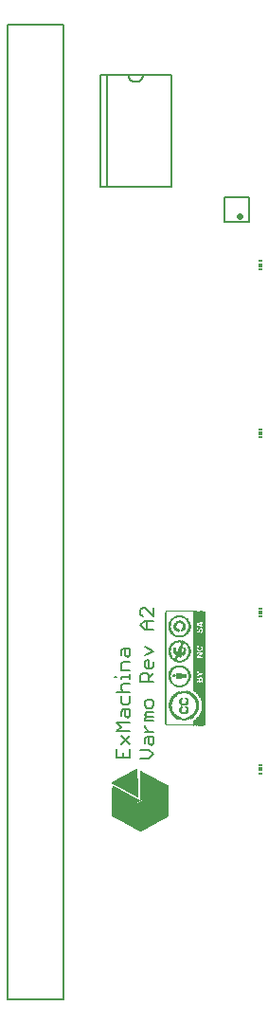
<source format=gto>
G75*
%MOIN*%
%OFA0B0*%
%FSLAX25Y25*%
%IPPOS*%
%LPD*%
%AMOC8*
5,1,8,0,0,1.08239X$1,22.5*
%
%ADD10C,0.00500*%
%ADD11R,0.01181X0.00591*%
%ADD12R,0.01181X0.01181*%
%ADD13R,0.00100X0.40100*%
%ADD14R,0.00100X0.40300*%
%ADD15R,0.00100X0.15200*%
%ADD16R,0.00100X0.01300*%
%ADD17R,0.00100X0.05300*%
%ADD18R,0.00100X0.00800*%
%ADD19R,0.00100X0.00900*%
%ADD20R,0.00100X0.05400*%
%ADD21R,0.00100X0.00400*%
%ADD22R,0.00100X0.01100*%
%ADD23R,0.00100X0.03600*%
%ADD24R,0.00100X0.00700*%
%ADD25R,0.00100X0.05000*%
%ADD26R,0.00100X0.00200*%
%ADD27R,0.00100X0.00600*%
%ADD28R,0.00100X0.04800*%
%ADD29R,0.00100X0.06200*%
%ADD30R,0.00100X0.07300*%
%ADD31R,0.00100X0.00500*%
%ADD32R,0.00100X0.04600*%
%ADD33R,0.00100X0.00100*%
%ADD34R,0.00100X0.03700*%
%ADD35R,0.00100X0.05600*%
%ADD36R,0.00100X0.06800*%
%ADD37R,0.00100X0.04500*%
%ADD38R,0.00100X0.06400*%
%ADD39R,0.00100X0.04400*%
%ADD40R,0.00100X0.03800*%
%ADD41R,0.00100X0.06100*%
%ADD42R,0.00100X0.00300*%
%ADD43R,0.00100X0.04300*%
%ADD44R,0.00100X0.04700*%
%ADD45R,0.00100X0.05900*%
%ADD46R,0.00100X0.03900*%
%ADD47R,0.00100X0.05200*%
%ADD48R,0.00100X0.04100*%
%ADD49R,0.00100X0.06500*%
%ADD50R,0.00100X0.05100*%
%ADD51R,0.00100X0.04000*%
%ADD52R,0.00100X0.04900*%
%ADD53R,0.00100X0.06000*%
%ADD54R,0.00100X0.03500*%
%ADD55R,0.00100X0.03300*%
%ADD56R,0.00100X0.01400*%
%ADD57R,0.00100X0.01600*%
%ADD58R,0.00100X0.03200*%
%ADD59R,0.00100X0.02400*%
%ADD60R,0.00100X0.04200*%
%ADD61R,0.00100X0.03100*%
%ADD62R,0.00100X0.03000*%
%ADD63R,0.00100X0.02900*%
%ADD64R,0.00100X0.02800*%
%ADD65R,0.00100X0.02700*%
%ADD66R,0.00100X0.01000*%
%ADD67R,0.00100X0.02600*%
%ADD68R,0.00100X0.02500*%
%ADD69R,0.00100X0.05700*%
%ADD70R,0.00100X0.02300*%
%ADD71R,0.00100X0.28700*%
%ADD72R,0.00100X0.02000*%
%ADD73R,0.00100X0.01900*%
%ADD74R,0.00100X0.28600*%
%ADD75R,0.00100X0.02200*%
%ADD76R,0.00100X0.01800*%
%ADD77R,0.00100X0.28500*%
%ADD78R,0.00100X0.01700*%
%ADD79R,0.00100X0.28400*%
%ADD80R,0.00100X0.02100*%
%ADD81R,0.00100X0.01500*%
%ADD82R,0.00100X0.28300*%
%ADD83R,0.00100X0.28200*%
%ADD84R,0.00100X0.28100*%
%ADD85R,0.00100X0.01200*%
%ADD86R,0.00100X0.03400*%
%ADD87R,0.00100X0.39900*%
%ADD88R,0.00100X0.39500*%
%ADD89R,0.00100X0.39100*%
%ADD90C,0.00004*%
%ADD91C,0.01200*%
D10*
X0025422Y0027391D02*
X0045107Y0027391D01*
X0045107Y0369910D01*
X0025422Y0369910D01*
X0025422Y0027391D01*
X0064019Y0112326D02*
X0064019Y0115328D01*
X0065520Y0116930D02*
X0068522Y0119932D01*
X0068522Y0121533D02*
X0064019Y0121533D01*
X0065520Y0123035D01*
X0064019Y0124536D01*
X0068522Y0124536D01*
X0067772Y0126137D02*
X0067021Y0126888D01*
X0067021Y0129140D01*
X0066271Y0129140D02*
X0068522Y0129140D01*
X0068522Y0126888D01*
X0067772Y0126137D01*
X0065520Y0128389D02*
X0066271Y0129140D01*
X0065520Y0128389D02*
X0065520Y0126888D01*
X0066271Y0130741D02*
X0065520Y0131492D01*
X0065520Y0133744D01*
X0066271Y0135345D02*
X0065520Y0136096D01*
X0065520Y0137597D01*
X0066271Y0138348D01*
X0068522Y0138348D01*
X0068522Y0139949D02*
X0068522Y0141450D01*
X0068522Y0140700D02*
X0065520Y0140700D01*
X0065520Y0139949D01*
X0064019Y0140700D02*
X0063268Y0140700D01*
X0065520Y0143018D02*
X0065520Y0145270D01*
X0066271Y0146021D01*
X0068522Y0146021D01*
X0067772Y0147622D02*
X0067021Y0148373D01*
X0067021Y0150625D01*
X0066271Y0150625D02*
X0068522Y0150625D01*
X0068522Y0148373D01*
X0067772Y0147622D01*
X0065520Y0149874D02*
X0066271Y0150625D01*
X0065520Y0149874D02*
X0065520Y0148373D01*
X0065520Y0143018D02*
X0068522Y0143018D01*
X0072381Y0141138D02*
X0072381Y0138887D01*
X0076885Y0138887D01*
X0075383Y0138887D02*
X0075383Y0141138D01*
X0074633Y0141889D01*
X0073131Y0141889D01*
X0072381Y0141138D01*
X0074633Y0143490D02*
X0073882Y0144241D01*
X0073882Y0145742D01*
X0074633Y0146493D01*
X0075383Y0146493D01*
X0075383Y0143490D01*
X0074633Y0143490D02*
X0076134Y0143490D01*
X0076885Y0144241D01*
X0076885Y0145742D01*
X0073882Y0148094D02*
X0076885Y0149596D01*
X0073882Y0151097D01*
X0073882Y0157302D02*
X0072381Y0158804D01*
X0073882Y0160305D01*
X0076885Y0160305D01*
X0076885Y0161906D02*
X0073882Y0164909D01*
X0073131Y0164909D01*
X0072381Y0164158D01*
X0072381Y0162657D01*
X0073131Y0161906D01*
X0074633Y0160305D02*
X0074633Y0157302D01*
X0073882Y0157302D02*
X0076885Y0157302D01*
X0076885Y0161906D02*
X0076885Y0164909D01*
X0076885Y0141889D02*
X0075383Y0140388D01*
X0074633Y0132681D02*
X0073882Y0131931D01*
X0073882Y0130429D01*
X0074633Y0129679D01*
X0076134Y0129679D01*
X0076885Y0130429D01*
X0076885Y0131931D01*
X0076134Y0132681D01*
X0074633Y0132681D01*
X0074633Y0128077D02*
X0073882Y0127327D01*
X0074633Y0126576D01*
X0076885Y0126576D01*
X0076885Y0125075D02*
X0073882Y0125075D01*
X0073882Y0125825D01*
X0074633Y0126576D01*
X0074633Y0128077D02*
X0076885Y0128077D01*
X0073882Y0122739D02*
X0075383Y0121238D01*
X0073882Y0121238D02*
X0076885Y0121238D01*
X0076885Y0119637D02*
X0074633Y0119637D01*
X0073882Y0118886D01*
X0073882Y0117385D01*
X0075383Y0117385D02*
X0075383Y0119637D01*
X0076885Y0119637D02*
X0076885Y0117385D01*
X0076134Y0116634D01*
X0075383Y0117385D01*
X0075383Y0115033D02*
X0072381Y0115033D01*
X0072381Y0112030D02*
X0075383Y0112030D01*
X0076885Y0113532D01*
X0075383Y0115033D01*
X0073882Y0122739D02*
X0073882Y0123490D01*
X0068522Y0116930D02*
X0065520Y0119932D01*
X0066271Y0113827D02*
X0066271Y0112326D01*
X0068522Y0112326D02*
X0068522Y0115328D01*
X0068522Y0112326D02*
X0064019Y0112326D01*
X0066271Y0130741D02*
X0067772Y0130741D01*
X0068522Y0131492D01*
X0068522Y0133744D01*
X0068522Y0135345D02*
X0064019Y0135345D01*
X0101800Y0300717D02*
X0101800Y0309182D01*
X0110461Y0309182D01*
X0110461Y0300717D01*
X0101800Y0300717D01*
X0083296Y0312745D02*
X0083296Y0352272D01*
X0073198Y0352272D01*
X0068198Y0352272D01*
X0060698Y0352272D01*
X0060698Y0312745D01*
X0083296Y0312745D01*
X0073198Y0352272D02*
X0073196Y0352174D01*
X0073190Y0352076D01*
X0073181Y0351978D01*
X0073167Y0351881D01*
X0073150Y0351784D01*
X0073129Y0351688D01*
X0073104Y0351593D01*
X0073076Y0351499D01*
X0073043Y0351407D01*
X0073008Y0351315D01*
X0072968Y0351225D01*
X0072926Y0351137D01*
X0072879Y0351050D01*
X0072830Y0350966D01*
X0072777Y0350883D01*
X0072721Y0350803D01*
X0072661Y0350724D01*
X0072599Y0350648D01*
X0072534Y0350575D01*
X0072466Y0350504D01*
X0072395Y0350436D01*
X0072322Y0350371D01*
X0072246Y0350309D01*
X0072167Y0350249D01*
X0072087Y0350193D01*
X0072004Y0350140D01*
X0071920Y0350091D01*
X0071833Y0350044D01*
X0071745Y0350002D01*
X0071655Y0349962D01*
X0071563Y0349927D01*
X0071471Y0349894D01*
X0071377Y0349866D01*
X0071282Y0349841D01*
X0071186Y0349820D01*
X0071089Y0349803D01*
X0070992Y0349789D01*
X0070894Y0349780D01*
X0070796Y0349774D01*
X0070698Y0349772D01*
X0070600Y0349774D01*
X0070502Y0349780D01*
X0070404Y0349789D01*
X0070307Y0349803D01*
X0070210Y0349820D01*
X0070114Y0349841D01*
X0070019Y0349866D01*
X0069925Y0349894D01*
X0069833Y0349927D01*
X0069741Y0349962D01*
X0069651Y0350002D01*
X0069563Y0350044D01*
X0069476Y0350091D01*
X0069392Y0350140D01*
X0069309Y0350193D01*
X0069229Y0350249D01*
X0069150Y0350309D01*
X0069074Y0350371D01*
X0069001Y0350436D01*
X0068930Y0350504D01*
X0068862Y0350575D01*
X0068797Y0350648D01*
X0068735Y0350724D01*
X0068675Y0350803D01*
X0068619Y0350883D01*
X0068566Y0350966D01*
X0068517Y0351050D01*
X0068470Y0351137D01*
X0068428Y0351225D01*
X0068388Y0351315D01*
X0068353Y0351407D01*
X0068320Y0351499D01*
X0068292Y0351593D01*
X0068267Y0351688D01*
X0068246Y0351784D01*
X0068229Y0351881D01*
X0068215Y0351978D01*
X0068206Y0352076D01*
X0068200Y0352174D01*
X0068198Y0352272D01*
X0060698Y0352272D02*
X0058099Y0352272D01*
X0058099Y0312745D01*
X0060698Y0312745D01*
D11*
X0114595Y0286741D03*
X0114595Y0283788D03*
X0114595Y0227686D03*
X0114595Y0224733D03*
X0114595Y0164694D03*
X0114595Y0161741D03*
X0114595Y0109576D03*
X0114595Y0106623D03*
D12*
X0114595Y0108099D03*
X0114595Y0163217D03*
X0114595Y0226209D03*
X0114595Y0285265D03*
D13*
X0095304Y0143554D03*
D14*
X0095204Y0143554D03*
X0095104Y0143554D03*
X0095004Y0143554D03*
X0094904Y0143554D03*
X0094804Y0143554D03*
X0094704Y0143554D03*
X0094604Y0143554D03*
D15*
X0094504Y0131004D03*
X0094404Y0131004D03*
X0094304Y0131004D03*
D16*
X0091404Y0133554D03*
X0091304Y0133654D03*
X0091204Y0133754D03*
X0091104Y0133854D03*
X0089304Y0128954D03*
X0091304Y0127254D03*
X0091404Y0127354D03*
X0089304Y0139054D03*
X0090104Y0140754D03*
X0089304Y0142554D03*
X0089304Y0147754D03*
X0090104Y0149554D03*
X0088404Y0149854D03*
X0089304Y0151354D03*
X0087604Y0152554D03*
X0089304Y0156554D03*
X0087604Y0157454D03*
X0087604Y0159254D03*
X0089304Y0160054D03*
X0085804Y0157054D03*
X0083304Y0156454D03*
X0083204Y0156654D03*
X0084804Y0146654D03*
X0083304Y0142654D03*
X0083204Y0142454D03*
X0084504Y0133854D03*
X0084404Y0133754D03*
X0084304Y0133654D03*
X0084204Y0127354D03*
X0084304Y0127254D03*
X0084404Y0127154D03*
X0094504Y0140654D03*
D17*
X0094504Y0144554D03*
X0094404Y0144554D03*
X0094304Y0144554D03*
X0094204Y0144554D03*
X0094104Y0144554D03*
X0094004Y0144554D03*
X0093904Y0144554D03*
X0093804Y0144554D03*
X0093704Y0144554D03*
X0093504Y0135954D03*
X0092304Y0130454D03*
X0094004Y0126054D03*
X0083304Y0130454D03*
D18*
X0087304Y0131004D03*
X0088304Y0131004D03*
X0088004Y0137704D03*
X0088204Y0137804D03*
X0088304Y0137904D03*
X0088404Y0138004D03*
X0088404Y0143604D03*
X0088304Y0143704D03*
X0088204Y0143804D03*
X0088004Y0143904D03*
X0087804Y0144004D03*
X0087904Y0146404D03*
X0088104Y0146504D03*
X0088204Y0146604D03*
X0088404Y0146704D03*
X0088504Y0146804D03*
X0088604Y0146904D03*
X0088604Y0152204D03*
X0088504Y0152304D03*
X0088404Y0152404D03*
X0088304Y0152504D03*
X0088204Y0152504D03*
X0088104Y0152604D03*
X0087904Y0152704D03*
X0087804Y0155104D03*
X0088004Y0155204D03*
X0088104Y0155304D03*
X0088304Y0155404D03*
X0088404Y0155504D03*
X0088504Y0155604D03*
X0084604Y0155204D03*
X0084404Y0155304D03*
X0084304Y0155404D03*
X0084204Y0155504D03*
X0084104Y0155504D03*
X0084004Y0155604D03*
X0083904Y0155704D03*
X0084304Y0158304D03*
X0084004Y0161004D03*
X0084104Y0161104D03*
X0084204Y0161204D03*
X0084404Y0161304D03*
X0084504Y0161404D03*
X0088004Y0161404D03*
X0088204Y0161304D03*
X0088304Y0161204D03*
X0092504Y0158104D03*
X0092604Y0158104D03*
X0093204Y0157904D03*
X0093804Y0156904D03*
X0093904Y0156904D03*
X0092904Y0150604D03*
X0092204Y0148204D03*
X0094504Y0148204D03*
X0092304Y0141604D03*
X0093204Y0140704D03*
X0093304Y0140704D03*
X0093404Y0140804D03*
X0093604Y0140904D03*
X0093704Y0140904D03*
X0093804Y0140904D03*
X0093904Y0140904D03*
X0094004Y0140904D03*
X0094104Y0140904D03*
X0093904Y0139504D03*
X0093804Y0139504D03*
X0093704Y0139504D03*
X0084604Y0140804D03*
X0084004Y0140804D03*
X0083904Y0143404D03*
X0084004Y0143504D03*
X0084104Y0143604D03*
X0084304Y0143704D03*
X0084404Y0143804D03*
X0084604Y0143904D03*
X0084604Y0146504D03*
X0084504Y0146504D03*
X0084304Y0146604D03*
X0084204Y0146704D03*
X0084104Y0146804D03*
X0084104Y0152304D03*
X0084204Y0152404D03*
X0084304Y0152504D03*
X0084504Y0152604D03*
X0084004Y0138104D03*
X0084104Y0138004D03*
X0084204Y0137904D03*
X0084404Y0137804D03*
X0084504Y0137704D03*
X0084704Y0137604D03*
D19*
X0083904Y0138154D03*
X0083804Y0138254D03*
X0084104Y0140754D03*
X0084204Y0143654D03*
X0084004Y0146854D03*
X0083904Y0146954D03*
X0083804Y0147054D03*
X0083704Y0147154D03*
X0083704Y0151954D03*
X0083804Y0152054D03*
X0083904Y0152154D03*
X0084004Y0152254D03*
X0087104Y0148454D03*
X0088704Y0146954D03*
X0088804Y0147054D03*
X0088504Y0143554D03*
X0088604Y0143454D03*
X0088704Y0143354D03*
X0088804Y0143254D03*
X0088904Y0143154D03*
X0088904Y0138454D03*
X0088804Y0138354D03*
X0088704Y0138254D03*
X0088604Y0138154D03*
X0088504Y0138054D03*
X0088504Y0135154D03*
X0088604Y0135154D03*
X0088704Y0135154D03*
X0088904Y0135054D03*
X0089004Y0135054D03*
X0089104Y0135054D03*
X0089304Y0134954D03*
X0089404Y0134954D03*
X0089604Y0134854D03*
X0088404Y0135154D03*
X0088304Y0135154D03*
X0088204Y0135154D03*
X0088104Y0135154D03*
X0088004Y0135154D03*
X0087904Y0135154D03*
X0087804Y0135154D03*
X0087704Y0135154D03*
X0087604Y0135154D03*
X0087504Y0135154D03*
X0087404Y0135154D03*
X0087304Y0135154D03*
X0087204Y0135154D03*
X0087104Y0135154D03*
X0087004Y0135154D03*
X0086904Y0135154D03*
X0086804Y0135054D03*
X0086704Y0135054D03*
X0086604Y0135054D03*
X0086504Y0135054D03*
X0086304Y0134954D03*
X0086204Y0134954D03*
X0086004Y0134854D03*
X0086904Y0132854D03*
X0087004Y0131154D03*
X0087104Y0131054D03*
X0087204Y0131054D03*
X0087404Y0130954D03*
X0087504Y0130954D03*
X0087604Y0130954D03*
X0087704Y0130954D03*
X0087804Y0130954D03*
X0087904Y0130954D03*
X0088004Y0130954D03*
X0088104Y0130954D03*
X0088204Y0130954D03*
X0088404Y0131054D03*
X0088504Y0131054D03*
X0088604Y0131154D03*
X0088704Y0129854D03*
X0088504Y0128054D03*
X0088404Y0127954D03*
X0088304Y0127954D03*
X0088204Y0127954D03*
X0088104Y0127954D03*
X0088004Y0127954D03*
X0087904Y0127954D03*
X0087804Y0127954D03*
X0087704Y0127954D03*
X0087604Y0127954D03*
X0087504Y0127954D03*
X0087404Y0127954D03*
X0087304Y0127954D03*
X0087204Y0128054D03*
X0087104Y0128054D03*
X0086504Y0125854D03*
X0086404Y0125854D03*
X0086104Y0125954D03*
X0085904Y0126054D03*
X0086704Y0125754D03*
X0086804Y0125754D03*
X0086904Y0125754D03*
X0087004Y0125754D03*
X0087104Y0125654D03*
X0087204Y0125654D03*
X0087304Y0125654D03*
X0087404Y0125654D03*
X0087504Y0125654D03*
X0087604Y0125654D03*
X0087704Y0125654D03*
X0087804Y0125654D03*
X0087904Y0125654D03*
X0088004Y0125654D03*
X0088104Y0125654D03*
X0088204Y0125654D03*
X0088304Y0125654D03*
X0088404Y0125654D03*
X0088504Y0125654D03*
X0088604Y0125754D03*
X0088704Y0125754D03*
X0088804Y0125754D03*
X0088904Y0125754D03*
X0089004Y0125754D03*
X0089104Y0125854D03*
X0089204Y0125854D03*
X0089304Y0125854D03*
X0089504Y0125954D03*
X0088704Y0132854D03*
X0092204Y0141654D03*
X0094204Y0140854D03*
X0094304Y0140854D03*
X0094504Y0149654D03*
X0093804Y0150554D03*
X0093704Y0150554D03*
X0093604Y0150554D03*
X0093004Y0150554D03*
X0094204Y0158954D03*
X0094304Y0158954D03*
X0094404Y0158954D03*
X0088804Y0160754D03*
X0088704Y0160854D03*
X0088604Y0160954D03*
X0088504Y0161054D03*
X0088404Y0161154D03*
X0087104Y0159654D03*
X0086804Y0159754D03*
X0086704Y0159754D03*
X0086604Y0159754D03*
X0086104Y0159754D03*
X0086004Y0159754D03*
X0085904Y0159754D03*
X0085804Y0159754D03*
X0085704Y0159754D03*
X0085604Y0159654D03*
X0085504Y0159654D03*
X0085304Y0159554D03*
X0083904Y0160954D03*
X0083804Y0160854D03*
X0083704Y0160754D03*
X0085404Y0157154D03*
X0085504Y0157154D03*
X0085604Y0157054D03*
X0085704Y0157054D03*
X0086004Y0157054D03*
X0087004Y0157054D03*
X0087104Y0157054D03*
X0087304Y0157154D03*
X0088704Y0155754D03*
X0088804Y0155854D03*
X0088904Y0155954D03*
X0088604Y0155654D03*
X0088704Y0152154D03*
D20*
X0092204Y0153704D03*
X0094504Y0153704D03*
X0093604Y0135904D03*
D21*
X0092804Y0140604D03*
X0092704Y0140604D03*
X0093804Y0148004D03*
X0093904Y0148004D03*
X0092904Y0148404D03*
X0092804Y0148404D03*
X0092704Y0149404D03*
X0092604Y0149404D03*
X0094004Y0149404D03*
X0094104Y0149404D03*
X0094504Y0157604D03*
X0093504Y0158004D03*
X0088504Y0132904D03*
X0087104Y0132804D03*
X0087104Y0129804D03*
X0081604Y0123804D03*
X0081604Y0163304D03*
D22*
X0083404Y0160354D03*
X0085104Y0159354D03*
X0085104Y0157354D03*
X0085904Y0157054D03*
X0083504Y0156154D03*
X0083404Y0156254D03*
X0083404Y0151554D03*
X0085004Y0148854D03*
X0085104Y0148754D03*
X0083404Y0147554D03*
X0084704Y0146554D03*
X0087504Y0148654D03*
X0087604Y0148754D03*
X0089104Y0147454D03*
X0089104Y0151654D03*
X0087704Y0152654D03*
X0089104Y0156254D03*
X0089204Y0156354D03*
X0087504Y0159354D03*
X0089004Y0160554D03*
X0089204Y0160254D03*
X0092304Y0158054D03*
X0093104Y0157754D03*
X0094504Y0158954D03*
X0089104Y0142854D03*
X0089204Y0138854D03*
X0090404Y0134454D03*
X0090504Y0134354D03*
X0090704Y0134254D03*
X0090804Y0134154D03*
X0090904Y0134054D03*
X0086904Y0131254D03*
X0086304Y0132054D03*
X0085004Y0134254D03*
X0085104Y0134354D03*
X0085204Y0134454D03*
X0085404Y0134554D03*
X0084804Y0134154D03*
X0084704Y0134054D03*
X0083404Y0138754D03*
X0083404Y0142854D03*
X0083504Y0142954D03*
X0086304Y0128954D03*
X0086904Y0128254D03*
X0085504Y0126254D03*
X0085304Y0126354D03*
X0085204Y0126454D03*
X0085104Y0126554D03*
X0085004Y0126554D03*
X0084904Y0126654D03*
X0084804Y0126754D03*
X0090304Y0126354D03*
X0090404Y0126454D03*
X0090504Y0126454D03*
X0090604Y0126554D03*
X0090704Y0126654D03*
X0094404Y0140754D03*
D23*
X0089704Y0140804D03*
X0082904Y0130404D03*
X0093204Y0125204D03*
X0089704Y0158304D03*
X0094304Y0161904D03*
X0094404Y0161904D03*
X0094504Y0161904D03*
D24*
X0094104Y0158954D03*
X0092704Y0158154D03*
X0088204Y0155354D03*
X0087904Y0155154D03*
X0087704Y0155054D03*
X0087604Y0155054D03*
X0087504Y0154954D03*
X0087404Y0154954D03*
X0087204Y0154854D03*
X0087104Y0154854D03*
X0087004Y0154854D03*
X0086604Y0154754D03*
X0086504Y0154754D03*
X0086404Y0154754D03*
X0086304Y0154754D03*
X0086204Y0154754D03*
X0086104Y0154754D03*
X0086004Y0154754D03*
X0085604Y0154854D03*
X0085504Y0154854D03*
X0085404Y0154854D03*
X0085204Y0154954D03*
X0085104Y0154954D03*
X0084904Y0155054D03*
X0084804Y0155054D03*
X0084704Y0155154D03*
X0084504Y0155254D03*
X0085204Y0152954D03*
X0085304Y0152954D03*
X0085604Y0153054D03*
X0085704Y0153054D03*
X0085804Y0153054D03*
X0085904Y0153054D03*
X0086604Y0153054D03*
X0086704Y0153054D03*
X0086804Y0153054D03*
X0086904Y0153054D03*
X0087804Y0152754D03*
X0088004Y0152654D03*
X0085004Y0152854D03*
X0084904Y0152854D03*
X0084804Y0152754D03*
X0084704Y0152754D03*
X0084604Y0152654D03*
X0084404Y0152554D03*
X0084204Y0149854D03*
X0084404Y0146554D03*
X0085304Y0146154D03*
X0085604Y0146054D03*
X0085704Y0146054D03*
X0085804Y0146054D03*
X0086804Y0146054D03*
X0086904Y0146054D03*
X0087004Y0146054D03*
X0087304Y0146154D03*
X0087404Y0146154D03*
X0087504Y0146254D03*
X0087604Y0146254D03*
X0087704Y0146254D03*
X0087804Y0146354D03*
X0088004Y0146454D03*
X0088304Y0146654D03*
X0087504Y0144154D03*
X0087404Y0144154D03*
X0087604Y0144054D03*
X0087704Y0144054D03*
X0087904Y0143954D03*
X0088104Y0143854D03*
X0087104Y0144254D03*
X0087004Y0144254D03*
X0086904Y0144254D03*
X0085604Y0144254D03*
X0085504Y0144254D03*
X0085404Y0144254D03*
X0085204Y0144154D03*
X0085104Y0144154D03*
X0084904Y0144054D03*
X0084804Y0144054D03*
X0084704Y0143954D03*
X0084504Y0143854D03*
X0084704Y0140754D03*
X0084304Y0137854D03*
X0084604Y0137654D03*
X0084804Y0137554D03*
X0084904Y0137554D03*
X0085004Y0137454D03*
X0085104Y0137454D03*
X0085304Y0137354D03*
X0085404Y0137354D03*
X0085504Y0137354D03*
X0085804Y0137254D03*
X0085904Y0137254D03*
X0086004Y0137254D03*
X0086104Y0137254D03*
X0086204Y0137254D03*
X0086304Y0137254D03*
X0086404Y0137254D03*
X0086504Y0137254D03*
X0086604Y0137254D03*
X0086704Y0137254D03*
X0086804Y0137254D03*
X0087104Y0137354D03*
X0087204Y0137354D03*
X0087304Y0137354D03*
X0087404Y0137454D03*
X0087504Y0137454D03*
X0087604Y0137454D03*
X0087704Y0137554D03*
X0087804Y0137554D03*
X0087904Y0137654D03*
X0088104Y0137754D03*
X0088604Y0132954D03*
X0087004Y0132854D03*
X0087004Y0129854D03*
X0082604Y0130454D03*
X0092804Y0139454D03*
X0092904Y0139454D03*
X0093004Y0139454D03*
X0093604Y0139454D03*
X0094004Y0139454D03*
X0093504Y0140854D03*
X0092404Y0141654D03*
X0092204Y0140154D03*
X0092304Y0148254D03*
X0092404Y0148254D03*
X0092304Y0149554D03*
X0092804Y0150554D03*
X0093904Y0150554D03*
X0094404Y0149554D03*
X0094404Y0148154D03*
X0094304Y0148154D03*
X0088104Y0161354D03*
X0087904Y0161454D03*
X0087804Y0161554D03*
X0087704Y0161554D03*
X0087604Y0161654D03*
X0087504Y0161654D03*
X0087404Y0161654D03*
X0087204Y0161754D03*
X0087104Y0161754D03*
X0086704Y0161854D03*
X0086604Y0161854D03*
X0086504Y0161854D03*
X0086404Y0161854D03*
X0086304Y0161854D03*
X0086204Y0161854D03*
X0086104Y0161854D03*
X0086004Y0161854D03*
X0085904Y0161854D03*
X0085504Y0161754D03*
X0085404Y0161754D03*
X0085304Y0161754D03*
X0085104Y0161654D03*
X0085004Y0161654D03*
X0084904Y0161554D03*
X0084804Y0161554D03*
X0084704Y0161454D03*
X0084604Y0161454D03*
X0084304Y0161254D03*
X0086104Y0157054D03*
D25*
X0092304Y0153704D03*
X0094404Y0153704D03*
X0093204Y0144704D03*
X0092404Y0130404D03*
X0093904Y0125904D03*
X0083204Y0130404D03*
D26*
X0087204Y0129704D03*
X0088404Y0129804D03*
X0088404Y0132804D03*
X0092504Y0140504D03*
X0092804Y0141604D03*
X0093504Y0147904D03*
X0093604Y0147904D03*
X0093204Y0148504D03*
X0093104Y0148504D03*
X0093104Y0149304D03*
X0093204Y0149304D03*
X0093304Y0149304D03*
X0093404Y0149304D03*
X0093504Y0149304D03*
X0093604Y0149304D03*
X0094404Y0157704D03*
X0094304Y0157804D03*
X0093804Y0158004D03*
X0093704Y0158004D03*
X0085004Y0150604D03*
D27*
X0085104Y0152904D03*
X0085404Y0153004D03*
X0085504Y0153004D03*
X0086004Y0153104D03*
X0086104Y0153104D03*
X0086204Y0153104D03*
X0086304Y0153104D03*
X0086404Y0153104D03*
X0086504Y0153104D03*
X0087004Y0153004D03*
X0087104Y0153004D03*
X0086904Y0154804D03*
X0086804Y0154804D03*
X0086704Y0154804D03*
X0087304Y0154904D03*
X0085904Y0154804D03*
X0085804Y0154804D03*
X0085704Y0154804D03*
X0085304Y0154904D03*
X0085004Y0155004D03*
X0085204Y0161704D03*
X0085604Y0161804D03*
X0085704Y0161804D03*
X0085804Y0161804D03*
X0086804Y0161804D03*
X0086904Y0161804D03*
X0087004Y0161804D03*
X0087304Y0161704D03*
X0092804Y0158104D03*
X0092904Y0158104D03*
X0092904Y0156904D03*
X0092804Y0156904D03*
X0093704Y0156804D03*
X0094004Y0156904D03*
X0094304Y0149504D03*
X0094204Y0148104D03*
X0092504Y0148304D03*
X0092404Y0149504D03*
X0092504Y0141604D03*
X0093104Y0140704D03*
X0092704Y0139404D03*
X0088604Y0129904D03*
X0089404Y0129004D03*
X0087004Y0137304D03*
X0086904Y0137304D03*
X0085704Y0137304D03*
X0085604Y0137304D03*
X0085204Y0137404D03*
X0083904Y0140804D03*
X0085004Y0144104D03*
X0085304Y0144204D03*
X0085704Y0144304D03*
X0085804Y0144304D03*
X0085904Y0144304D03*
X0086004Y0144304D03*
X0086104Y0144304D03*
X0086204Y0144304D03*
X0086304Y0144304D03*
X0086404Y0144304D03*
X0086504Y0144304D03*
X0086604Y0144304D03*
X0086704Y0144304D03*
X0086804Y0144304D03*
X0087204Y0144204D03*
X0087304Y0144204D03*
X0086704Y0146004D03*
X0086604Y0146004D03*
X0086504Y0146004D03*
X0086404Y0146004D03*
X0086304Y0146004D03*
X0086204Y0146004D03*
X0086104Y0146004D03*
X0086004Y0146004D03*
X0085904Y0146004D03*
X0085504Y0146104D03*
X0085404Y0146104D03*
X0087104Y0146104D03*
X0087204Y0146104D03*
D28*
X0092804Y0144804D03*
X0092904Y0144804D03*
X0092404Y0153704D03*
X0094304Y0153704D03*
X0093204Y0136204D03*
D29*
X0094204Y0126504D03*
X0093404Y0153104D03*
D30*
X0094204Y0134954D03*
D31*
X0093004Y0140654D03*
X0092904Y0140654D03*
X0092604Y0141654D03*
X0094004Y0148054D03*
X0094104Y0148054D03*
X0094204Y0149454D03*
X0094004Y0150554D03*
X0092504Y0149454D03*
X0092604Y0148354D03*
X0092704Y0148354D03*
X0092704Y0156854D03*
X0093304Y0157954D03*
X0093404Y0157954D03*
X0086204Y0157054D03*
X0089404Y0132054D03*
X0088504Y0129854D03*
D32*
X0092504Y0130404D03*
X0093104Y0136304D03*
X0092604Y0144904D03*
X0092504Y0144904D03*
X0094204Y0153704D03*
X0086904Y0149804D03*
X0083104Y0130404D03*
D33*
X0087204Y0132754D03*
X0083804Y0140754D03*
X0088504Y0149854D03*
X0086404Y0157054D03*
X0093104Y0158954D03*
X0093204Y0158954D03*
X0093904Y0157954D03*
X0094004Y0157954D03*
X0094104Y0157854D03*
X0094204Y0157854D03*
X0093304Y0148554D03*
X0093404Y0147854D03*
X0092904Y0141654D03*
D34*
X0092304Y0136754D03*
X0092204Y0136754D03*
X0089704Y0149554D03*
X0086504Y0149354D03*
X0082904Y0149554D03*
X0094104Y0161854D03*
X0094204Y0161854D03*
D35*
X0093704Y0135804D03*
X0094104Y0126204D03*
X0083404Y0130404D03*
D36*
X0094104Y0135204D03*
D37*
X0093004Y0136354D03*
X0093704Y0125654D03*
X0092404Y0144954D03*
X0092304Y0144954D03*
X0092204Y0144954D03*
X0092604Y0153754D03*
X0092704Y0153754D03*
X0094104Y0153754D03*
D38*
X0094004Y0135404D03*
D39*
X0092904Y0136404D03*
X0094004Y0153704D03*
X0093004Y0153804D03*
X0092904Y0153804D03*
X0092804Y0153804D03*
X0092404Y0161504D03*
X0092304Y0161504D03*
X0092204Y0161504D03*
D40*
X0093804Y0161804D03*
X0093904Y0161804D03*
X0094004Y0161804D03*
X0082904Y0158304D03*
X0082904Y0140804D03*
X0092404Y0136704D03*
X0092704Y0130404D03*
X0093304Y0125304D03*
D41*
X0093904Y0135554D03*
X0093304Y0153054D03*
D42*
X0092704Y0150554D03*
X0092804Y0149354D03*
X0092904Y0149354D03*
X0093004Y0149354D03*
X0093704Y0149354D03*
X0093804Y0149354D03*
X0093904Y0149354D03*
X0093004Y0148454D03*
X0093704Y0147954D03*
X0092704Y0141654D03*
X0092604Y0140554D03*
X0092404Y0140454D03*
X0092304Y0140354D03*
X0087704Y0150554D03*
X0086304Y0157054D03*
X0086304Y0163554D03*
X0086404Y0163554D03*
X0086504Y0163554D03*
X0086604Y0163554D03*
X0086704Y0163554D03*
X0086804Y0163554D03*
X0086904Y0163554D03*
X0087004Y0163554D03*
X0087104Y0163554D03*
X0087204Y0163554D03*
X0087304Y0163554D03*
X0087404Y0163554D03*
X0087504Y0163554D03*
X0087604Y0163554D03*
X0087704Y0163554D03*
X0087804Y0163554D03*
X0087904Y0163554D03*
X0088004Y0163554D03*
X0088104Y0163554D03*
X0088204Y0163554D03*
X0088304Y0163554D03*
X0088404Y0163554D03*
X0088504Y0163554D03*
X0088604Y0163554D03*
X0088704Y0163554D03*
X0088804Y0163554D03*
X0088904Y0163554D03*
X0089004Y0163554D03*
X0089104Y0163554D03*
X0089204Y0163554D03*
X0089304Y0163554D03*
X0089404Y0163554D03*
X0089504Y0163554D03*
X0089604Y0163554D03*
X0089704Y0163554D03*
X0089804Y0163554D03*
X0089904Y0163554D03*
X0090004Y0163554D03*
X0090104Y0163554D03*
X0090204Y0163554D03*
X0090304Y0163554D03*
X0090404Y0163554D03*
X0090504Y0163554D03*
X0090604Y0163554D03*
X0090704Y0163554D03*
X0090804Y0163554D03*
X0090904Y0163554D03*
X0091004Y0163554D03*
X0091104Y0163554D03*
X0086204Y0163554D03*
X0086104Y0163554D03*
X0086004Y0163554D03*
X0085904Y0163554D03*
X0085804Y0163554D03*
X0085704Y0163554D03*
X0085604Y0163554D03*
X0085504Y0163554D03*
X0085404Y0163554D03*
X0085304Y0163554D03*
X0085204Y0163554D03*
X0085104Y0163554D03*
X0085004Y0163554D03*
X0084904Y0163554D03*
X0084804Y0163554D03*
X0084704Y0163554D03*
X0084604Y0163554D03*
X0084504Y0163554D03*
X0084404Y0163554D03*
X0084304Y0163554D03*
X0084204Y0163554D03*
X0084104Y0163554D03*
X0084004Y0163554D03*
X0083904Y0163554D03*
X0083804Y0163554D03*
X0083704Y0163554D03*
X0083604Y0163554D03*
X0083504Y0163554D03*
X0083404Y0163554D03*
X0083304Y0163554D03*
X0083204Y0163554D03*
X0083104Y0163554D03*
X0083004Y0163554D03*
X0082904Y0163554D03*
X0082804Y0163554D03*
X0082704Y0163554D03*
X0082604Y0163554D03*
X0082504Y0163554D03*
X0082404Y0163554D03*
X0082304Y0163554D03*
X0082204Y0163554D03*
X0082104Y0163554D03*
X0082004Y0163554D03*
X0081904Y0163554D03*
X0081804Y0163454D03*
X0081704Y0163454D03*
X0084804Y0140754D03*
X0084804Y0123554D03*
X0084904Y0123554D03*
X0085004Y0123554D03*
X0085104Y0123554D03*
X0085204Y0123554D03*
X0085304Y0123554D03*
X0085404Y0123554D03*
X0085504Y0123554D03*
X0085604Y0123554D03*
X0085704Y0123554D03*
X0085804Y0123554D03*
X0085904Y0123554D03*
X0086004Y0123554D03*
X0086104Y0123554D03*
X0086204Y0123554D03*
X0086304Y0123554D03*
X0086404Y0123554D03*
X0086504Y0123554D03*
X0086604Y0123554D03*
X0086704Y0123554D03*
X0086804Y0123554D03*
X0086904Y0123554D03*
X0087004Y0123554D03*
X0087104Y0123554D03*
X0087204Y0123554D03*
X0087304Y0123554D03*
X0087404Y0123554D03*
X0087504Y0123554D03*
X0087604Y0123554D03*
X0087704Y0123554D03*
X0087804Y0123554D03*
X0087904Y0123554D03*
X0088004Y0123554D03*
X0088104Y0123554D03*
X0088204Y0123554D03*
X0088304Y0123554D03*
X0088404Y0123554D03*
X0088504Y0123554D03*
X0088604Y0123554D03*
X0088704Y0123554D03*
X0088804Y0123554D03*
X0088904Y0123554D03*
X0089004Y0123554D03*
X0089104Y0123554D03*
X0089204Y0123554D03*
X0089304Y0123554D03*
X0089404Y0123554D03*
X0089504Y0123554D03*
X0089604Y0123554D03*
X0089704Y0123554D03*
X0089804Y0123554D03*
X0089904Y0123554D03*
X0090004Y0123554D03*
X0090104Y0123554D03*
X0090204Y0123554D03*
X0090304Y0123554D03*
X0090404Y0123554D03*
X0090504Y0123554D03*
X0090604Y0123554D03*
X0090704Y0123554D03*
X0090804Y0123554D03*
X0090904Y0123554D03*
X0091004Y0123554D03*
X0091104Y0123554D03*
X0084704Y0123554D03*
X0084604Y0123554D03*
X0084504Y0123554D03*
X0084404Y0123554D03*
X0084304Y0123554D03*
X0084204Y0123554D03*
X0084104Y0123554D03*
X0084004Y0123554D03*
X0083904Y0123554D03*
X0083804Y0123554D03*
X0083704Y0123554D03*
X0083604Y0123554D03*
X0083504Y0123554D03*
X0083404Y0123554D03*
X0083304Y0123554D03*
X0083204Y0123554D03*
X0083104Y0123554D03*
X0083004Y0123554D03*
X0082904Y0123554D03*
X0082804Y0123554D03*
X0082704Y0123554D03*
X0082604Y0123554D03*
X0082504Y0123554D03*
X0082404Y0123554D03*
X0082304Y0123554D03*
X0082204Y0123554D03*
X0082104Y0123554D03*
X0082004Y0123554D03*
X0081904Y0123554D03*
X0081804Y0123654D03*
X0081704Y0123654D03*
X0093604Y0157954D03*
X0093504Y0158954D03*
X0093404Y0158954D03*
X0093304Y0158954D03*
D43*
X0092604Y0161554D03*
X0092504Y0161554D03*
X0093704Y0153754D03*
X0093804Y0153754D03*
X0093904Y0153754D03*
X0089504Y0149554D03*
X0086804Y0149654D03*
X0092804Y0136454D03*
X0093604Y0125554D03*
D44*
X0093804Y0125754D03*
X0092704Y0144854D03*
X0092504Y0153754D03*
D45*
X0093104Y0153054D03*
X0093804Y0135654D03*
D46*
X0092504Y0136654D03*
X0093404Y0125354D03*
X0089604Y0149554D03*
X0086604Y0149454D03*
X0093504Y0161754D03*
X0093604Y0161754D03*
X0093704Y0161754D03*
D47*
X0093604Y0154204D03*
X0093604Y0144604D03*
X0093504Y0144604D03*
D48*
X0092704Y0136554D03*
X0093504Y0125454D03*
X0083004Y0140754D03*
X0083004Y0149554D03*
X0086704Y0149554D03*
X0093004Y0161654D03*
X0093104Y0161654D03*
X0093204Y0161654D03*
D49*
X0093504Y0153254D03*
D50*
X0093404Y0144654D03*
X0093304Y0144654D03*
X0093404Y0136054D03*
D51*
X0092604Y0136604D03*
X0089604Y0140804D03*
X0089604Y0158304D03*
X0093304Y0161704D03*
X0093404Y0161704D03*
D52*
X0093104Y0144754D03*
X0093004Y0144754D03*
X0093304Y0136154D03*
D53*
X0093204Y0153004D03*
D54*
X0082804Y0149554D03*
X0093104Y0125154D03*
D55*
X0093004Y0125054D03*
X0089804Y0149554D03*
D56*
X0089404Y0151104D03*
X0087704Y0148904D03*
X0089404Y0148004D03*
X0083204Y0147904D03*
X0083204Y0151204D03*
X0083204Y0160004D03*
X0092204Y0158004D03*
X0083204Y0139104D03*
X0084204Y0133504D03*
X0084104Y0133404D03*
X0084004Y0127604D03*
X0084104Y0127504D03*
X0091604Y0127604D03*
X0093004Y0130404D03*
X0091504Y0133404D03*
D57*
X0091704Y0133104D03*
X0089204Y0132004D03*
X0086404Y0129004D03*
X0083804Y0127904D03*
X0083904Y0133104D03*
X0091804Y0127904D03*
X0093004Y0157604D03*
X0088204Y0158304D03*
X0082504Y0158304D03*
D58*
X0089804Y0158304D03*
X0089804Y0140804D03*
X0092804Y0130404D03*
X0092904Y0125004D03*
D59*
X0092104Y0124604D03*
X0092904Y0130404D03*
X0092104Y0132204D03*
X0088904Y0132004D03*
X0086804Y0129004D03*
X0082604Y0140804D03*
X0085304Y0147904D03*
X0084904Y0149504D03*
X0087804Y0149504D03*
X0087904Y0149604D03*
X0082604Y0158304D03*
D60*
X0083004Y0158304D03*
X0089504Y0158304D03*
X0092704Y0161604D03*
X0092804Y0161604D03*
X0092904Y0161604D03*
X0089504Y0140804D03*
X0092604Y0130404D03*
X0083004Y0130404D03*
D61*
X0092804Y0124954D03*
D62*
X0092704Y0124904D03*
X0082804Y0130404D03*
X0082704Y0140804D03*
X0085804Y0149004D03*
X0085904Y0149004D03*
X0086004Y0149004D03*
X0086104Y0149004D03*
X0086404Y0149404D03*
X0082704Y0158304D03*
D63*
X0084904Y0158354D03*
X0085004Y0158354D03*
X0087704Y0158354D03*
X0082704Y0149554D03*
X0092604Y0124854D03*
D64*
X0092504Y0124804D03*
X0089904Y0140804D03*
X0086304Y0149304D03*
X0089904Y0158304D03*
D65*
X0087804Y0158354D03*
X0084804Y0158354D03*
X0089904Y0149554D03*
X0092404Y0124754D03*
D66*
X0090204Y0126304D03*
X0090104Y0126204D03*
X0090004Y0126204D03*
X0089904Y0126104D03*
X0089804Y0126104D03*
X0089704Y0126004D03*
X0089604Y0126004D03*
X0089404Y0125904D03*
X0088604Y0128104D03*
X0088704Y0128204D03*
X0087004Y0128104D03*
X0086904Y0129804D03*
X0088704Y0131204D03*
X0090304Y0134504D03*
X0090204Y0134604D03*
X0090104Y0134604D03*
X0090004Y0134704D03*
X0089904Y0134704D03*
X0089804Y0134804D03*
X0089704Y0134804D03*
X0089504Y0134904D03*
X0089204Y0135004D03*
X0088804Y0135104D03*
X0086404Y0135004D03*
X0086104Y0134904D03*
X0085904Y0134804D03*
X0085804Y0134804D03*
X0085704Y0134704D03*
X0085604Y0134704D03*
X0085504Y0134604D03*
X0085304Y0134504D03*
X0083704Y0138404D03*
X0083604Y0138504D03*
X0083504Y0138604D03*
X0084204Y0140804D03*
X0084304Y0140804D03*
X0084404Y0140804D03*
X0084504Y0140804D03*
X0083604Y0143104D03*
X0083704Y0143204D03*
X0083804Y0143304D03*
X0083604Y0147304D03*
X0083504Y0147404D03*
X0083504Y0151704D03*
X0083604Y0151804D03*
X0083804Y0155804D03*
X0083704Y0155904D03*
X0083604Y0156004D03*
X0085204Y0157304D03*
X0085304Y0157204D03*
X0087204Y0157104D03*
X0087404Y0157204D03*
X0087504Y0157304D03*
X0089004Y0156104D03*
X0087404Y0159504D03*
X0087304Y0159504D03*
X0087204Y0159604D03*
X0087004Y0159704D03*
X0086904Y0159704D03*
X0086504Y0159804D03*
X0086404Y0159804D03*
X0086304Y0159804D03*
X0086204Y0159804D03*
X0085404Y0159604D03*
X0085204Y0159504D03*
X0083604Y0160604D03*
X0083504Y0160504D03*
X0088904Y0160704D03*
X0089104Y0160404D03*
X0092404Y0158104D03*
X0088804Y0152004D03*
X0088904Y0151904D03*
X0089004Y0151804D03*
X0087404Y0148604D03*
X0087304Y0148504D03*
X0087204Y0148504D03*
X0087004Y0148404D03*
X0088904Y0147204D03*
X0089004Y0147304D03*
X0089004Y0143004D03*
X0089104Y0138704D03*
X0089004Y0138604D03*
X0092204Y0149704D03*
X0085404Y0126304D03*
X0085604Y0126204D03*
X0085704Y0126104D03*
X0085804Y0126104D03*
X0086004Y0126004D03*
X0086204Y0125904D03*
X0086304Y0125904D03*
X0086604Y0125804D03*
D67*
X0083504Y0132104D03*
X0092304Y0124704D03*
X0086204Y0149204D03*
X0087904Y0158304D03*
D68*
X0084704Y0158354D03*
X0082604Y0149554D03*
X0086804Y0132054D03*
X0088804Y0132054D03*
X0088804Y0128954D03*
X0092204Y0124654D03*
X0083504Y0128754D03*
D69*
X0092204Y0130454D03*
D70*
X0092104Y0128654D03*
X0092004Y0124554D03*
X0088904Y0128954D03*
X0086704Y0128954D03*
X0086704Y0132054D03*
X0084804Y0149554D03*
X0087204Y0152154D03*
X0088004Y0149654D03*
X0088004Y0158354D03*
D71*
X0092104Y0149354D03*
D72*
X0088204Y0149804D03*
X0084504Y0149804D03*
X0085204Y0140804D03*
X0085304Y0140804D03*
X0085404Y0140804D03*
X0085504Y0140804D03*
X0085604Y0140804D03*
X0085704Y0140804D03*
X0085804Y0140804D03*
X0085904Y0140804D03*
X0086004Y0140804D03*
X0086104Y0140804D03*
X0086204Y0140804D03*
X0086304Y0140804D03*
X0086404Y0140804D03*
X0086504Y0140804D03*
X0086604Y0140804D03*
X0086704Y0140804D03*
X0086804Y0140804D03*
X0083604Y0132504D03*
X0089104Y0132004D03*
X0092004Y0128304D03*
X0091604Y0124404D03*
X0091504Y0124404D03*
X0088104Y0158304D03*
D73*
X0084504Y0158354D03*
X0084404Y0149854D03*
X0085704Y0148454D03*
X0085004Y0146854D03*
X0083704Y0132754D03*
X0086504Y0132054D03*
X0089104Y0128954D03*
X0092004Y0132554D03*
X0091404Y0124354D03*
D74*
X0092004Y0149404D03*
D75*
X0088104Y0149704D03*
X0084704Y0149604D03*
X0084604Y0149704D03*
X0084604Y0158304D03*
X0090004Y0158304D03*
X0090004Y0140804D03*
X0089004Y0132004D03*
X0091804Y0124504D03*
X0091904Y0124504D03*
X0082704Y0130404D03*
D76*
X0083704Y0128104D03*
X0086504Y0129004D03*
X0091204Y0124304D03*
X0091304Y0124304D03*
X0091904Y0128104D03*
X0091904Y0132804D03*
X0085504Y0148104D03*
X0087404Y0152404D03*
X0088304Y0149904D03*
D77*
X0091904Y0149454D03*
D78*
X0087104Y0151654D03*
X0087004Y0151454D03*
X0085604Y0148254D03*
X0084904Y0146754D03*
X0083104Y0148154D03*
X0082504Y0149554D03*
X0083104Y0150954D03*
X0083104Y0156954D03*
X0083104Y0159654D03*
X0083104Y0142154D03*
X0082504Y0140754D03*
X0083104Y0139454D03*
X0085104Y0140754D03*
X0083804Y0132954D03*
X0089204Y0128954D03*
X0091804Y0132954D03*
D79*
X0091804Y0149504D03*
X0091704Y0149504D03*
D80*
X0090004Y0149554D03*
X0087304Y0152254D03*
X0085404Y0147954D03*
X0085104Y0146954D03*
X0086604Y0132054D03*
X0086604Y0128954D03*
X0089004Y0128954D03*
X0091704Y0124454D03*
X0083604Y0128354D03*
D81*
X0083904Y0127754D03*
X0086404Y0132054D03*
X0084004Y0133254D03*
X0089404Y0139254D03*
X0089404Y0142354D03*
X0091604Y0133254D03*
X0091704Y0127754D03*
X0091504Y0127454D03*
X0084304Y0149954D03*
X0087504Y0152454D03*
X0089404Y0156754D03*
X0089404Y0159854D03*
X0084404Y0158354D03*
D82*
X0091604Y0149554D03*
D83*
X0091504Y0149604D03*
X0091404Y0149604D03*
D84*
X0091304Y0149654D03*
X0091204Y0149654D03*
D85*
X0089204Y0151504D03*
X0089204Y0147604D03*
X0089204Y0142704D03*
X0088704Y0140804D03*
X0088604Y0140804D03*
X0088504Y0140804D03*
X0088404Y0140804D03*
X0088304Y0140804D03*
X0088204Y0140804D03*
X0088104Y0140804D03*
X0088004Y0140804D03*
X0087904Y0140804D03*
X0087804Y0140804D03*
X0087704Y0140804D03*
X0087604Y0140804D03*
X0087504Y0140804D03*
X0087404Y0140804D03*
X0087304Y0140804D03*
X0087204Y0140804D03*
X0087104Y0140804D03*
X0087004Y0140804D03*
X0086904Y0140804D03*
X0083304Y0138904D03*
X0084904Y0134204D03*
X0084604Y0133904D03*
X0089304Y0132004D03*
X0091004Y0134004D03*
X0090604Y0134304D03*
X0091204Y0127104D03*
X0091104Y0127004D03*
X0091004Y0126904D03*
X0090904Y0126804D03*
X0090804Y0126704D03*
X0084704Y0126804D03*
X0084604Y0126904D03*
X0084504Y0127004D03*
X0083304Y0147704D03*
X0083304Y0151404D03*
X0083304Y0160204D03*
X0088304Y0158304D03*
X0090104Y0158304D03*
D86*
X0085204Y0147504D03*
X0082804Y0140804D03*
X0082804Y0158304D03*
D87*
X0081504Y0143554D03*
D88*
X0081404Y0143554D03*
D89*
X0081304Y0143554D03*
D90*
X0070982Y0108256D02*
X0062122Y0103526D01*
X0071282Y0098656D01*
X0071281Y0098656D01*
X0071282Y0098656D02*
X0070982Y0108256D01*
X0070983Y0108254D02*
X0070979Y0108254D01*
X0070975Y0108251D02*
X0070983Y0108251D01*
X0070983Y0108249D02*
X0070970Y0108249D01*
X0070965Y0108247D02*
X0070983Y0108247D01*
X0070983Y0108244D02*
X0070961Y0108244D01*
X0070956Y0108242D02*
X0070983Y0108242D01*
X0070983Y0108239D02*
X0070952Y0108239D01*
X0070947Y0108237D02*
X0070983Y0108237D01*
X0070983Y0108234D02*
X0070943Y0108234D01*
X0070938Y0108232D02*
X0070983Y0108232D01*
X0070983Y0108229D02*
X0070933Y0108229D01*
X0070929Y0108227D02*
X0070983Y0108227D01*
X0070983Y0108225D02*
X0070924Y0108225D01*
X0070920Y0108222D02*
X0070984Y0108222D01*
X0070984Y0108220D02*
X0070915Y0108220D01*
X0070910Y0108217D02*
X0070984Y0108217D01*
X0070984Y0108215D02*
X0070906Y0108215D01*
X0070901Y0108212D02*
X0070984Y0108212D01*
X0070984Y0108210D02*
X0070897Y0108210D01*
X0070892Y0108207D02*
X0070984Y0108207D01*
X0070984Y0108205D02*
X0070888Y0108205D01*
X0070883Y0108202D02*
X0070984Y0108202D01*
X0070984Y0108200D02*
X0070878Y0108200D01*
X0070874Y0108198D02*
X0070984Y0108198D01*
X0070984Y0108195D02*
X0070869Y0108195D01*
X0070865Y0108193D02*
X0070984Y0108193D01*
X0070984Y0108190D02*
X0070860Y0108190D01*
X0070855Y0108188D02*
X0070985Y0108188D01*
X0070985Y0108185D02*
X0070851Y0108185D01*
X0070846Y0108183D02*
X0070985Y0108183D01*
X0070985Y0108180D02*
X0070842Y0108180D01*
X0070837Y0108178D02*
X0070985Y0108178D01*
X0070985Y0108176D02*
X0070832Y0108176D01*
X0070828Y0108173D02*
X0070985Y0108173D01*
X0070985Y0108171D02*
X0070823Y0108171D01*
X0070819Y0108168D02*
X0070985Y0108168D01*
X0070985Y0108166D02*
X0070814Y0108166D01*
X0070810Y0108163D02*
X0070985Y0108163D01*
X0070985Y0108161D02*
X0070805Y0108161D01*
X0070800Y0108158D02*
X0070985Y0108158D01*
X0070986Y0108156D02*
X0070796Y0108156D01*
X0070791Y0108154D02*
X0070986Y0108154D01*
X0070986Y0108151D02*
X0070787Y0108151D01*
X0070782Y0108149D02*
X0070986Y0108149D01*
X0070986Y0108146D02*
X0070777Y0108146D01*
X0070773Y0108144D02*
X0070986Y0108144D01*
X0070986Y0108141D02*
X0070768Y0108141D01*
X0070764Y0108139D02*
X0070986Y0108139D01*
X0070986Y0108136D02*
X0070759Y0108136D01*
X0070755Y0108134D02*
X0070986Y0108134D01*
X0070986Y0108131D02*
X0070750Y0108131D01*
X0070745Y0108129D02*
X0070986Y0108129D01*
X0070986Y0108127D02*
X0070741Y0108127D01*
X0070736Y0108124D02*
X0070987Y0108124D01*
X0070987Y0108122D02*
X0070732Y0108122D01*
X0070727Y0108119D02*
X0070987Y0108119D01*
X0070987Y0108117D02*
X0070722Y0108117D01*
X0070718Y0108114D02*
X0070987Y0108114D01*
X0070987Y0108112D02*
X0070713Y0108112D01*
X0070709Y0108109D02*
X0070987Y0108109D01*
X0070987Y0108107D02*
X0070704Y0108107D01*
X0070699Y0108105D02*
X0070987Y0108105D01*
X0070987Y0108102D02*
X0070695Y0108102D01*
X0070690Y0108100D02*
X0070987Y0108100D01*
X0070987Y0108097D02*
X0070686Y0108097D01*
X0070681Y0108095D02*
X0070987Y0108095D01*
X0070988Y0108092D02*
X0070677Y0108092D01*
X0070672Y0108090D02*
X0070988Y0108090D01*
X0070988Y0108087D02*
X0070667Y0108087D01*
X0070663Y0108085D02*
X0070988Y0108085D01*
X0070988Y0108083D02*
X0070658Y0108083D01*
X0070654Y0108080D02*
X0070988Y0108080D01*
X0070988Y0108078D02*
X0070649Y0108078D01*
X0070644Y0108075D02*
X0070988Y0108075D01*
X0070988Y0108073D02*
X0070640Y0108073D01*
X0070635Y0108070D02*
X0070988Y0108070D01*
X0070988Y0108068D02*
X0070631Y0108068D01*
X0070626Y0108065D02*
X0070988Y0108065D01*
X0070988Y0108063D02*
X0070622Y0108063D01*
X0070617Y0108060D02*
X0070989Y0108060D01*
X0070989Y0108058D02*
X0070612Y0108058D01*
X0070608Y0108056D02*
X0070989Y0108056D01*
X0070989Y0108053D02*
X0070603Y0108053D01*
X0070599Y0108051D02*
X0070989Y0108051D01*
X0070989Y0108048D02*
X0070594Y0108048D01*
X0070589Y0108046D02*
X0070989Y0108046D01*
X0070989Y0108043D02*
X0070585Y0108043D01*
X0070580Y0108041D02*
X0070989Y0108041D01*
X0070989Y0108038D02*
X0070576Y0108038D01*
X0070571Y0108036D02*
X0070989Y0108036D01*
X0070989Y0108034D02*
X0070566Y0108034D01*
X0070562Y0108031D02*
X0070989Y0108031D01*
X0070990Y0108029D02*
X0070557Y0108029D01*
X0070553Y0108026D02*
X0070990Y0108026D01*
X0070990Y0108024D02*
X0070548Y0108024D01*
X0070544Y0108021D02*
X0070990Y0108021D01*
X0070990Y0108019D02*
X0070539Y0108019D01*
X0070534Y0108016D02*
X0070990Y0108016D01*
X0070990Y0108014D02*
X0070530Y0108014D01*
X0070525Y0108012D02*
X0070990Y0108012D01*
X0070990Y0108009D02*
X0070521Y0108009D01*
X0070516Y0108007D02*
X0070990Y0108007D01*
X0070990Y0108004D02*
X0070511Y0108004D01*
X0070507Y0108002D02*
X0070990Y0108002D01*
X0070990Y0107999D02*
X0070502Y0107999D01*
X0070498Y0107997D02*
X0070991Y0107997D01*
X0070991Y0107994D02*
X0070493Y0107994D01*
X0070489Y0107992D02*
X0070991Y0107992D01*
X0070991Y0107989D02*
X0070484Y0107989D01*
X0070479Y0107987D02*
X0070991Y0107987D01*
X0070991Y0107985D02*
X0070475Y0107985D01*
X0070470Y0107982D02*
X0070991Y0107982D01*
X0070991Y0107980D02*
X0070466Y0107980D01*
X0070461Y0107977D02*
X0070991Y0107977D01*
X0070991Y0107975D02*
X0070456Y0107975D01*
X0070452Y0107972D02*
X0070991Y0107972D01*
X0070991Y0107970D02*
X0070447Y0107970D01*
X0070443Y0107967D02*
X0070991Y0107967D01*
X0070992Y0107965D02*
X0070438Y0107965D01*
X0070434Y0107963D02*
X0070992Y0107963D01*
X0070992Y0107960D02*
X0070429Y0107960D01*
X0070424Y0107958D02*
X0070992Y0107958D01*
X0070992Y0107955D02*
X0070420Y0107955D01*
X0070415Y0107953D02*
X0070992Y0107953D01*
X0070992Y0107950D02*
X0070411Y0107950D01*
X0070406Y0107948D02*
X0070992Y0107948D01*
X0070992Y0107945D02*
X0070401Y0107945D01*
X0070397Y0107943D02*
X0070992Y0107943D01*
X0070992Y0107941D02*
X0070392Y0107941D01*
X0070388Y0107938D02*
X0070992Y0107938D01*
X0070992Y0107936D02*
X0070383Y0107936D01*
X0070378Y0107933D02*
X0070993Y0107933D01*
X0070993Y0107931D02*
X0070374Y0107931D01*
X0070369Y0107928D02*
X0070993Y0107928D01*
X0070993Y0107926D02*
X0070365Y0107926D01*
X0070360Y0107923D02*
X0070993Y0107923D01*
X0070993Y0107921D02*
X0070356Y0107921D01*
X0070351Y0107918D02*
X0070993Y0107918D01*
X0070993Y0107916D02*
X0070346Y0107916D01*
X0070342Y0107914D02*
X0070993Y0107914D01*
X0070993Y0107911D02*
X0070337Y0107911D01*
X0070333Y0107909D02*
X0070993Y0107909D01*
X0070993Y0107906D02*
X0070328Y0107906D01*
X0070323Y0107904D02*
X0070993Y0107904D01*
X0070994Y0107901D02*
X0070319Y0107901D01*
X0070314Y0107899D02*
X0070994Y0107899D01*
X0070994Y0107896D02*
X0070310Y0107896D01*
X0070305Y0107894D02*
X0070994Y0107894D01*
X0070994Y0107892D02*
X0070301Y0107892D01*
X0070296Y0107889D02*
X0070994Y0107889D01*
X0070994Y0107887D02*
X0070291Y0107887D01*
X0070287Y0107884D02*
X0070994Y0107884D01*
X0070994Y0107882D02*
X0070282Y0107882D01*
X0070278Y0107879D02*
X0070994Y0107879D01*
X0070994Y0107877D02*
X0070273Y0107877D01*
X0070268Y0107874D02*
X0070994Y0107874D01*
X0070994Y0107872D02*
X0070264Y0107872D01*
X0070259Y0107870D02*
X0070995Y0107870D01*
X0070995Y0107867D02*
X0070255Y0107867D01*
X0070250Y0107865D02*
X0070995Y0107865D01*
X0070995Y0107862D02*
X0070245Y0107862D01*
X0070241Y0107860D02*
X0070995Y0107860D01*
X0070995Y0107857D02*
X0070236Y0107857D01*
X0070232Y0107855D02*
X0070995Y0107855D01*
X0070995Y0107852D02*
X0070227Y0107852D01*
X0070223Y0107850D02*
X0070995Y0107850D01*
X0070995Y0107847D02*
X0070218Y0107847D01*
X0070213Y0107845D02*
X0070995Y0107845D01*
X0070995Y0107843D02*
X0070209Y0107843D01*
X0070204Y0107840D02*
X0070995Y0107840D01*
X0070996Y0107838D02*
X0070200Y0107838D01*
X0070195Y0107835D02*
X0070996Y0107835D01*
X0070996Y0107833D02*
X0070190Y0107833D01*
X0070186Y0107830D02*
X0070996Y0107830D01*
X0070996Y0107828D02*
X0070181Y0107828D01*
X0070177Y0107825D02*
X0070996Y0107825D01*
X0070996Y0107823D02*
X0070172Y0107823D01*
X0070168Y0107821D02*
X0070996Y0107821D01*
X0070996Y0107818D02*
X0070163Y0107818D01*
X0070158Y0107816D02*
X0070996Y0107816D01*
X0070996Y0107813D02*
X0070154Y0107813D01*
X0070149Y0107811D02*
X0070996Y0107811D01*
X0070996Y0107808D02*
X0070145Y0107808D01*
X0070140Y0107806D02*
X0070997Y0107806D01*
X0070997Y0107803D02*
X0070135Y0107803D01*
X0070131Y0107801D02*
X0070997Y0107801D01*
X0070997Y0107798D02*
X0070126Y0107798D01*
X0070122Y0107796D02*
X0070997Y0107796D01*
X0070997Y0107794D02*
X0070117Y0107794D01*
X0070112Y0107791D02*
X0070997Y0107791D01*
X0070997Y0107789D02*
X0070108Y0107789D01*
X0070103Y0107786D02*
X0070997Y0107786D01*
X0070997Y0107784D02*
X0070099Y0107784D01*
X0070094Y0107781D02*
X0070997Y0107781D01*
X0070997Y0107779D02*
X0070090Y0107779D01*
X0070085Y0107776D02*
X0070997Y0107776D01*
X0070998Y0107774D02*
X0070080Y0107774D01*
X0070076Y0107772D02*
X0070998Y0107772D01*
X0070998Y0107769D02*
X0070071Y0107769D01*
X0070067Y0107767D02*
X0070998Y0107767D01*
X0070998Y0107764D02*
X0070062Y0107764D01*
X0070057Y0107762D02*
X0070998Y0107762D01*
X0070998Y0107759D02*
X0070053Y0107759D01*
X0070048Y0107757D02*
X0070998Y0107757D01*
X0070998Y0107754D02*
X0070044Y0107754D01*
X0070039Y0107752D02*
X0070998Y0107752D01*
X0070998Y0107750D02*
X0070035Y0107750D01*
X0070030Y0107747D02*
X0070998Y0107747D01*
X0070998Y0107745D02*
X0070025Y0107745D01*
X0070021Y0107742D02*
X0070998Y0107742D01*
X0070999Y0107740D02*
X0070016Y0107740D01*
X0070012Y0107737D02*
X0070999Y0107737D01*
X0070999Y0107735D02*
X0070007Y0107735D01*
X0070002Y0107732D02*
X0070999Y0107732D01*
X0070999Y0107730D02*
X0069998Y0107730D01*
X0069993Y0107727D02*
X0070999Y0107727D01*
X0070999Y0107725D02*
X0069989Y0107725D01*
X0069984Y0107723D02*
X0070999Y0107723D01*
X0070999Y0107720D02*
X0069979Y0107720D01*
X0069975Y0107718D02*
X0070999Y0107718D01*
X0070999Y0107715D02*
X0069970Y0107715D01*
X0069966Y0107713D02*
X0070999Y0107713D01*
X0070999Y0107710D02*
X0069961Y0107710D01*
X0069957Y0107708D02*
X0071000Y0107708D01*
X0071000Y0107705D02*
X0069952Y0107705D01*
X0069947Y0107703D02*
X0071000Y0107703D01*
X0071000Y0107701D02*
X0069943Y0107701D01*
X0069938Y0107698D02*
X0071000Y0107698D01*
X0071000Y0107696D02*
X0069934Y0107696D01*
X0069929Y0107693D02*
X0071000Y0107693D01*
X0071000Y0107691D02*
X0069924Y0107691D01*
X0069920Y0107688D02*
X0071000Y0107688D01*
X0071000Y0107686D02*
X0069915Y0107686D01*
X0069911Y0107683D02*
X0071000Y0107683D01*
X0071000Y0107681D02*
X0069906Y0107681D01*
X0069902Y0107679D02*
X0071000Y0107679D01*
X0071001Y0107676D02*
X0069897Y0107676D01*
X0069892Y0107674D02*
X0071001Y0107674D01*
X0071001Y0107671D02*
X0069888Y0107671D01*
X0069883Y0107669D02*
X0071001Y0107669D01*
X0071001Y0107666D02*
X0069879Y0107666D01*
X0069874Y0107664D02*
X0071001Y0107664D01*
X0071001Y0107661D02*
X0069869Y0107661D01*
X0069865Y0107659D02*
X0071001Y0107659D01*
X0071001Y0107656D02*
X0069860Y0107656D01*
X0069856Y0107654D02*
X0071001Y0107654D01*
X0071001Y0107652D02*
X0069851Y0107652D01*
X0069846Y0107649D02*
X0071001Y0107649D01*
X0071001Y0107647D02*
X0069842Y0107647D01*
X0069837Y0107644D02*
X0071002Y0107644D01*
X0071002Y0107642D02*
X0069833Y0107642D01*
X0069828Y0107639D02*
X0071002Y0107639D01*
X0071002Y0107637D02*
X0069824Y0107637D01*
X0069819Y0107634D02*
X0071002Y0107634D01*
X0071002Y0107632D02*
X0069814Y0107632D01*
X0069810Y0107630D02*
X0071002Y0107630D01*
X0071002Y0107627D02*
X0069805Y0107627D01*
X0069801Y0107625D02*
X0071002Y0107625D01*
X0071002Y0107622D02*
X0069796Y0107622D01*
X0069791Y0107620D02*
X0071002Y0107620D01*
X0071002Y0107617D02*
X0069787Y0107617D01*
X0069782Y0107615D02*
X0071002Y0107615D01*
X0071003Y0107612D02*
X0069778Y0107612D01*
X0069773Y0107610D02*
X0071003Y0107610D01*
X0071003Y0107608D02*
X0069769Y0107608D01*
X0069764Y0107605D02*
X0071003Y0107605D01*
X0071003Y0107603D02*
X0069759Y0107603D01*
X0069755Y0107600D02*
X0071003Y0107600D01*
X0071003Y0107598D02*
X0069750Y0107598D01*
X0069746Y0107595D02*
X0071003Y0107595D01*
X0071003Y0107593D02*
X0069741Y0107593D01*
X0069736Y0107590D02*
X0071003Y0107590D01*
X0071003Y0107588D02*
X0069732Y0107588D01*
X0069727Y0107585D02*
X0071003Y0107585D01*
X0071003Y0107583D02*
X0069723Y0107583D01*
X0069718Y0107581D02*
X0071004Y0107581D01*
X0071004Y0107578D02*
X0069713Y0107578D01*
X0069709Y0107576D02*
X0071004Y0107576D01*
X0071004Y0107573D02*
X0069704Y0107573D01*
X0069700Y0107571D02*
X0071004Y0107571D01*
X0071004Y0107568D02*
X0069695Y0107568D01*
X0069691Y0107566D02*
X0071004Y0107566D01*
X0071004Y0107563D02*
X0069686Y0107563D01*
X0069681Y0107561D02*
X0071004Y0107561D01*
X0071004Y0107559D02*
X0069677Y0107559D01*
X0069672Y0107556D02*
X0071004Y0107556D01*
X0071004Y0107554D02*
X0069668Y0107554D01*
X0069663Y0107551D02*
X0071004Y0107551D01*
X0071005Y0107549D02*
X0069658Y0107549D01*
X0069654Y0107546D02*
X0071005Y0107546D01*
X0071005Y0107544D02*
X0069649Y0107544D01*
X0069645Y0107541D02*
X0071005Y0107541D01*
X0071005Y0107539D02*
X0069640Y0107539D01*
X0069636Y0107537D02*
X0071005Y0107537D01*
X0071005Y0107534D02*
X0069631Y0107534D01*
X0069626Y0107532D02*
X0071005Y0107532D01*
X0071005Y0107529D02*
X0069622Y0107529D01*
X0069617Y0107527D02*
X0071005Y0107527D01*
X0071005Y0107524D02*
X0069613Y0107524D01*
X0069608Y0107522D02*
X0071005Y0107522D01*
X0071005Y0107519D02*
X0069603Y0107519D01*
X0069599Y0107517D02*
X0071006Y0107517D01*
X0071006Y0107514D02*
X0069594Y0107514D01*
X0069590Y0107512D02*
X0071006Y0107512D01*
X0071006Y0107510D02*
X0069585Y0107510D01*
X0069580Y0107507D02*
X0071006Y0107507D01*
X0071006Y0107505D02*
X0069576Y0107505D01*
X0069571Y0107502D02*
X0071006Y0107502D01*
X0071006Y0107500D02*
X0069567Y0107500D01*
X0069562Y0107497D02*
X0071006Y0107497D01*
X0071006Y0107495D02*
X0069558Y0107495D01*
X0069553Y0107492D02*
X0071006Y0107492D01*
X0071006Y0107490D02*
X0069548Y0107490D01*
X0069544Y0107488D02*
X0071006Y0107488D01*
X0071007Y0107485D02*
X0069539Y0107485D01*
X0069535Y0107483D02*
X0071007Y0107483D01*
X0071007Y0107480D02*
X0069530Y0107480D01*
X0069525Y0107478D02*
X0071007Y0107478D01*
X0071007Y0107475D02*
X0069521Y0107475D01*
X0069516Y0107473D02*
X0071007Y0107473D01*
X0071007Y0107470D02*
X0069512Y0107470D01*
X0069507Y0107468D02*
X0071007Y0107468D01*
X0071007Y0107466D02*
X0069503Y0107466D01*
X0069498Y0107463D02*
X0071007Y0107463D01*
X0071007Y0107461D02*
X0069493Y0107461D01*
X0069489Y0107458D02*
X0071007Y0107458D01*
X0071007Y0107456D02*
X0069484Y0107456D01*
X0069480Y0107453D02*
X0071008Y0107453D01*
X0071008Y0107451D02*
X0069475Y0107451D01*
X0069470Y0107448D02*
X0071008Y0107448D01*
X0071008Y0107446D02*
X0069466Y0107446D01*
X0069461Y0107443D02*
X0071008Y0107443D01*
X0071008Y0107441D02*
X0069457Y0107441D01*
X0069452Y0107439D02*
X0071008Y0107439D01*
X0071008Y0107436D02*
X0069447Y0107436D01*
X0069443Y0107434D02*
X0071008Y0107434D01*
X0071008Y0107431D02*
X0069438Y0107431D01*
X0069434Y0107429D02*
X0071008Y0107429D01*
X0071008Y0107426D02*
X0069429Y0107426D01*
X0069425Y0107424D02*
X0071008Y0107424D01*
X0071009Y0107421D02*
X0069420Y0107421D01*
X0069415Y0107419D02*
X0071009Y0107419D01*
X0071009Y0107417D02*
X0069411Y0107417D01*
X0069406Y0107414D02*
X0071009Y0107414D01*
X0071009Y0107412D02*
X0069402Y0107412D01*
X0069397Y0107409D02*
X0071009Y0107409D01*
X0071009Y0107407D02*
X0069392Y0107407D01*
X0069388Y0107404D02*
X0071009Y0107404D01*
X0071009Y0107402D02*
X0069383Y0107402D01*
X0069379Y0107399D02*
X0071009Y0107399D01*
X0071009Y0107397D02*
X0069374Y0107397D01*
X0069370Y0107395D02*
X0071009Y0107395D01*
X0071009Y0107392D02*
X0069365Y0107392D01*
X0069360Y0107390D02*
X0071010Y0107390D01*
X0071010Y0107387D02*
X0069356Y0107387D01*
X0069351Y0107385D02*
X0071010Y0107385D01*
X0071010Y0107382D02*
X0069347Y0107382D01*
X0069342Y0107380D02*
X0071010Y0107380D01*
X0071010Y0107377D02*
X0069337Y0107377D01*
X0069333Y0107375D02*
X0071010Y0107375D01*
X0071010Y0107372D02*
X0069328Y0107372D01*
X0069324Y0107370D02*
X0071010Y0107370D01*
X0071010Y0107368D02*
X0069319Y0107368D01*
X0069315Y0107365D02*
X0071010Y0107365D01*
X0071010Y0107363D02*
X0069310Y0107363D01*
X0069305Y0107360D02*
X0071010Y0107360D01*
X0071011Y0107358D02*
X0069301Y0107358D01*
X0069296Y0107355D02*
X0071011Y0107355D01*
X0071011Y0107353D02*
X0069292Y0107353D01*
X0069287Y0107350D02*
X0071011Y0107350D01*
X0071011Y0107348D02*
X0069282Y0107348D01*
X0069278Y0107346D02*
X0071011Y0107346D01*
X0071011Y0107343D02*
X0069273Y0107343D01*
X0069269Y0107341D02*
X0071011Y0107341D01*
X0071011Y0107338D02*
X0069264Y0107338D01*
X0069259Y0107336D02*
X0071011Y0107336D01*
X0071011Y0107333D02*
X0069255Y0107333D01*
X0069250Y0107331D02*
X0071011Y0107331D01*
X0071011Y0107328D02*
X0069246Y0107328D01*
X0069241Y0107326D02*
X0071012Y0107326D01*
X0071012Y0107324D02*
X0069237Y0107324D01*
X0069232Y0107321D02*
X0071012Y0107321D01*
X0071012Y0107319D02*
X0069227Y0107319D01*
X0069223Y0107316D02*
X0071012Y0107316D01*
X0071012Y0107314D02*
X0069218Y0107314D01*
X0069214Y0107311D02*
X0071012Y0107311D01*
X0071012Y0107309D02*
X0069209Y0107309D01*
X0069204Y0107306D02*
X0071012Y0107306D01*
X0071012Y0107304D02*
X0069200Y0107304D01*
X0069195Y0107301D02*
X0071012Y0107301D01*
X0071012Y0107299D02*
X0069191Y0107299D01*
X0069186Y0107297D02*
X0071012Y0107297D01*
X0071013Y0107294D02*
X0069182Y0107294D01*
X0069177Y0107292D02*
X0071013Y0107292D01*
X0071013Y0107289D02*
X0069172Y0107289D01*
X0069168Y0107287D02*
X0071013Y0107287D01*
X0071013Y0107284D02*
X0069163Y0107284D01*
X0069159Y0107282D02*
X0071013Y0107282D01*
X0071013Y0107279D02*
X0069154Y0107279D01*
X0069149Y0107277D02*
X0071013Y0107277D01*
X0071013Y0107275D02*
X0069145Y0107275D01*
X0069140Y0107272D02*
X0071013Y0107272D01*
X0071013Y0107270D02*
X0069136Y0107270D01*
X0069131Y0107267D02*
X0071013Y0107267D01*
X0071013Y0107265D02*
X0069126Y0107265D01*
X0069122Y0107262D02*
X0071013Y0107262D01*
X0071014Y0107260D02*
X0069117Y0107260D01*
X0069113Y0107257D02*
X0071014Y0107257D01*
X0071014Y0107255D02*
X0069108Y0107255D01*
X0069104Y0107253D02*
X0071014Y0107253D01*
X0071014Y0107250D02*
X0069099Y0107250D01*
X0069094Y0107248D02*
X0071014Y0107248D01*
X0071014Y0107245D02*
X0069090Y0107245D01*
X0069085Y0107243D02*
X0071014Y0107243D01*
X0071014Y0107240D02*
X0069081Y0107240D01*
X0069076Y0107238D02*
X0071014Y0107238D01*
X0071014Y0107235D02*
X0069071Y0107235D01*
X0069067Y0107233D02*
X0071014Y0107233D01*
X0071014Y0107230D02*
X0069062Y0107230D01*
X0069058Y0107228D02*
X0071015Y0107228D01*
X0071015Y0107226D02*
X0069053Y0107226D01*
X0069049Y0107223D02*
X0071015Y0107223D01*
X0071015Y0107221D02*
X0069044Y0107221D01*
X0069039Y0107218D02*
X0071015Y0107218D01*
X0071015Y0107216D02*
X0069035Y0107216D01*
X0069030Y0107213D02*
X0071015Y0107213D01*
X0071015Y0107211D02*
X0069026Y0107211D01*
X0069021Y0107208D02*
X0071015Y0107208D01*
X0071015Y0107206D02*
X0069016Y0107206D01*
X0069012Y0107204D02*
X0071015Y0107204D01*
X0071015Y0107201D02*
X0069007Y0107201D01*
X0069003Y0107199D02*
X0071015Y0107199D01*
X0071016Y0107196D02*
X0068998Y0107196D01*
X0068993Y0107194D02*
X0071016Y0107194D01*
X0071016Y0107191D02*
X0068989Y0107191D01*
X0068984Y0107189D02*
X0071016Y0107189D01*
X0071016Y0107186D02*
X0068980Y0107186D01*
X0068975Y0107184D02*
X0071016Y0107184D01*
X0071016Y0107182D02*
X0068971Y0107182D01*
X0068966Y0107179D02*
X0071016Y0107179D01*
X0071016Y0107177D02*
X0068961Y0107177D01*
X0068957Y0107174D02*
X0071016Y0107174D01*
X0071016Y0107172D02*
X0068952Y0107172D01*
X0068948Y0107169D02*
X0071016Y0107169D01*
X0071016Y0107167D02*
X0068943Y0107167D01*
X0068938Y0107164D02*
X0071017Y0107164D01*
X0071017Y0107162D02*
X0068934Y0107162D01*
X0068929Y0107159D02*
X0071017Y0107159D01*
X0071017Y0107157D02*
X0068925Y0107157D01*
X0068920Y0107155D02*
X0071017Y0107155D01*
X0071017Y0107152D02*
X0068916Y0107152D01*
X0068911Y0107150D02*
X0071017Y0107150D01*
X0071017Y0107147D02*
X0068906Y0107147D01*
X0068902Y0107145D02*
X0071017Y0107145D01*
X0071017Y0107142D02*
X0068897Y0107142D01*
X0068893Y0107140D02*
X0071017Y0107140D01*
X0071017Y0107137D02*
X0068888Y0107137D01*
X0068883Y0107135D02*
X0071017Y0107135D01*
X0071018Y0107133D02*
X0068879Y0107133D01*
X0068874Y0107130D02*
X0071018Y0107130D01*
X0071018Y0107128D02*
X0068870Y0107128D01*
X0068865Y0107125D02*
X0071018Y0107125D01*
X0071018Y0107123D02*
X0068860Y0107123D01*
X0068856Y0107120D02*
X0071018Y0107120D01*
X0071018Y0107118D02*
X0068851Y0107118D01*
X0068847Y0107115D02*
X0071018Y0107115D01*
X0071018Y0107113D02*
X0068842Y0107113D01*
X0068838Y0107111D02*
X0071018Y0107111D01*
X0071018Y0107108D02*
X0068833Y0107108D01*
X0068828Y0107106D02*
X0071018Y0107106D01*
X0071018Y0107103D02*
X0068824Y0107103D01*
X0068819Y0107101D02*
X0071019Y0107101D01*
X0071019Y0107098D02*
X0068815Y0107098D01*
X0068810Y0107096D02*
X0071019Y0107096D01*
X0071019Y0107093D02*
X0068805Y0107093D01*
X0068801Y0107091D02*
X0071019Y0107091D01*
X0071019Y0107088D02*
X0068796Y0107088D01*
X0068792Y0107086D02*
X0071019Y0107086D01*
X0071019Y0107084D02*
X0068787Y0107084D01*
X0068783Y0107081D02*
X0071019Y0107081D01*
X0071019Y0107079D02*
X0068778Y0107079D01*
X0068773Y0107076D02*
X0071019Y0107076D01*
X0071019Y0107074D02*
X0068769Y0107074D01*
X0068764Y0107071D02*
X0071019Y0107071D01*
X0071020Y0107069D02*
X0068760Y0107069D01*
X0068755Y0107066D02*
X0071020Y0107066D01*
X0071020Y0107064D02*
X0068750Y0107064D01*
X0068746Y0107062D02*
X0071020Y0107062D01*
X0071020Y0107059D02*
X0068741Y0107059D01*
X0068737Y0107057D02*
X0071020Y0107057D01*
X0071020Y0107054D02*
X0068732Y0107054D01*
X0068727Y0107052D02*
X0071020Y0107052D01*
X0071020Y0107049D02*
X0068723Y0107049D01*
X0068718Y0107047D02*
X0071020Y0107047D01*
X0071020Y0107044D02*
X0068714Y0107044D01*
X0068709Y0107042D02*
X0071020Y0107042D01*
X0071020Y0107040D02*
X0068705Y0107040D01*
X0068700Y0107037D02*
X0071021Y0107037D01*
X0071021Y0107035D02*
X0068695Y0107035D01*
X0068691Y0107032D02*
X0071021Y0107032D01*
X0071021Y0107030D02*
X0068686Y0107030D01*
X0068682Y0107027D02*
X0071021Y0107027D01*
X0071021Y0107025D02*
X0068677Y0107025D01*
X0068672Y0107022D02*
X0071021Y0107022D01*
X0071021Y0107020D02*
X0068668Y0107020D01*
X0068663Y0107017D02*
X0071021Y0107017D01*
X0071021Y0107015D02*
X0068659Y0107015D01*
X0068654Y0107013D02*
X0071021Y0107013D01*
X0071021Y0107010D02*
X0068650Y0107010D01*
X0068645Y0107008D02*
X0071021Y0107008D01*
X0071022Y0107005D02*
X0068640Y0107005D01*
X0068636Y0107003D02*
X0071022Y0107003D01*
X0071022Y0107000D02*
X0068631Y0107000D01*
X0068627Y0106998D02*
X0071022Y0106998D01*
X0071022Y0106995D02*
X0068622Y0106995D01*
X0068617Y0106993D02*
X0071022Y0106993D01*
X0071022Y0106991D02*
X0068613Y0106991D01*
X0068608Y0106988D02*
X0071022Y0106988D01*
X0071022Y0106986D02*
X0068604Y0106986D01*
X0068599Y0106983D02*
X0071022Y0106983D01*
X0071022Y0106981D02*
X0068594Y0106981D01*
X0068590Y0106978D02*
X0071022Y0106978D01*
X0071022Y0106976D02*
X0068585Y0106976D01*
X0068581Y0106973D02*
X0071023Y0106973D01*
X0071023Y0106971D02*
X0068576Y0106971D01*
X0068572Y0106969D02*
X0071023Y0106969D01*
X0071023Y0106966D02*
X0068567Y0106966D01*
X0068562Y0106964D02*
X0071023Y0106964D01*
X0071023Y0106961D02*
X0068558Y0106961D01*
X0068553Y0106959D02*
X0071023Y0106959D01*
X0071023Y0106956D02*
X0068549Y0106956D01*
X0068544Y0106954D02*
X0071023Y0106954D01*
X0071023Y0106951D02*
X0068539Y0106951D01*
X0068535Y0106949D02*
X0071023Y0106949D01*
X0071023Y0106946D02*
X0068530Y0106946D01*
X0068526Y0106944D02*
X0071023Y0106944D01*
X0071024Y0106942D02*
X0068521Y0106942D01*
X0068517Y0106939D02*
X0071024Y0106939D01*
X0071024Y0106937D02*
X0068512Y0106937D01*
X0068507Y0106934D02*
X0071024Y0106934D01*
X0071024Y0106932D02*
X0068503Y0106932D01*
X0068498Y0106929D02*
X0071024Y0106929D01*
X0071024Y0106927D02*
X0068494Y0106927D01*
X0068489Y0106924D02*
X0071024Y0106924D01*
X0071024Y0106922D02*
X0068484Y0106922D01*
X0068480Y0106920D02*
X0071024Y0106920D01*
X0071024Y0106917D02*
X0068475Y0106917D01*
X0068471Y0106915D02*
X0071024Y0106915D01*
X0071024Y0106912D02*
X0068466Y0106912D01*
X0068461Y0106910D02*
X0071025Y0106910D01*
X0071025Y0106907D02*
X0068457Y0106907D01*
X0068452Y0106905D02*
X0071025Y0106905D01*
X0071025Y0106902D02*
X0068448Y0106902D01*
X0068443Y0106900D02*
X0071025Y0106900D01*
X0071025Y0106898D02*
X0068439Y0106898D01*
X0068434Y0106895D02*
X0071025Y0106895D01*
X0071025Y0106893D02*
X0068429Y0106893D01*
X0068425Y0106890D02*
X0071025Y0106890D01*
X0071025Y0106888D02*
X0068420Y0106888D01*
X0068416Y0106885D02*
X0071025Y0106885D01*
X0071025Y0106883D02*
X0068411Y0106883D01*
X0068406Y0106880D02*
X0071025Y0106880D01*
X0071026Y0106878D02*
X0068402Y0106878D01*
X0068397Y0106875D02*
X0071026Y0106875D01*
X0071026Y0106873D02*
X0068393Y0106873D01*
X0068388Y0106871D02*
X0071026Y0106871D01*
X0071026Y0106868D02*
X0068384Y0106868D01*
X0068379Y0106866D02*
X0071026Y0106866D01*
X0071026Y0106863D02*
X0068374Y0106863D01*
X0068370Y0106861D02*
X0071026Y0106861D01*
X0071026Y0106858D02*
X0068365Y0106858D01*
X0068361Y0106856D02*
X0071026Y0106856D01*
X0071026Y0106853D02*
X0068356Y0106853D01*
X0068351Y0106851D02*
X0071026Y0106851D01*
X0071026Y0106849D02*
X0068347Y0106849D01*
X0068342Y0106846D02*
X0071027Y0106846D01*
X0071027Y0106844D02*
X0068338Y0106844D01*
X0068333Y0106841D02*
X0071027Y0106841D01*
X0071027Y0106839D02*
X0068328Y0106839D01*
X0068324Y0106836D02*
X0071027Y0106836D01*
X0071027Y0106834D02*
X0068319Y0106834D01*
X0068315Y0106831D02*
X0071027Y0106831D01*
X0071027Y0106829D02*
X0068310Y0106829D01*
X0068306Y0106827D02*
X0071027Y0106827D01*
X0071027Y0106824D02*
X0068301Y0106824D01*
X0068296Y0106822D02*
X0071027Y0106822D01*
X0071027Y0106819D02*
X0068292Y0106819D01*
X0068287Y0106817D02*
X0071027Y0106817D01*
X0071027Y0106814D02*
X0068283Y0106814D01*
X0068278Y0106812D02*
X0071028Y0106812D01*
X0071028Y0106809D02*
X0068273Y0106809D01*
X0068269Y0106807D02*
X0071028Y0106807D01*
X0071028Y0106804D02*
X0068264Y0106804D01*
X0068260Y0106802D02*
X0071028Y0106802D01*
X0071028Y0106800D02*
X0068255Y0106800D01*
X0068251Y0106797D02*
X0071028Y0106797D01*
X0071028Y0106795D02*
X0068246Y0106795D01*
X0068241Y0106792D02*
X0071028Y0106792D01*
X0071028Y0106790D02*
X0068237Y0106790D01*
X0068232Y0106787D02*
X0071028Y0106787D01*
X0071028Y0106785D02*
X0068228Y0106785D01*
X0068223Y0106782D02*
X0071028Y0106782D01*
X0071029Y0106780D02*
X0068218Y0106780D01*
X0068214Y0106778D02*
X0071029Y0106778D01*
X0071029Y0106775D02*
X0068209Y0106775D01*
X0068205Y0106773D02*
X0071029Y0106773D01*
X0071029Y0106770D02*
X0068200Y0106770D01*
X0068195Y0106768D02*
X0071029Y0106768D01*
X0071029Y0106765D02*
X0068191Y0106765D01*
X0068186Y0106763D02*
X0071029Y0106763D01*
X0071029Y0106760D02*
X0068182Y0106760D01*
X0068177Y0106758D02*
X0071029Y0106758D01*
X0071029Y0106756D02*
X0068173Y0106756D01*
X0068168Y0106753D02*
X0071029Y0106753D01*
X0071029Y0106751D02*
X0068163Y0106751D01*
X0068159Y0106748D02*
X0071030Y0106748D01*
X0071030Y0106746D02*
X0068154Y0106746D01*
X0068150Y0106743D02*
X0071030Y0106743D01*
X0071030Y0106741D02*
X0068145Y0106741D01*
X0068140Y0106738D02*
X0071030Y0106738D01*
X0071030Y0106736D02*
X0068136Y0106736D01*
X0068131Y0106733D02*
X0071030Y0106733D01*
X0071030Y0106731D02*
X0068127Y0106731D01*
X0068122Y0106729D02*
X0071030Y0106729D01*
X0071030Y0106726D02*
X0068118Y0106726D01*
X0068113Y0106724D02*
X0071030Y0106724D01*
X0071030Y0106721D02*
X0068108Y0106721D01*
X0068104Y0106719D02*
X0071030Y0106719D01*
X0071031Y0106716D02*
X0068099Y0106716D01*
X0068095Y0106714D02*
X0071031Y0106714D01*
X0071031Y0106711D02*
X0068090Y0106711D01*
X0068085Y0106709D02*
X0071031Y0106709D01*
X0071031Y0106707D02*
X0068081Y0106707D01*
X0068076Y0106704D02*
X0071031Y0106704D01*
X0071031Y0106702D02*
X0068072Y0106702D01*
X0068067Y0106699D02*
X0071031Y0106699D01*
X0071031Y0106697D02*
X0068063Y0106697D01*
X0068058Y0106694D02*
X0071031Y0106694D01*
X0071031Y0106692D02*
X0068053Y0106692D01*
X0068049Y0106689D02*
X0071031Y0106689D01*
X0071031Y0106687D02*
X0068044Y0106687D01*
X0068040Y0106685D02*
X0071032Y0106685D01*
X0071032Y0106682D02*
X0068035Y0106682D01*
X0068030Y0106680D02*
X0071032Y0106680D01*
X0071032Y0106677D02*
X0068026Y0106677D01*
X0068021Y0106675D02*
X0071032Y0106675D01*
X0071032Y0106672D02*
X0068017Y0106672D01*
X0068012Y0106670D02*
X0071032Y0106670D01*
X0071032Y0106667D02*
X0068007Y0106667D01*
X0068003Y0106665D02*
X0071032Y0106665D01*
X0071032Y0106662D02*
X0067998Y0106662D01*
X0067994Y0106660D02*
X0071032Y0106660D01*
X0071032Y0106658D02*
X0067989Y0106658D01*
X0067985Y0106655D02*
X0071032Y0106655D01*
X0071033Y0106653D02*
X0067980Y0106653D01*
X0067975Y0106650D02*
X0071033Y0106650D01*
X0071033Y0106648D02*
X0067971Y0106648D01*
X0067966Y0106645D02*
X0071033Y0106645D01*
X0071033Y0106643D02*
X0067962Y0106643D01*
X0067957Y0106640D02*
X0071033Y0106640D01*
X0071033Y0106638D02*
X0067952Y0106638D01*
X0067948Y0106636D02*
X0071033Y0106636D01*
X0071033Y0106633D02*
X0067943Y0106633D01*
X0067939Y0106631D02*
X0071033Y0106631D01*
X0071033Y0106628D02*
X0067934Y0106628D01*
X0067930Y0106626D02*
X0071033Y0106626D01*
X0071033Y0106623D02*
X0067925Y0106623D01*
X0067920Y0106621D02*
X0071034Y0106621D01*
X0071034Y0106618D02*
X0067916Y0106618D01*
X0067911Y0106616D02*
X0071034Y0106616D01*
X0071034Y0106614D02*
X0067907Y0106614D01*
X0067902Y0106611D02*
X0071034Y0106611D01*
X0071034Y0106609D02*
X0067897Y0106609D01*
X0067893Y0106606D02*
X0071034Y0106606D01*
X0071034Y0106604D02*
X0067888Y0106604D01*
X0067884Y0106601D02*
X0071034Y0106601D01*
X0071034Y0106599D02*
X0067879Y0106599D01*
X0067874Y0106596D02*
X0071034Y0106596D01*
X0071034Y0106594D02*
X0067870Y0106594D01*
X0067865Y0106591D02*
X0071034Y0106591D01*
X0071035Y0106589D02*
X0067861Y0106589D01*
X0067856Y0106587D02*
X0071035Y0106587D01*
X0071035Y0106584D02*
X0067852Y0106584D01*
X0067847Y0106582D02*
X0071035Y0106582D01*
X0071035Y0106579D02*
X0067842Y0106579D01*
X0067838Y0106577D02*
X0071035Y0106577D01*
X0071035Y0106574D02*
X0067833Y0106574D01*
X0067829Y0106572D02*
X0071035Y0106572D01*
X0071035Y0106569D02*
X0067824Y0106569D01*
X0067819Y0106567D02*
X0071035Y0106567D01*
X0071035Y0106565D02*
X0067815Y0106565D01*
X0067810Y0106562D02*
X0071035Y0106562D01*
X0071035Y0106560D02*
X0067806Y0106560D01*
X0067801Y0106557D02*
X0071036Y0106557D01*
X0071036Y0106555D02*
X0067797Y0106555D01*
X0067792Y0106552D02*
X0071036Y0106552D01*
X0071036Y0106550D02*
X0067787Y0106550D01*
X0067783Y0106547D02*
X0071036Y0106547D01*
X0071036Y0106545D02*
X0067778Y0106545D01*
X0067774Y0106543D02*
X0071036Y0106543D01*
X0071036Y0106540D02*
X0067769Y0106540D01*
X0067764Y0106538D02*
X0071036Y0106538D01*
X0071036Y0106535D02*
X0067760Y0106535D01*
X0067755Y0106533D02*
X0071036Y0106533D01*
X0071036Y0106530D02*
X0067751Y0106530D01*
X0067746Y0106528D02*
X0071036Y0106528D01*
X0071037Y0106525D02*
X0067741Y0106525D01*
X0067737Y0106523D02*
X0071037Y0106523D01*
X0071037Y0106520D02*
X0067732Y0106520D01*
X0067728Y0106518D02*
X0071037Y0106518D01*
X0071037Y0106516D02*
X0067723Y0106516D01*
X0067719Y0106513D02*
X0071037Y0106513D01*
X0071037Y0106511D02*
X0067714Y0106511D01*
X0067709Y0106508D02*
X0071037Y0106508D01*
X0071037Y0106506D02*
X0067705Y0106506D01*
X0067700Y0106503D02*
X0071037Y0106503D01*
X0071037Y0106501D02*
X0067696Y0106501D01*
X0067691Y0106498D02*
X0071037Y0106498D01*
X0071037Y0106496D02*
X0067686Y0106496D01*
X0067682Y0106494D02*
X0071038Y0106494D01*
X0071038Y0106491D02*
X0067677Y0106491D01*
X0067673Y0106489D02*
X0071038Y0106489D01*
X0071038Y0106486D02*
X0067668Y0106486D01*
X0067664Y0106484D02*
X0071038Y0106484D01*
X0071038Y0106481D02*
X0067659Y0106481D01*
X0067654Y0106479D02*
X0071038Y0106479D01*
X0071038Y0106476D02*
X0067650Y0106476D01*
X0067645Y0106474D02*
X0071038Y0106474D01*
X0071038Y0106472D02*
X0067641Y0106472D01*
X0067636Y0106469D02*
X0071038Y0106469D01*
X0071038Y0106467D02*
X0067631Y0106467D01*
X0067627Y0106464D02*
X0071038Y0106464D01*
X0071039Y0106462D02*
X0067622Y0106462D01*
X0067618Y0106459D02*
X0071039Y0106459D01*
X0071039Y0106457D02*
X0067613Y0106457D01*
X0067608Y0106454D02*
X0071039Y0106454D01*
X0071039Y0106452D02*
X0067604Y0106452D01*
X0067599Y0106449D02*
X0071039Y0106449D01*
X0071039Y0106447D02*
X0067595Y0106447D01*
X0067590Y0106445D02*
X0071039Y0106445D01*
X0071039Y0106442D02*
X0067586Y0106442D01*
X0067581Y0106440D02*
X0071039Y0106440D01*
X0071039Y0106437D02*
X0067576Y0106437D01*
X0067572Y0106435D02*
X0071039Y0106435D01*
X0071039Y0106432D02*
X0067567Y0106432D01*
X0067563Y0106430D02*
X0071040Y0106430D01*
X0071040Y0106427D02*
X0067558Y0106427D01*
X0067553Y0106425D02*
X0071040Y0106425D01*
X0071040Y0106423D02*
X0067549Y0106423D01*
X0067544Y0106420D02*
X0071040Y0106420D01*
X0071040Y0106418D02*
X0067540Y0106418D01*
X0067535Y0106415D02*
X0071040Y0106415D01*
X0071040Y0106413D02*
X0067531Y0106413D01*
X0067526Y0106410D02*
X0071040Y0106410D01*
X0071040Y0106408D02*
X0067521Y0106408D01*
X0067517Y0106405D02*
X0071040Y0106405D01*
X0071040Y0106403D02*
X0067512Y0106403D01*
X0067508Y0106401D02*
X0071040Y0106401D01*
X0071041Y0106398D02*
X0067503Y0106398D01*
X0067498Y0106396D02*
X0071041Y0106396D01*
X0071041Y0106393D02*
X0067494Y0106393D01*
X0067489Y0106391D02*
X0071041Y0106391D01*
X0071041Y0106388D02*
X0067485Y0106388D01*
X0067480Y0106386D02*
X0071041Y0106386D01*
X0071041Y0106383D02*
X0067475Y0106383D01*
X0067471Y0106381D02*
X0071041Y0106381D01*
X0071041Y0106378D02*
X0067466Y0106378D01*
X0067462Y0106376D02*
X0071041Y0106376D01*
X0071041Y0106374D02*
X0067457Y0106374D01*
X0067453Y0106371D02*
X0071041Y0106371D01*
X0071041Y0106369D02*
X0067448Y0106369D01*
X0067443Y0106366D02*
X0071041Y0106366D01*
X0071042Y0106364D02*
X0067439Y0106364D01*
X0067434Y0106361D02*
X0071042Y0106361D01*
X0071042Y0106359D02*
X0067430Y0106359D01*
X0067425Y0106356D02*
X0071042Y0106356D01*
X0071042Y0106354D02*
X0067420Y0106354D01*
X0067416Y0106352D02*
X0071042Y0106352D01*
X0071042Y0106349D02*
X0067411Y0106349D01*
X0067407Y0106347D02*
X0071042Y0106347D01*
X0071042Y0106344D02*
X0067402Y0106344D01*
X0067398Y0106342D02*
X0071042Y0106342D01*
X0071042Y0106339D02*
X0067393Y0106339D01*
X0067388Y0106337D02*
X0071042Y0106337D01*
X0071042Y0106334D02*
X0067384Y0106334D01*
X0067379Y0106332D02*
X0071043Y0106332D01*
X0071043Y0106330D02*
X0067375Y0106330D01*
X0067370Y0106327D02*
X0071043Y0106327D01*
X0071043Y0106325D02*
X0067365Y0106325D01*
X0067361Y0106322D02*
X0071043Y0106322D01*
X0071043Y0106320D02*
X0067356Y0106320D01*
X0067352Y0106317D02*
X0071043Y0106317D01*
X0071043Y0106315D02*
X0067347Y0106315D01*
X0067342Y0106312D02*
X0071043Y0106312D01*
X0071043Y0106310D02*
X0067338Y0106310D01*
X0067333Y0106307D02*
X0071043Y0106307D01*
X0071043Y0106305D02*
X0067329Y0106305D01*
X0067324Y0106303D02*
X0071043Y0106303D01*
X0071044Y0106300D02*
X0067320Y0106300D01*
X0067315Y0106298D02*
X0071044Y0106298D01*
X0071044Y0106295D02*
X0067310Y0106295D01*
X0067306Y0106293D02*
X0071044Y0106293D01*
X0071044Y0106290D02*
X0067301Y0106290D01*
X0067297Y0106288D02*
X0071044Y0106288D01*
X0071044Y0106285D02*
X0067292Y0106285D01*
X0067287Y0106283D02*
X0071044Y0106283D01*
X0071044Y0106281D02*
X0067283Y0106281D01*
X0067278Y0106278D02*
X0071044Y0106278D01*
X0071044Y0106276D02*
X0067274Y0106276D01*
X0067269Y0106273D02*
X0071044Y0106273D01*
X0071044Y0106271D02*
X0067265Y0106271D01*
X0067260Y0106268D02*
X0071045Y0106268D01*
X0071045Y0106266D02*
X0067255Y0106266D01*
X0067251Y0106263D02*
X0071045Y0106263D01*
X0071045Y0106261D02*
X0067246Y0106261D01*
X0067242Y0106259D02*
X0071045Y0106259D01*
X0071045Y0106256D02*
X0067237Y0106256D01*
X0067232Y0106254D02*
X0071045Y0106254D01*
X0071045Y0106251D02*
X0067228Y0106251D01*
X0067223Y0106249D02*
X0071045Y0106249D01*
X0071045Y0106246D02*
X0067219Y0106246D01*
X0067214Y0106244D02*
X0071045Y0106244D01*
X0071045Y0106241D02*
X0067209Y0106241D01*
X0067205Y0106239D02*
X0071045Y0106239D01*
X0071046Y0106236D02*
X0067200Y0106236D01*
X0067196Y0106234D02*
X0071046Y0106234D01*
X0071046Y0106232D02*
X0067191Y0106232D01*
X0067187Y0106229D02*
X0071046Y0106229D01*
X0071046Y0106227D02*
X0067182Y0106227D01*
X0067177Y0106224D02*
X0071046Y0106224D01*
X0071046Y0106222D02*
X0067173Y0106222D01*
X0067168Y0106219D02*
X0071046Y0106219D01*
X0071046Y0106217D02*
X0067164Y0106217D01*
X0067159Y0106214D02*
X0071046Y0106214D01*
X0071046Y0106212D02*
X0067154Y0106212D01*
X0067150Y0106210D02*
X0071046Y0106210D01*
X0071046Y0106207D02*
X0067145Y0106207D01*
X0067141Y0106205D02*
X0071047Y0106205D01*
X0071047Y0106202D02*
X0067136Y0106202D01*
X0067132Y0106200D02*
X0071047Y0106200D01*
X0071047Y0106197D02*
X0067127Y0106197D01*
X0067122Y0106195D02*
X0071047Y0106195D01*
X0071047Y0106192D02*
X0067118Y0106192D01*
X0067113Y0106190D02*
X0071047Y0106190D01*
X0071047Y0106187D02*
X0067109Y0106187D01*
X0067104Y0106185D02*
X0071047Y0106185D01*
X0071047Y0106183D02*
X0067099Y0106183D01*
X0067095Y0106180D02*
X0071047Y0106180D01*
X0071047Y0106178D02*
X0067090Y0106178D01*
X0067086Y0106175D02*
X0071047Y0106175D01*
X0071048Y0106173D02*
X0067081Y0106173D01*
X0067076Y0106170D02*
X0071048Y0106170D01*
X0071048Y0106168D02*
X0067072Y0106168D01*
X0067067Y0106165D02*
X0071048Y0106165D01*
X0071048Y0106163D02*
X0067063Y0106163D01*
X0067058Y0106161D02*
X0071048Y0106161D01*
X0071048Y0106158D02*
X0067054Y0106158D01*
X0067049Y0106156D02*
X0071048Y0106156D01*
X0071048Y0106153D02*
X0067044Y0106153D01*
X0067040Y0106151D02*
X0071048Y0106151D01*
X0071048Y0106148D02*
X0067035Y0106148D01*
X0067031Y0106146D02*
X0071048Y0106146D01*
X0071048Y0106143D02*
X0067026Y0106143D01*
X0067021Y0106141D02*
X0071049Y0106141D01*
X0071049Y0106139D02*
X0067017Y0106139D01*
X0067012Y0106136D02*
X0071049Y0106136D01*
X0071049Y0106134D02*
X0067008Y0106134D01*
X0067003Y0106131D02*
X0071049Y0106131D01*
X0071049Y0106129D02*
X0066999Y0106129D01*
X0066994Y0106126D02*
X0071049Y0106126D01*
X0071049Y0106124D02*
X0066989Y0106124D01*
X0066985Y0106121D02*
X0071049Y0106121D01*
X0071049Y0106119D02*
X0066980Y0106119D01*
X0066976Y0106116D02*
X0071049Y0106116D01*
X0071049Y0106114D02*
X0066971Y0106114D01*
X0066966Y0106112D02*
X0071049Y0106112D01*
X0071050Y0106109D02*
X0066962Y0106109D01*
X0066957Y0106107D02*
X0071050Y0106107D01*
X0071050Y0106104D02*
X0066953Y0106104D01*
X0066948Y0106102D02*
X0071050Y0106102D01*
X0071050Y0106099D02*
X0066944Y0106099D01*
X0066939Y0106097D02*
X0071050Y0106097D01*
X0071050Y0106094D02*
X0066934Y0106094D01*
X0066930Y0106092D02*
X0071050Y0106092D01*
X0071050Y0106090D02*
X0066925Y0106090D01*
X0066921Y0106087D02*
X0071050Y0106087D01*
X0071050Y0106085D02*
X0066916Y0106085D01*
X0066911Y0106082D02*
X0071050Y0106082D01*
X0071050Y0106080D02*
X0066907Y0106080D01*
X0066902Y0106077D02*
X0071051Y0106077D01*
X0071051Y0106075D02*
X0066898Y0106075D01*
X0066893Y0106072D02*
X0071051Y0106072D01*
X0071051Y0106070D02*
X0066888Y0106070D01*
X0066884Y0106068D02*
X0071051Y0106068D01*
X0071051Y0106065D02*
X0066879Y0106065D01*
X0066875Y0106063D02*
X0071051Y0106063D01*
X0071051Y0106060D02*
X0066870Y0106060D01*
X0066866Y0106058D02*
X0071051Y0106058D01*
X0071051Y0106055D02*
X0066861Y0106055D01*
X0066856Y0106053D02*
X0071051Y0106053D01*
X0071051Y0106050D02*
X0066852Y0106050D01*
X0066847Y0106048D02*
X0071051Y0106048D01*
X0071052Y0106045D02*
X0066843Y0106045D01*
X0066838Y0106043D02*
X0071052Y0106043D01*
X0071052Y0106041D02*
X0066833Y0106041D01*
X0066829Y0106038D02*
X0071052Y0106038D01*
X0071052Y0106036D02*
X0066824Y0106036D01*
X0066820Y0106033D02*
X0071052Y0106033D01*
X0071052Y0106031D02*
X0066815Y0106031D01*
X0066811Y0106028D02*
X0071052Y0106028D01*
X0071052Y0106026D02*
X0066806Y0106026D01*
X0066801Y0106023D02*
X0071052Y0106023D01*
X0071052Y0106021D02*
X0066797Y0106021D01*
X0066792Y0106019D02*
X0071052Y0106019D01*
X0071052Y0106016D02*
X0066788Y0106016D01*
X0066783Y0106014D02*
X0071053Y0106014D01*
X0071053Y0106011D02*
X0066778Y0106011D01*
X0066774Y0106009D02*
X0071053Y0106009D01*
X0071053Y0106006D02*
X0066769Y0106006D01*
X0066765Y0106004D02*
X0071053Y0106004D01*
X0071053Y0106001D02*
X0066760Y0106001D01*
X0066755Y0105999D02*
X0071053Y0105999D01*
X0071053Y0105997D02*
X0066751Y0105997D01*
X0066746Y0105994D02*
X0071053Y0105994D01*
X0071053Y0105992D02*
X0066742Y0105992D01*
X0066737Y0105989D02*
X0071053Y0105989D01*
X0071053Y0105987D02*
X0066733Y0105987D01*
X0066728Y0105984D02*
X0071053Y0105984D01*
X0071054Y0105982D02*
X0066723Y0105982D01*
X0066719Y0105979D02*
X0071054Y0105979D01*
X0071054Y0105977D02*
X0066714Y0105977D01*
X0066710Y0105974D02*
X0071054Y0105974D01*
X0071054Y0105972D02*
X0066705Y0105972D01*
X0066700Y0105970D02*
X0071054Y0105970D01*
X0071054Y0105967D02*
X0066696Y0105967D01*
X0066691Y0105965D02*
X0071054Y0105965D01*
X0071054Y0105962D02*
X0066687Y0105962D01*
X0066682Y0105960D02*
X0071054Y0105960D01*
X0071054Y0105957D02*
X0066678Y0105957D01*
X0066673Y0105955D02*
X0071054Y0105955D01*
X0071054Y0105952D02*
X0066668Y0105952D01*
X0066664Y0105950D02*
X0071055Y0105950D01*
X0071055Y0105948D02*
X0066659Y0105948D01*
X0066655Y0105945D02*
X0071055Y0105945D01*
X0071055Y0105943D02*
X0066650Y0105943D01*
X0066645Y0105940D02*
X0071055Y0105940D01*
X0071055Y0105938D02*
X0066641Y0105938D01*
X0066636Y0105935D02*
X0071055Y0105935D01*
X0071055Y0105933D02*
X0066632Y0105933D01*
X0066627Y0105930D02*
X0071055Y0105930D01*
X0071055Y0105928D02*
X0066622Y0105928D01*
X0066618Y0105926D02*
X0071055Y0105926D01*
X0071055Y0105923D02*
X0066613Y0105923D01*
X0066609Y0105921D02*
X0071055Y0105921D01*
X0071055Y0105918D02*
X0066604Y0105918D01*
X0066600Y0105916D02*
X0071056Y0105916D01*
X0071056Y0105913D02*
X0066595Y0105913D01*
X0066590Y0105911D02*
X0071056Y0105911D01*
X0071056Y0105908D02*
X0066586Y0105908D01*
X0066581Y0105906D02*
X0071056Y0105906D01*
X0071056Y0105903D02*
X0066577Y0105903D01*
X0066572Y0105901D02*
X0071056Y0105901D01*
X0071056Y0105899D02*
X0066567Y0105899D01*
X0066563Y0105896D02*
X0071056Y0105896D01*
X0071056Y0105894D02*
X0066558Y0105894D01*
X0066554Y0105891D02*
X0071056Y0105891D01*
X0071056Y0105889D02*
X0066549Y0105889D01*
X0066545Y0105886D02*
X0071056Y0105886D01*
X0071057Y0105884D02*
X0066540Y0105884D01*
X0066535Y0105881D02*
X0071057Y0105881D01*
X0071057Y0105879D02*
X0066531Y0105879D01*
X0066526Y0105877D02*
X0071057Y0105877D01*
X0071057Y0105874D02*
X0066522Y0105874D01*
X0066517Y0105872D02*
X0071057Y0105872D01*
X0071057Y0105869D02*
X0066512Y0105869D01*
X0066508Y0105867D02*
X0071057Y0105867D01*
X0071057Y0105864D02*
X0066503Y0105864D01*
X0066499Y0105862D02*
X0071057Y0105862D01*
X0071057Y0105859D02*
X0066494Y0105859D01*
X0066489Y0105857D02*
X0071057Y0105857D01*
X0071057Y0105855D02*
X0066485Y0105855D01*
X0066480Y0105852D02*
X0071058Y0105852D01*
X0071058Y0105850D02*
X0066476Y0105850D01*
X0066471Y0105847D02*
X0071058Y0105847D01*
X0071058Y0105845D02*
X0066467Y0105845D01*
X0066462Y0105842D02*
X0071058Y0105842D01*
X0071058Y0105840D02*
X0066457Y0105840D01*
X0066453Y0105837D02*
X0071058Y0105837D01*
X0071058Y0105835D02*
X0066448Y0105835D01*
X0066444Y0105832D02*
X0071058Y0105832D01*
X0071058Y0105830D02*
X0066439Y0105830D01*
X0066434Y0105828D02*
X0071058Y0105828D01*
X0071058Y0105825D02*
X0066430Y0105825D01*
X0066425Y0105823D02*
X0071058Y0105823D01*
X0071059Y0105820D02*
X0066421Y0105820D01*
X0066416Y0105818D02*
X0071059Y0105818D01*
X0071059Y0105815D02*
X0066412Y0105815D01*
X0066407Y0105813D02*
X0071059Y0105813D01*
X0071059Y0105810D02*
X0066402Y0105810D01*
X0066398Y0105808D02*
X0071059Y0105808D01*
X0071059Y0105806D02*
X0066393Y0105806D01*
X0066389Y0105803D02*
X0071059Y0105803D01*
X0071059Y0105801D02*
X0066384Y0105801D01*
X0066379Y0105798D02*
X0071059Y0105798D01*
X0071059Y0105796D02*
X0066375Y0105796D01*
X0066370Y0105793D02*
X0071059Y0105793D01*
X0071059Y0105791D02*
X0066366Y0105791D01*
X0066361Y0105788D02*
X0071060Y0105788D01*
X0071060Y0105786D02*
X0066356Y0105786D01*
X0066352Y0105784D02*
X0071060Y0105784D01*
X0071060Y0105781D02*
X0066347Y0105781D01*
X0066343Y0105779D02*
X0071060Y0105779D01*
X0071060Y0105776D02*
X0066338Y0105776D01*
X0066334Y0105774D02*
X0071060Y0105774D01*
X0071060Y0105771D02*
X0066329Y0105771D01*
X0066324Y0105769D02*
X0071060Y0105769D01*
X0071060Y0105766D02*
X0066320Y0105766D01*
X0066315Y0105764D02*
X0071060Y0105764D01*
X0071060Y0105761D02*
X0066311Y0105761D01*
X0066306Y0105759D02*
X0071060Y0105759D01*
X0071061Y0105757D02*
X0066301Y0105757D01*
X0066297Y0105754D02*
X0071061Y0105754D01*
X0071061Y0105752D02*
X0066292Y0105752D01*
X0066288Y0105749D02*
X0071061Y0105749D01*
X0071061Y0105747D02*
X0066283Y0105747D01*
X0066279Y0105744D02*
X0071061Y0105744D01*
X0071061Y0105742D02*
X0066274Y0105742D01*
X0066269Y0105739D02*
X0071061Y0105739D01*
X0071061Y0105737D02*
X0066265Y0105737D01*
X0066260Y0105735D02*
X0071061Y0105735D01*
X0071061Y0105732D02*
X0066256Y0105732D01*
X0066251Y0105730D02*
X0071061Y0105730D01*
X0071061Y0105727D02*
X0066246Y0105727D01*
X0066242Y0105725D02*
X0071062Y0105725D01*
X0071062Y0105722D02*
X0066237Y0105722D01*
X0066233Y0105720D02*
X0071062Y0105720D01*
X0071062Y0105717D02*
X0066228Y0105717D01*
X0066223Y0105715D02*
X0071062Y0105715D01*
X0071062Y0105713D02*
X0066219Y0105713D01*
X0066214Y0105710D02*
X0071062Y0105710D01*
X0071062Y0105708D02*
X0066210Y0105708D01*
X0066205Y0105705D02*
X0071062Y0105705D01*
X0071062Y0105703D02*
X0066201Y0105703D01*
X0066196Y0105700D02*
X0071062Y0105700D01*
X0071062Y0105698D02*
X0066191Y0105698D01*
X0066187Y0105695D02*
X0071062Y0105695D01*
X0071063Y0105693D02*
X0066182Y0105693D01*
X0066178Y0105690D02*
X0071063Y0105690D01*
X0071063Y0105688D02*
X0066173Y0105688D01*
X0066168Y0105686D02*
X0071063Y0105686D01*
X0071063Y0105683D02*
X0066164Y0105683D01*
X0066159Y0105681D02*
X0071063Y0105681D01*
X0071063Y0105678D02*
X0066155Y0105678D01*
X0066150Y0105676D02*
X0071063Y0105676D01*
X0071063Y0105673D02*
X0066146Y0105673D01*
X0066141Y0105671D02*
X0071063Y0105671D01*
X0071063Y0105668D02*
X0066136Y0105668D01*
X0066132Y0105666D02*
X0071063Y0105666D01*
X0071063Y0105664D02*
X0066127Y0105664D01*
X0066123Y0105661D02*
X0071064Y0105661D01*
X0071064Y0105659D02*
X0066118Y0105659D01*
X0066113Y0105656D02*
X0071064Y0105656D01*
X0071064Y0105654D02*
X0066109Y0105654D01*
X0066104Y0105651D02*
X0071064Y0105651D01*
X0071064Y0105649D02*
X0066100Y0105649D01*
X0066095Y0105646D02*
X0071064Y0105646D01*
X0071064Y0105644D02*
X0066090Y0105644D01*
X0066086Y0105642D02*
X0071064Y0105642D01*
X0071064Y0105639D02*
X0066081Y0105639D01*
X0066077Y0105637D02*
X0071064Y0105637D01*
X0071064Y0105634D02*
X0066072Y0105634D01*
X0066068Y0105632D02*
X0071064Y0105632D01*
X0071065Y0105629D02*
X0066063Y0105629D01*
X0066058Y0105627D02*
X0071065Y0105627D01*
X0071065Y0105624D02*
X0066054Y0105624D01*
X0066049Y0105622D02*
X0071065Y0105622D01*
X0071065Y0105619D02*
X0066045Y0105619D01*
X0066040Y0105617D02*
X0071065Y0105617D01*
X0071065Y0105615D02*
X0066035Y0105615D01*
X0066031Y0105612D02*
X0071065Y0105612D01*
X0071065Y0105610D02*
X0066026Y0105610D01*
X0066022Y0105607D02*
X0071065Y0105607D01*
X0071065Y0105605D02*
X0066017Y0105605D01*
X0066013Y0105602D02*
X0071065Y0105602D01*
X0071065Y0105600D02*
X0066008Y0105600D01*
X0066003Y0105597D02*
X0071066Y0105597D01*
X0071066Y0105595D02*
X0065999Y0105595D01*
X0065994Y0105593D02*
X0071066Y0105593D01*
X0071066Y0105590D02*
X0065990Y0105590D01*
X0065985Y0105588D02*
X0071066Y0105588D01*
X0071066Y0105585D02*
X0065980Y0105585D01*
X0065976Y0105583D02*
X0071066Y0105583D01*
X0071066Y0105580D02*
X0065971Y0105580D01*
X0065967Y0105578D02*
X0071066Y0105578D01*
X0071066Y0105575D02*
X0065962Y0105575D01*
X0065957Y0105573D02*
X0071066Y0105573D01*
X0071066Y0105571D02*
X0065953Y0105571D01*
X0065948Y0105568D02*
X0071066Y0105568D01*
X0071067Y0105566D02*
X0065944Y0105566D01*
X0065939Y0105563D02*
X0071067Y0105563D01*
X0071067Y0105561D02*
X0065935Y0105561D01*
X0065930Y0105558D02*
X0071067Y0105558D01*
X0071067Y0105556D02*
X0065925Y0105556D01*
X0065921Y0105553D02*
X0071067Y0105553D01*
X0071067Y0105551D02*
X0065916Y0105551D01*
X0065912Y0105548D02*
X0071067Y0105548D01*
X0071067Y0105546D02*
X0065907Y0105546D01*
X0065902Y0105544D02*
X0071067Y0105544D01*
X0071067Y0105541D02*
X0065898Y0105541D01*
X0065893Y0105539D02*
X0071067Y0105539D01*
X0071067Y0105536D02*
X0065889Y0105536D01*
X0065884Y0105534D02*
X0071068Y0105534D01*
X0071068Y0105531D02*
X0065880Y0105531D01*
X0065875Y0105529D02*
X0071068Y0105529D01*
X0071068Y0105526D02*
X0065870Y0105526D01*
X0065866Y0105524D02*
X0071068Y0105524D01*
X0071068Y0105522D02*
X0065861Y0105522D01*
X0065857Y0105519D02*
X0071068Y0105519D01*
X0071068Y0105517D02*
X0065852Y0105517D01*
X0065847Y0105514D02*
X0071068Y0105514D01*
X0071068Y0105512D02*
X0065843Y0105512D01*
X0065838Y0105509D02*
X0071068Y0105509D01*
X0071068Y0105507D02*
X0065834Y0105507D01*
X0065829Y0105504D02*
X0071068Y0105504D01*
X0071069Y0105502D02*
X0065824Y0105502D01*
X0065820Y0105500D02*
X0071069Y0105500D01*
X0071069Y0105497D02*
X0065815Y0105497D01*
X0065811Y0105495D02*
X0071069Y0105495D01*
X0071069Y0105492D02*
X0065806Y0105492D01*
X0065802Y0105490D02*
X0071069Y0105490D01*
X0071069Y0105487D02*
X0065797Y0105487D01*
X0065792Y0105485D02*
X0071069Y0105485D01*
X0071069Y0105482D02*
X0065788Y0105482D01*
X0065783Y0105480D02*
X0071069Y0105480D01*
X0071069Y0105477D02*
X0065779Y0105477D01*
X0065774Y0105475D02*
X0071069Y0105475D01*
X0071069Y0105473D02*
X0065769Y0105473D01*
X0065765Y0105470D02*
X0071070Y0105470D01*
X0071070Y0105468D02*
X0065760Y0105468D01*
X0065756Y0105465D02*
X0071070Y0105465D01*
X0071070Y0105463D02*
X0065751Y0105463D01*
X0065747Y0105460D02*
X0071070Y0105460D01*
X0071070Y0105458D02*
X0065742Y0105458D01*
X0065737Y0105455D02*
X0071070Y0105455D01*
X0071070Y0105453D02*
X0065733Y0105453D01*
X0065728Y0105451D02*
X0071070Y0105451D01*
X0071070Y0105448D02*
X0065724Y0105448D01*
X0065719Y0105446D02*
X0071070Y0105446D01*
X0071070Y0105443D02*
X0065714Y0105443D01*
X0065710Y0105441D02*
X0071070Y0105441D01*
X0071070Y0105438D02*
X0065705Y0105438D01*
X0065701Y0105436D02*
X0071071Y0105436D01*
X0071071Y0105433D02*
X0065696Y0105433D01*
X0065691Y0105431D02*
X0071071Y0105431D01*
X0071071Y0105429D02*
X0065687Y0105429D01*
X0065682Y0105426D02*
X0071071Y0105426D01*
X0071071Y0105424D02*
X0065678Y0105424D01*
X0065673Y0105421D02*
X0071071Y0105421D01*
X0071071Y0105419D02*
X0065669Y0105419D01*
X0065664Y0105416D02*
X0071071Y0105416D01*
X0071071Y0105414D02*
X0065659Y0105414D01*
X0065655Y0105411D02*
X0071071Y0105411D01*
X0071071Y0105409D02*
X0065650Y0105409D01*
X0065646Y0105406D02*
X0071071Y0105406D01*
X0071072Y0105404D02*
X0065641Y0105404D01*
X0065636Y0105402D02*
X0071072Y0105402D01*
X0071072Y0105399D02*
X0065632Y0105399D01*
X0065627Y0105397D02*
X0071072Y0105397D01*
X0071072Y0105394D02*
X0065623Y0105394D01*
X0065618Y0105392D02*
X0071072Y0105392D01*
X0071072Y0105389D02*
X0065614Y0105389D01*
X0065609Y0105387D02*
X0071072Y0105387D01*
X0071072Y0105384D02*
X0065604Y0105384D01*
X0065600Y0105382D02*
X0071072Y0105382D01*
X0071072Y0105380D02*
X0065595Y0105380D01*
X0065591Y0105377D02*
X0071072Y0105377D01*
X0071072Y0105375D02*
X0065586Y0105375D01*
X0065581Y0105372D02*
X0071073Y0105372D01*
X0071073Y0105370D02*
X0065577Y0105370D01*
X0065572Y0105367D02*
X0071073Y0105367D01*
X0071073Y0105365D02*
X0065568Y0105365D01*
X0065563Y0105362D02*
X0071073Y0105362D01*
X0071073Y0105360D02*
X0065559Y0105360D01*
X0065554Y0105358D02*
X0071073Y0105358D01*
X0071073Y0105355D02*
X0065549Y0105355D01*
X0065545Y0105353D02*
X0071073Y0105353D01*
X0071073Y0105350D02*
X0065540Y0105350D01*
X0065536Y0105348D02*
X0071073Y0105348D01*
X0071073Y0105345D02*
X0065531Y0105345D01*
X0065526Y0105343D02*
X0071073Y0105343D01*
X0071074Y0105340D02*
X0065522Y0105340D01*
X0065517Y0105338D02*
X0071074Y0105338D01*
X0071074Y0105335D02*
X0065513Y0105335D01*
X0065508Y0105333D02*
X0071074Y0105333D01*
X0071074Y0105331D02*
X0065503Y0105331D01*
X0065499Y0105328D02*
X0071074Y0105328D01*
X0071074Y0105326D02*
X0065494Y0105326D01*
X0065490Y0105323D02*
X0071074Y0105323D01*
X0071074Y0105321D02*
X0065485Y0105321D01*
X0065481Y0105318D02*
X0071074Y0105318D01*
X0071074Y0105316D02*
X0065476Y0105316D01*
X0065471Y0105313D02*
X0071074Y0105313D01*
X0071074Y0105311D02*
X0065467Y0105311D01*
X0065462Y0105309D02*
X0071075Y0105309D01*
X0071075Y0105306D02*
X0065458Y0105306D01*
X0065453Y0105304D02*
X0071075Y0105304D01*
X0071075Y0105301D02*
X0065448Y0105301D01*
X0065444Y0105299D02*
X0071075Y0105299D01*
X0071075Y0105296D02*
X0065439Y0105296D01*
X0065435Y0105294D02*
X0071075Y0105294D01*
X0071075Y0105291D02*
X0065430Y0105291D01*
X0065426Y0105289D02*
X0071075Y0105289D01*
X0071075Y0105287D02*
X0065421Y0105287D01*
X0065416Y0105284D02*
X0071075Y0105284D01*
X0071075Y0105282D02*
X0065412Y0105282D01*
X0065407Y0105279D02*
X0071075Y0105279D01*
X0071076Y0105277D02*
X0065403Y0105277D01*
X0065398Y0105274D02*
X0071076Y0105274D01*
X0071076Y0105272D02*
X0065393Y0105272D01*
X0065389Y0105269D02*
X0071076Y0105269D01*
X0071076Y0105267D02*
X0065384Y0105267D01*
X0065380Y0105264D02*
X0071076Y0105264D01*
X0071076Y0105262D02*
X0065375Y0105262D01*
X0065370Y0105260D02*
X0071076Y0105260D01*
X0071076Y0105257D02*
X0065366Y0105257D01*
X0065361Y0105255D02*
X0071076Y0105255D01*
X0071076Y0105252D02*
X0065357Y0105252D01*
X0065352Y0105250D02*
X0071076Y0105250D01*
X0071076Y0105247D02*
X0065348Y0105247D01*
X0065343Y0105245D02*
X0071077Y0105245D01*
X0071077Y0105242D02*
X0065338Y0105242D01*
X0065334Y0105240D02*
X0071077Y0105240D01*
X0071077Y0105238D02*
X0065329Y0105238D01*
X0065325Y0105235D02*
X0071077Y0105235D01*
X0071077Y0105233D02*
X0065320Y0105233D01*
X0065315Y0105230D02*
X0071077Y0105230D01*
X0071077Y0105228D02*
X0065311Y0105228D01*
X0065306Y0105225D02*
X0071077Y0105225D01*
X0071077Y0105223D02*
X0065302Y0105223D01*
X0065297Y0105220D02*
X0071077Y0105220D01*
X0071077Y0105218D02*
X0065293Y0105218D01*
X0065288Y0105216D02*
X0071077Y0105216D01*
X0071078Y0105213D02*
X0065283Y0105213D01*
X0065279Y0105211D02*
X0071078Y0105211D01*
X0071078Y0105208D02*
X0065274Y0105208D01*
X0065270Y0105206D02*
X0071078Y0105206D01*
X0071078Y0105203D02*
X0065265Y0105203D01*
X0065260Y0105201D02*
X0071078Y0105201D01*
X0071078Y0105198D02*
X0065256Y0105198D01*
X0065251Y0105196D02*
X0071078Y0105196D01*
X0071078Y0105193D02*
X0065247Y0105193D01*
X0065242Y0105191D02*
X0071078Y0105191D01*
X0071078Y0105189D02*
X0065237Y0105189D01*
X0065233Y0105186D02*
X0071078Y0105186D01*
X0071078Y0105184D02*
X0065228Y0105184D01*
X0065224Y0105181D02*
X0071079Y0105181D01*
X0071079Y0105179D02*
X0065219Y0105179D01*
X0065215Y0105176D02*
X0071079Y0105176D01*
X0071079Y0105174D02*
X0065210Y0105174D01*
X0065205Y0105171D02*
X0071079Y0105171D01*
X0071079Y0105169D02*
X0065201Y0105169D01*
X0065196Y0105167D02*
X0071079Y0105167D01*
X0071079Y0105164D02*
X0065192Y0105164D01*
X0065187Y0105162D02*
X0071079Y0105162D01*
X0071079Y0105159D02*
X0065182Y0105159D01*
X0065178Y0105157D02*
X0071079Y0105157D01*
X0071079Y0105154D02*
X0065173Y0105154D01*
X0065169Y0105152D02*
X0071079Y0105152D01*
X0071080Y0105149D02*
X0065164Y0105149D01*
X0065160Y0105147D02*
X0071080Y0105147D01*
X0071080Y0105145D02*
X0065155Y0105145D01*
X0065150Y0105142D02*
X0071080Y0105142D01*
X0071080Y0105140D02*
X0065146Y0105140D01*
X0065141Y0105137D02*
X0071080Y0105137D01*
X0071080Y0105135D02*
X0065137Y0105135D01*
X0065132Y0105132D02*
X0071080Y0105132D01*
X0071080Y0105130D02*
X0065127Y0105130D01*
X0065123Y0105127D02*
X0071080Y0105127D01*
X0071080Y0105125D02*
X0065118Y0105125D01*
X0065114Y0105122D02*
X0071080Y0105122D01*
X0071080Y0105120D02*
X0065109Y0105120D01*
X0065104Y0105118D02*
X0071081Y0105118D01*
X0071081Y0105115D02*
X0065100Y0105115D01*
X0065095Y0105113D02*
X0071081Y0105113D01*
X0071081Y0105110D02*
X0065091Y0105110D01*
X0065086Y0105108D02*
X0071081Y0105108D01*
X0071081Y0105105D02*
X0065082Y0105105D01*
X0065077Y0105103D02*
X0071081Y0105103D01*
X0071081Y0105100D02*
X0065072Y0105100D01*
X0065068Y0105098D02*
X0071081Y0105098D01*
X0071081Y0105096D02*
X0065063Y0105096D01*
X0065059Y0105093D02*
X0071081Y0105093D01*
X0071081Y0105091D02*
X0065054Y0105091D01*
X0065049Y0105088D02*
X0071081Y0105088D01*
X0071082Y0105086D02*
X0065045Y0105086D01*
X0065040Y0105083D02*
X0071082Y0105083D01*
X0071082Y0105081D02*
X0065036Y0105081D01*
X0065031Y0105078D02*
X0071082Y0105078D01*
X0071082Y0105076D02*
X0065027Y0105076D01*
X0065022Y0105074D02*
X0071082Y0105074D01*
X0071082Y0105071D02*
X0065017Y0105071D01*
X0065013Y0105069D02*
X0071082Y0105069D01*
X0071082Y0105066D02*
X0065008Y0105066D01*
X0065004Y0105064D02*
X0071082Y0105064D01*
X0071082Y0105061D02*
X0064999Y0105061D01*
X0064994Y0105059D02*
X0071082Y0105059D01*
X0071082Y0105056D02*
X0064990Y0105056D01*
X0064985Y0105054D02*
X0071083Y0105054D01*
X0071083Y0105051D02*
X0064981Y0105051D01*
X0064976Y0105049D02*
X0071083Y0105049D01*
X0071083Y0105047D02*
X0064971Y0105047D01*
X0064967Y0105044D02*
X0071083Y0105044D01*
X0071083Y0105042D02*
X0064962Y0105042D01*
X0064958Y0105039D02*
X0071083Y0105039D01*
X0071083Y0105037D02*
X0064953Y0105037D01*
X0064949Y0105034D02*
X0071083Y0105034D01*
X0071083Y0105032D02*
X0064944Y0105032D01*
X0064939Y0105029D02*
X0071083Y0105029D01*
X0071083Y0105027D02*
X0064935Y0105027D01*
X0064930Y0105025D02*
X0071083Y0105025D01*
X0071084Y0105022D02*
X0064926Y0105022D01*
X0064921Y0105020D02*
X0071084Y0105020D01*
X0071084Y0105017D02*
X0064916Y0105017D01*
X0064912Y0105015D02*
X0071084Y0105015D01*
X0071084Y0105012D02*
X0064907Y0105012D01*
X0064903Y0105010D02*
X0071084Y0105010D01*
X0071084Y0105007D02*
X0064898Y0105007D01*
X0064894Y0105005D02*
X0071084Y0105005D01*
X0071084Y0105003D02*
X0064889Y0105003D01*
X0064884Y0105000D02*
X0071084Y0105000D01*
X0071084Y0104998D02*
X0064880Y0104998D01*
X0064875Y0104995D02*
X0071084Y0104995D01*
X0071084Y0104993D02*
X0064871Y0104993D01*
X0064866Y0104990D02*
X0071084Y0104990D01*
X0071085Y0104988D02*
X0064861Y0104988D01*
X0064857Y0104985D02*
X0071085Y0104985D01*
X0071085Y0104983D02*
X0064852Y0104983D01*
X0064848Y0104980D02*
X0071085Y0104980D01*
X0071085Y0104978D02*
X0064843Y0104978D01*
X0064838Y0104976D02*
X0071085Y0104976D01*
X0071085Y0104973D02*
X0064834Y0104973D01*
X0064829Y0104971D02*
X0071085Y0104971D01*
X0071085Y0104968D02*
X0064825Y0104968D01*
X0064820Y0104966D02*
X0071085Y0104966D01*
X0071085Y0104963D02*
X0064816Y0104963D01*
X0064811Y0104961D02*
X0071085Y0104961D01*
X0071085Y0104958D02*
X0064806Y0104958D01*
X0064802Y0104956D02*
X0071086Y0104956D01*
X0071086Y0104954D02*
X0064797Y0104954D01*
X0064793Y0104951D02*
X0071086Y0104951D01*
X0071086Y0104949D02*
X0064788Y0104949D01*
X0064783Y0104946D02*
X0071086Y0104946D01*
X0071086Y0104944D02*
X0064779Y0104944D01*
X0064774Y0104941D02*
X0071086Y0104941D01*
X0071086Y0104939D02*
X0064770Y0104939D01*
X0064765Y0104936D02*
X0071086Y0104936D01*
X0071086Y0104934D02*
X0064761Y0104934D01*
X0064756Y0104932D02*
X0071086Y0104932D01*
X0071086Y0104929D02*
X0064751Y0104929D01*
X0064747Y0104927D02*
X0071086Y0104927D01*
X0071087Y0104924D02*
X0064742Y0104924D01*
X0064738Y0104922D02*
X0071087Y0104922D01*
X0071087Y0104919D02*
X0064733Y0104919D01*
X0064728Y0104917D02*
X0071087Y0104917D01*
X0071087Y0104914D02*
X0064724Y0104914D01*
X0064719Y0104912D02*
X0071087Y0104912D01*
X0071087Y0104909D02*
X0064715Y0104909D01*
X0064710Y0104907D02*
X0071087Y0104907D01*
X0071087Y0104905D02*
X0064705Y0104905D01*
X0064701Y0104902D02*
X0071087Y0104902D01*
X0071087Y0104900D02*
X0064696Y0104900D01*
X0064692Y0104897D02*
X0071087Y0104897D01*
X0071087Y0104895D02*
X0064687Y0104895D01*
X0064683Y0104892D02*
X0071088Y0104892D01*
X0071088Y0104890D02*
X0064678Y0104890D01*
X0064673Y0104887D02*
X0071088Y0104887D01*
X0071088Y0104885D02*
X0064669Y0104885D01*
X0064664Y0104883D02*
X0071088Y0104883D01*
X0071088Y0104880D02*
X0064660Y0104880D01*
X0064655Y0104878D02*
X0071088Y0104878D01*
X0071088Y0104875D02*
X0064650Y0104875D01*
X0064646Y0104873D02*
X0071088Y0104873D01*
X0071088Y0104870D02*
X0064641Y0104870D01*
X0064637Y0104868D02*
X0071088Y0104868D01*
X0071088Y0104865D02*
X0064632Y0104865D01*
X0064628Y0104863D02*
X0071088Y0104863D01*
X0071089Y0104861D02*
X0064623Y0104861D01*
X0064618Y0104858D02*
X0071089Y0104858D01*
X0071089Y0104856D02*
X0064614Y0104856D01*
X0064609Y0104853D02*
X0071089Y0104853D01*
X0071089Y0104851D02*
X0064605Y0104851D01*
X0064600Y0104848D02*
X0071089Y0104848D01*
X0071089Y0104846D02*
X0064595Y0104846D01*
X0064591Y0104843D02*
X0071089Y0104843D01*
X0071089Y0104841D02*
X0064586Y0104841D01*
X0064582Y0104838D02*
X0071089Y0104838D01*
X0071089Y0104836D02*
X0064577Y0104836D01*
X0064572Y0104834D02*
X0071089Y0104834D01*
X0071089Y0104831D02*
X0064568Y0104831D01*
X0064563Y0104829D02*
X0071090Y0104829D01*
X0071090Y0104826D02*
X0064559Y0104826D01*
X0064554Y0104824D02*
X0071090Y0104824D01*
X0071090Y0104821D02*
X0064550Y0104821D01*
X0064545Y0104819D02*
X0071090Y0104819D01*
X0071090Y0104816D02*
X0064540Y0104816D01*
X0064536Y0104814D02*
X0071090Y0104814D01*
X0071090Y0104812D02*
X0064531Y0104812D01*
X0064527Y0104809D02*
X0071090Y0104809D01*
X0071090Y0104807D02*
X0064522Y0104807D01*
X0064517Y0104804D02*
X0071090Y0104804D01*
X0071090Y0104802D02*
X0064513Y0104802D01*
X0064508Y0104799D02*
X0071090Y0104799D01*
X0071091Y0104797D02*
X0064504Y0104797D01*
X0064499Y0104794D02*
X0071091Y0104794D01*
X0071091Y0104792D02*
X0064495Y0104792D01*
X0064490Y0104790D02*
X0071091Y0104790D01*
X0071091Y0104787D02*
X0064485Y0104787D01*
X0064481Y0104785D02*
X0071091Y0104785D01*
X0071091Y0104782D02*
X0064476Y0104782D01*
X0064472Y0104780D02*
X0071091Y0104780D01*
X0071091Y0104777D02*
X0064467Y0104777D01*
X0064462Y0104775D02*
X0071091Y0104775D01*
X0071091Y0104772D02*
X0064458Y0104772D01*
X0064453Y0104770D02*
X0071091Y0104770D01*
X0071091Y0104767D02*
X0064449Y0104767D01*
X0064444Y0104765D02*
X0071092Y0104765D01*
X0071092Y0104763D02*
X0064440Y0104763D01*
X0064435Y0104760D02*
X0071092Y0104760D01*
X0071092Y0104758D02*
X0064430Y0104758D01*
X0064426Y0104755D02*
X0071092Y0104755D01*
X0071092Y0104753D02*
X0064421Y0104753D01*
X0064417Y0104750D02*
X0071092Y0104750D01*
X0071092Y0104748D02*
X0064412Y0104748D01*
X0064407Y0104745D02*
X0071092Y0104745D01*
X0071092Y0104743D02*
X0064403Y0104743D01*
X0064398Y0104741D02*
X0071092Y0104741D01*
X0071092Y0104738D02*
X0064394Y0104738D01*
X0064389Y0104736D02*
X0071092Y0104736D01*
X0071093Y0104733D02*
X0064384Y0104733D01*
X0064380Y0104731D02*
X0071093Y0104731D01*
X0071093Y0104728D02*
X0064375Y0104728D01*
X0064371Y0104726D02*
X0071093Y0104726D01*
X0071093Y0104723D02*
X0064366Y0104723D01*
X0064362Y0104721D02*
X0071093Y0104721D01*
X0071093Y0104719D02*
X0064357Y0104719D01*
X0064352Y0104716D02*
X0071093Y0104716D01*
X0071093Y0104714D02*
X0064348Y0104714D01*
X0064343Y0104711D02*
X0071093Y0104711D01*
X0071093Y0104709D02*
X0064339Y0104709D01*
X0064334Y0104706D02*
X0071093Y0104706D01*
X0071093Y0104704D02*
X0064329Y0104704D01*
X0064325Y0104701D02*
X0071094Y0104701D01*
X0071094Y0104699D02*
X0064320Y0104699D01*
X0064316Y0104696D02*
X0071094Y0104696D01*
X0071094Y0104694D02*
X0064311Y0104694D01*
X0064307Y0104692D02*
X0071094Y0104692D01*
X0071094Y0104689D02*
X0064302Y0104689D01*
X0064297Y0104687D02*
X0071094Y0104687D01*
X0071094Y0104684D02*
X0064293Y0104684D01*
X0064288Y0104682D02*
X0071094Y0104682D01*
X0071094Y0104679D02*
X0064284Y0104679D01*
X0064279Y0104677D02*
X0071094Y0104677D01*
X0071094Y0104674D02*
X0064274Y0104674D01*
X0064270Y0104672D02*
X0071094Y0104672D01*
X0071095Y0104670D02*
X0064265Y0104670D01*
X0064261Y0104667D02*
X0071095Y0104667D01*
X0071095Y0104665D02*
X0064256Y0104665D01*
X0064251Y0104662D02*
X0071095Y0104662D01*
X0071095Y0104660D02*
X0064247Y0104660D01*
X0064242Y0104657D02*
X0071095Y0104657D01*
X0071095Y0104655D02*
X0064238Y0104655D01*
X0064233Y0104652D02*
X0071095Y0104652D01*
X0071095Y0104650D02*
X0064229Y0104650D01*
X0064224Y0104648D02*
X0071095Y0104648D01*
X0071095Y0104645D02*
X0064219Y0104645D01*
X0064215Y0104643D02*
X0071095Y0104643D01*
X0071095Y0104640D02*
X0064210Y0104640D01*
X0064206Y0104638D02*
X0071096Y0104638D01*
X0071096Y0104635D02*
X0064201Y0104635D01*
X0064196Y0104633D02*
X0071096Y0104633D01*
X0071096Y0104630D02*
X0064192Y0104630D01*
X0064187Y0104628D02*
X0071096Y0104628D01*
X0071096Y0104625D02*
X0064183Y0104625D01*
X0064178Y0104623D02*
X0071096Y0104623D01*
X0071096Y0104621D02*
X0064174Y0104621D01*
X0064169Y0104618D02*
X0071096Y0104618D01*
X0071096Y0104616D02*
X0064164Y0104616D01*
X0064160Y0104613D02*
X0071096Y0104613D01*
X0071096Y0104611D02*
X0064155Y0104611D01*
X0064151Y0104608D02*
X0071096Y0104608D01*
X0071097Y0104606D02*
X0064146Y0104606D01*
X0064141Y0104603D02*
X0071097Y0104603D01*
X0071097Y0104601D02*
X0064137Y0104601D01*
X0064132Y0104599D02*
X0071097Y0104599D01*
X0071097Y0104596D02*
X0064128Y0104596D01*
X0064123Y0104594D02*
X0071097Y0104594D01*
X0071097Y0104591D02*
X0064118Y0104591D01*
X0064114Y0104589D02*
X0071097Y0104589D01*
X0071097Y0104586D02*
X0064109Y0104586D01*
X0064105Y0104584D02*
X0071097Y0104584D01*
X0071097Y0104581D02*
X0064100Y0104581D01*
X0064096Y0104579D02*
X0071097Y0104579D01*
X0071097Y0104577D02*
X0064091Y0104577D01*
X0064086Y0104574D02*
X0071098Y0104574D01*
X0071098Y0104572D02*
X0064082Y0104572D01*
X0064077Y0104569D02*
X0071098Y0104569D01*
X0071098Y0104567D02*
X0064073Y0104567D01*
X0064068Y0104564D02*
X0071098Y0104564D01*
X0071098Y0104562D02*
X0064063Y0104562D01*
X0064059Y0104559D02*
X0071098Y0104559D01*
X0071098Y0104557D02*
X0064054Y0104557D01*
X0064050Y0104554D02*
X0071098Y0104554D01*
X0071098Y0104552D02*
X0064045Y0104552D01*
X0064041Y0104550D02*
X0071098Y0104550D01*
X0071098Y0104547D02*
X0064036Y0104547D01*
X0064031Y0104545D02*
X0071098Y0104545D01*
X0071098Y0104542D02*
X0064027Y0104542D01*
X0064022Y0104540D02*
X0071099Y0104540D01*
X0071099Y0104537D02*
X0064018Y0104537D01*
X0064013Y0104535D02*
X0071099Y0104535D01*
X0071099Y0104532D02*
X0064008Y0104532D01*
X0064004Y0104530D02*
X0071099Y0104530D01*
X0071099Y0104528D02*
X0063999Y0104528D01*
X0063995Y0104525D02*
X0071099Y0104525D01*
X0071099Y0104523D02*
X0063990Y0104523D01*
X0063985Y0104520D02*
X0071099Y0104520D01*
X0071099Y0104518D02*
X0063981Y0104518D01*
X0063976Y0104515D02*
X0071099Y0104515D01*
X0071099Y0104513D02*
X0063972Y0104513D01*
X0063967Y0104510D02*
X0071099Y0104510D01*
X0071100Y0104508D02*
X0063963Y0104508D01*
X0063958Y0104505D02*
X0071100Y0104505D01*
X0071100Y0104503D02*
X0063953Y0104503D01*
X0063949Y0104501D02*
X0071100Y0104501D01*
X0071100Y0104498D02*
X0063944Y0104498D01*
X0063940Y0104496D02*
X0071100Y0104496D01*
X0071100Y0104493D02*
X0063935Y0104493D01*
X0063930Y0104491D02*
X0071100Y0104491D01*
X0071100Y0104488D02*
X0063926Y0104488D01*
X0063921Y0104486D02*
X0071100Y0104486D01*
X0071100Y0104483D02*
X0063917Y0104483D01*
X0063912Y0104481D02*
X0071100Y0104481D01*
X0071100Y0104479D02*
X0063908Y0104479D01*
X0063903Y0104476D02*
X0071101Y0104476D01*
X0071101Y0104474D02*
X0063898Y0104474D01*
X0063894Y0104471D02*
X0071101Y0104471D01*
X0071101Y0104469D02*
X0063889Y0104469D01*
X0063885Y0104466D02*
X0071101Y0104466D01*
X0071101Y0104464D02*
X0063880Y0104464D01*
X0063875Y0104461D02*
X0071101Y0104461D01*
X0071101Y0104459D02*
X0063871Y0104459D01*
X0063866Y0104457D02*
X0071101Y0104457D01*
X0071101Y0104454D02*
X0063862Y0104454D01*
X0063857Y0104452D02*
X0071101Y0104452D01*
X0071101Y0104449D02*
X0063852Y0104449D01*
X0063848Y0104447D02*
X0071101Y0104447D01*
X0071102Y0104444D02*
X0063843Y0104444D01*
X0063839Y0104442D02*
X0071102Y0104442D01*
X0071102Y0104439D02*
X0063834Y0104439D01*
X0063830Y0104437D02*
X0071102Y0104437D01*
X0071102Y0104434D02*
X0063825Y0104434D01*
X0063820Y0104432D02*
X0071102Y0104432D01*
X0071102Y0104430D02*
X0063816Y0104430D01*
X0063811Y0104427D02*
X0071102Y0104427D01*
X0071102Y0104425D02*
X0063807Y0104425D01*
X0063802Y0104422D02*
X0071102Y0104422D01*
X0071102Y0104420D02*
X0063797Y0104420D01*
X0063793Y0104417D02*
X0071102Y0104417D01*
X0071102Y0104415D02*
X0063788Y0104415D01*
X0063784Y0104412D02*
X0071103Y0104412D01*
X0071103Y0104410D02*
X0063779Y0104410D01*
X0063775Y0104408D02*
X0071103Y0104408D01*
X0071103Y0104405D02*
X0063770Y0104405D01*
X0063765Y0104403D02*
X0071103Y0104403D01*
X0071103Y0104400D02*
X0063761Y0104400D01*
X0063756Y0104398D02*
X0071103Y0104398D01*
X0071103Y0104395D02*
X0063752Y0104395D01*
X0063747Y0104393D02*
X0071103Y0104393D01*
X0071103Y0104390D02*
X0063742Y0104390D01*
X0063738Y0104388D02*
X0071103Y0104388D01*
X0071103Y0104386D02*
X0063733Y0104386D01*
X0063729Y0104383D02*
X0071103Y0104383D01*
X0071104Y0104381D02*
X0063724Y0104381D01*
X0063719Y0104378D02*
X0071104Y0104378D01*
X0071104Y0104376D02*
X0063715Y0104376D01*
X0063710Y0104373D02*
X0071104Y0104373D01*
X0071104Y0104371D02*
X0063706Y0104371D01*
X0063701Y0104368D02*
X0071104Y0104368D01*
X0071104Y0104366D02*
X0063697Y0104366D01*
X0063692Y0104363D02*
X0071104Y0104363D01*
X0071104Y0104361D02*
X0063687Y0104361D01*
X0063683Y0104359D02*
X0071104Y0104359D01*
X0071104Y0104356D02*
X0063678Y0104356D01*
X0063674Y0104354D02*
X0071104Y0104354D01*
X0071104Y0104351D02*
X0063669Y0104351D01*
X0063664Y0104349D02*
X0071105Y0104349D01*
X0071105Y0104346D02*
X0063660Y0104346D01*
X0063655Y0104344D02*
X0071105Y0104344D01*
X0071105Y0104341D02*
X0063651Y0104341D01*
X0063646Y0104339D02*
X0071105Y0104339D01*
X0071105Y0104337D02*
X0063642Y0104337D01*
X0063637Y0104334D02*
X0071105Y0104334D01*
X0071105Y0104332D02*
X0063632Y0104332D01*
X0063628Y0104329D02*
X0071105Y0104329D01*
X0071105Y0104327D02*
X0063623Y0104327D01*
X0063619Y0104324D02*
X0071105Y0104324D01*
X0071105Y0104322D02*
X0063614Y0104322D01*
X0063609Y0104319D02*
X0071105Y0104319D01*
X0071106Y0104317D02*
X0063605Y0104317D01*
X0063600Y0104315D02*
X0071106Y0104315D01*
X0071106Y0104312D02*
X0063596Y0104312D01*
X0063591Y0104310D02*
X0071106Y0104310D01*
X0071106Y0104307D02*
X0063586Y0104307D01*
X0063582Y0104305D02*
X0071106Y0104305D01*
X0071106Y0104302D02*
X0063577Y0104302D01*
X0063573Y0104300D02*
X0071106Y0104300D01*
X0071106Y0104297D02*
X0063568Y0104297D01*
X0063564Y0104295D02*
X0071106Y0104295D01*
X0071106Y0104292D02*
X0063559Y0104292D01*
X0063554Y0104290D02*
X0071106Y0104290D01*
X0071106Y0104288D02*
X0063550Y0104288D01*
X0063545Y0104285D02*
X0071107Y0104285D01*
X0071107Y0104283D02*
X0063541Y0104283D01*
X0063536Y0104280D02*
X0071107Y0104280D01*
X0071107Y0104278D02*
X0063531Y0104278D01*
X0063527Y0104275D02*
X0071107Y0104275D01*
X0071107Y0104273D02*
X0063522Y0104273D01*
X0063518Y0104270D02*
X0071107Y0104270D01*
X0071107Y0104268D02*
X0063513Y0104268D01*
X0063509Y0104266D02*
X0071107Y0104266D01*
X0071107Y0104263D02*
X0063504Y0104263D01*
X0063499Y0104261D02*
X0071107Y0104261D01*
X0071107Y0104258D02*
X0063495Y0104258D01*
X0063490Y0104256D02*
X0071107Y0104256D01*
X0071108Y0104253D02*
X0063486Y0104253D01*
X0063481Y0104251D02*
X0071108Y0104251D01*
X0071108Y0104248D02*
X0063476Y0104248D01*
X0063472Y0104246D02*
X0071108Y0104246D01*
X0071108Y0104244D02*
X0063467Y0104244D01*
X0063463Y0104241D02*
X0071108Y0104241D01*
X0071108Y0104239D02*
X0063458Y0104239D01*
X0063453Y0104236D02*
X0071108Y0104236D01*
X0071108Y0104234D02*
X0063449Y0104234D01*
X0063444Y0104231D02*
X0071108Y0104231D01*
X0071108Y0104229D02*
X0063440Y0104229D01*
X0063435Y0104226D02*
X0071108Y0104226D01*
X0071108Y0104224D02*
X0063431Y0104224D01*
X0063426Y0104221D02*
X0071109Y0104221D01*
X0071109Y0104219D02*
X0063421Y0104219D01*
X0063417Y0104217D02*
X0071109Y0104217D01*
X0071109Y0104214D02*
X0063412Y0104214D01*
X0063408Y0104212D02*
X0071109Y0104212D01*
X0071109Y0104209D02*
X0063403Y0104209D01*
X0063398Y0104207D02*
X0071109Y0104207D01*
X0071109Y0104204D02*
X0063394Y0104204D01*
X0063389Y0104202D02*
X0071109Y0104202D01*
X0071109Y0104199D02*
X0063385Y0104199D01*
X0063380Y0104197D02*
X0071109Y0104197D01*
X0071109Y0104195D02*
X0063376Y0104195D01*
X0063371Y0104192D02*
X0071109Y0104192D01*
X0071110Y0104190D02*
X0063366Y0104190D01*
X0063362Y0104187D02*
X0071110Y0104187D01*
X0071110Y0104185D02*
X0063357Y0104185D01*
X0063353Y0104182D02*
X0071110Y0104182D01*
X0071110Y0104180D02*
X0063348Y0104180D01*
X0063343Y0104177D02*
X0071110Y0104177D01*
X0071110Y0104175D02*
X0063339Y0104175D01*
X0063334Y0104173D02*
X0071110Y0104173D01*
X0071110Y0104170D02*
X0063330Y0104170D01*
X0063325Y0104168D02*
X0071110Y0104168D01*
X0071110Y0104165D02*
X0063320Y0104165D01*
X0063316Y0104163D02*
X0071110Y0104163D01*
X0071110Y0104160D02*
X0063311Y0104160D01*
X0063307Y0104158D02*
X0071111Y0104158D01*
X0071111Y0104155D02*
X0063302Y0104155D01*
X0063298Y0104153D02*
X0071111Y0104153D01*
X0071111Y0104150D02*
X0063293Y0104150D01*
X0063288Y0104148D02*
X0071111Y0104148D01*
X0071111Y0104146D02*
X0063284Y0104146D01*
X0063279Y0104143D02*
X0071111Y0104143D01*
X0071111Y0104141D02*
X0063275Y0104141D01*
X0063270Y0104138D02*
X0071111Y0104138D01*
X0071111Y0104136D02*
X0063265Y0104136D01*
X0063261Y0104133D02*
X0071111Y0104133D01*
X0071111Y0104131D02*
X0063256Y0104131D01*
X0063252Y0104128D02*
X0071111Y0104128D01*
X0071112Y0104126D02*
X0063247Y0104126D01*
X0063243Y0104124D02*
X0071112Y0104124D01*
X0071112Y0104121D02*
X0063238Y0104121D01*
X0063233Y0104119D02*
X0071112Y0104119D01*
X0071112Y0104116D02*
X0063229Y0104116D01*
X0063224Y0104114D02*
X0071112Y0104114D01*
X0071112Y0104111D02*
X0063220Y0104111D01*
X0063215Y0104109D02*
X0071112Y0104109D01*
X0071112Y0104106D02*
X0063210Y0104106D01*
X0063206Y0104104D02*
X0071112Y0104104D01*
X0071112Y0104102D02*
X0063201Y0104102D01*
X0063197Y0104099D02*
X0071112Y0104099D01*
X0071112Y0104097D02*
X0063192Y0104097D01*
X0063187Y0104094D02*
X0071112Y0104094D01*
X0071113Y0104092D02*
X0063183Y0104092D01*
X0063178Y0104089D02*
X0071113Y0104089D01*
X0071113Y0104087D02*
X0063174Y0104087D01*
X0063169Y0104084D02*
X0071113Y0104084D01*
X0071113Y0104082D02*
X0063165Y0104082D01*
X0063160Y0104079D02*
X0071113Y0104079D01*
X0071113Y0104077D02*
X0063155Y0104077D01*
X0063151Y0104075D02*
X0071113Y0104075D01*
X0071113Y0104072D02*
X0063146Y0104072D01*
X0063142Y0104070D02*
X0071113Y0104070D01*
X0071113Y0104067D02*
X0063137Y0104067D01*
X0063132Y0104065D02*
X0071113Y0104065D01*
X0071113Y0104062D02*
X0063128Y0104062D01*
X0063123Y0104060D02*
X0071114Y0104060D01*
X0071114Y0104057D02*
X0063119Y0104057D01*
X0063114Y0104055D02*
X0071114Y0104055D01*
X0071114Y0104053D02*
X0063110Y0104053D01*
X0063105Y0104050D02*
X0071114Y0104050D01*
X0071114Y0104048D02*
X0063100Y0104048D01*
X0063096Y0104045D02*
X0071114Y0104045D01*
X0071114Y0104043D02*
X0063091Y0104043D01*
X0063087Y0104040D02*
X0071114Y0104040D01*
X0071114Y0104038D02*
X0063082Y0104038D01*
X0063077Y0104035D02*
X0071114Y0104035D01*
X0071114Y0104033D02*
X0063073Y0104033D01*
X0063068Y0104031D02*
X0071114Y0104031D01*
X0071115Y0104028D02*
X0063064Y0104028D01*
X0063059Y0104026D02*
X0071115Y0104026D01*
X0071115Y0104023D02*
X0063055Y0104023D01*
X0063050Y0104021D02*
X0071115Y0104021D01*
X0071115Y0104018D02*
X0063045Y0104018D01*
X0063041Y0104016D02*
X0071115Y0104016D01*
X0071115Y0104013D02*
X0063036Y0104013D01*
X0063032Y0104011D02*
X0071115Y0104011D01*
X0071115Y0104008D02*
X0063027Y0104008D01*
X0063022Y0104006D02*
X0071115Y0104006D01*
X0071115Y0104004D02*
X0063018Y0104004D01*
X0063013Y0104001D02*
X0071115Y0104001D01*
X0071115Y0103999D02*
X0063009Y0103999D01*
X0063004Y0103996D02*
X0071116Y0103996D01*
X0071116Y0103994D02*
X0062999Y0103994D01*
X0062995Y0103991D02*
X0071116Y0103991D01*
X0071116Y0103989D02*
X0062990Y0103989D01*
X0062986Y0103986D02*
X0071116Y0103986D01*
X0071116Y0103984D02*
X0062981Y0103984D01*
X0062977Y0103982D02*
X0071116Y0103982D01*
X0071116Y0103979D02*
X0062972Y0103979D01*
X0062967Y0103977D02*
X0071116Y0103977D01*
X0071116Y0103974D02*
X0062963Y0103974D01*
X0062958Y0103972D02*
X0071116Y0103972D01*
X0071116Y0103969D02*
X0062954Y0103969D01*
X0062949Y0103967D02*
X0071116Y0103967D01*
X0071117Y0103964D02*
X0062944Y0103964D01*
X0062940Y0103962D02*
X0071117Y0103962D01*
X0071117Y0103960D02*
X0062935Y0103960D01*
X0062931Y0103957D02*
X0071117Y0103957D01*
X0071117Y0103955D02*
X0062926Y0103955D01*
X0062922Y0103952D02*
X0071117Y0103952D01*
X0071117Y0103950D02*
X0062917Y0103950D01*
X0062912Y0103947D02*
X0071117Y0103947D01*
X0071117Y0103945D02*
X0062908Y0103945D01*
X0062903Y0103942D02*
X0071117Y0103942D01*
X0071117Y0103940D02*
X0062899Y0103940D01*
X0062894Y0103937D02*
X0071117Y0103937D01*
X0071117Y0103935D02*
X0062889Y0103935D01*
X0062885Y0103933D02*
X0071118Y0103933D01*
X0071118Y0103930D02*
X0062880Y0103930D01*
X0062876Y0103928D02*
X0071118Y0103928D01*
X0071118Y0103925D02*
X0062871Y0103925D01*
X0062866Y0103923D02*
X0071118Y0103923D01*
X0071118Y0103920D02*
X0062862Y0103920D01*
X0062857Y0103918D02*
X0071118Y0103918D01*
X0071118Y0103915D02*
X0062853Y0103915D01*
X0062848Y0103913D02*
X0071118Y0103913D01*
X0071118Y0103911D02*
X0062844Y0103911D01*
X0062839Y0103908D02*
X0071118Y0103908D01*
X0071118Y0103906D02*
X0062834Y0103906D01*
X0062830Y0103903D02*
X0071118Y0103903D01*
X0071119Y0103901D02*
X0062825Y0103901D01*
X0062821Y0103898D02*
X0071119Y0103898D01*
X0071119Y0103896D02*
X0062816Y0103896D01*
X0062811Y0103893D02*
X0071119Y0103893D01*
X0071119Y0103891D02*
X0062807Y0103891D01*
X0062802Y0103889D02*
X0071119Y0103889D01*
X0071119Y0103886D02*
X0062798Y0103886D01*
X0062793Y0103884D02*
X0071119Y0103884D01*
X0071119Y0103881D02*
X0062789Y0103881D01*
X0062784Y0103879D02*
X0071119Y0103879D01*
X0071119Y0103876D02*
X0062779Y0103876D01*
X0062775Y0103874D02*
X0071119Y0103874D01*
X0071119Y0103871D02*
X0062770Y0103871D01*
X0062766Y0103869D02*
X0071120Y0103869D01*
X0071120Y0103866D02*
X0062761Y0103866D01*
X0062756Y0103864D02*
X0071120Y0103864D01*
X0071120Y0103862D02*
X0062752Y0103862D01*
X0062747Y0103859D02*
X0071120Y0103859D01*
X0071120Y0103857D02*
X0062743Y0103857D01*
X0062738Y0103854D02*
X0071120Y0103854D01*
X0071120Y0103852D02*
X0062733Y0103852D01*
X0062729Y0103849D02*
X0071120Y0103849D01*
X0071120Y0103847D02*
X0062724Y0103847D01*
X0062720Y0103844D02*
X0071120Y0103844D01*
X0071120Y0103842D02*
X0062715Y0103842D01*
X0062711Y0103840D02*
X0071120Y0103840D01*
X0071121Y0103837D02*
X0062706Y0103837D01*
X0062701Y0103835D02*
X0071121Y0103835D01*
X0071121Y0103832D02*
X0062697Y0103832D01*
X0062692Y0103830D02*
X0071121Y0103830D01*
X0071121Y0103827D02*
X0062688Y0103827D01*
X0062683Y0103825D02*
X0071121Y0103825D01*
X0071121Y0103822D02*
X0062678Y0103822D01*
X0062674Y0103820D02*
X0071121Y0103820D01*
X0071121Y0103818D02*
X0062669Y0103818D01*
X0062665Y0103815D02*
X0071121Y0103815D01*
X0071121Y0103813D02*
X0062660Y0103813D01*
X0062656Y0103810D02*
X0071121Y0103810D01*
X0071121Y0103808D02*
X0062651Y0103808D01*
X0062646Y0103805D02*
X0071122Y0103805D01*
X0071122Y0103803D02*
X0062642Y0103803D01*
X0062637Y0103800D02*
X0071122Y0103800D01*
X0071122Y0103798D02*
X0062633Y0103798D01*
X0062628Y0103795D02*
X0071122Y0103795D01*
X0071122Y0103793D02*
X0062623Y0103793D01*
X0062619Y0103791D02*
X0071122Y0103791D01*
X0071122Y0103788D02*
X0062614Y0103788D01*
X0062610Y0103786D02*
X0071122Y0103786D01*
X0071122Y0103783D02*
X0062605Y0103783D01*
X0062600Y0103781D02*
X0071122Y0103781D01*
X0071122Y0103778D02*
X0062596Y0103778D01*
X0062591Y0103776D02*
X0071122Y0103776D01*
X0071123Y0103773D02*
X0062587Y0103773D01*
X0062582Y0103771D02*
X0071123Y0103771D01*
X0071123Y0103769D02*
X0062578Y0103769D01*
X0062573Y0103766D02*
X0071123Y0103766D01*
X0071123Y0103764D02*
X0062568Y0103764D01*
X0062564Y0103761D02*
X0071123Y0103761D01*
X0071123Y0103759D02*
X0062559Y0103759D01*
X0062555Y0103756D02*
X0071123Y0103756D01*
X0071123Y0103754D02*
X0062550Y0103754D01*
X0062545Y0103751D02*
X0071123Y0103751D01*
X0071123Y0103749D02*
X0062541Y0103749D01*
X0062536Y0103747D02*
X0071123Y0103747D01*
X0071123Y0103744D02*
X0062532Y0103744D01*
X0062527Y0103742D02*
X0071124Y0103742D01*
X0071124Y0103739D02*
X0062523Y0103739D01*
X0062518Y0103737D02*
X0071124Y0103737D01*
X0071124Y0103734D02*
X0062513Y0103734D01*
X0062509Y0103732D02*
X0071124Y0103732D01*
X0071124Y0103729D02*
X0062504Y0103729D01*
X0062500Y0103727D02*
X0071124Y0103727D01*
X0071124Y0103724D02*
X0062495Y0103724D01*
X0062490Y0103722D02*
X0071124Y0103722D01*
X0071124Y0103720D02*
X0062486Y0103720D01*
X0062481Y0103717D02*
X0071124Y0103717D01*
X0071124Y0103715D02*
X0062477Y0103715D01*
X0062472Y0103712D02*
X0071124Y0103712D01*
X0071125Y0103710D02*
X0062467Y0103710D01*
X0062463Y0103707D02*
X0071125Y0103707D01*
X0071125Y0103705D02*
X0062458Y0103705D01*
X0062454Y0103702D02*
X0071125Y0103702D01*
X0071125Y0103700D02*
X0062449Y0103700D01*
X0062445Y0103698D02*
X0071125Y0103698D01*
X0071125Y0103695D02*
X0062440Y0103695D01*
X0062435Y0103693D02*
X0071125Y0103693D01*
X0071125Y0103690D02*
X0062431Y0103690D01*
X0062426Y0103688D02*
X0071125Y0103688D01*
X0071125Y0103685D02*
X0062422Y0103685D01*
X0062417Y0103683D02*
X0071125Y0103683D01*
X0071125Y0103680D02*
X0062412Y0103680D01*
X0062408Y0103678D02*
X0071126Y0103678D01*
X0071126Y0103676D02*
X0062403Y0103676D01*
X0062399Y0103673D02*
X0071126Y0103673D01*
X0071126Y0103671D02*
X0062394Y0103671D01*
X0062390Y0103668D02*
X0071126Y0103668D01*
X0071126Y0103666D02*
X0062385Y0103666D01*
X0062380Y0103663D02*
X0071126Y0103663D01*
X0071126Y0103661D02*
X0062376Y0103661D01*
X0062371Y0103658D02*
X0071126Y0103658D01*
X0071126Y0103656D02*
X0062367Y0103656D01*
X0062362Y0103653D02*
X0071126Y0103653D01*
X0071126Y0103651D02*
X0062357Y0103651D01*
X0062353Y0103649D02*
X0071126Y0103649D01*
X0071127Y0103646D02*
X0062348Y0103646D01*
X0062344Y0103644D02*
X0071127Y0103644D01*
X0071127Y0103641D02*
X0062339Y0103641D01*
X0062334Y0103639D02*
X0071127Y0103639D01*
X0071127Y0103636D02*
X0062330Y0103636D01*
X0062325Y0103634D02*
X0071127Y0103634D01*
X0071127Y0103631D02*
X0062321Y0103631D01*
X0062316Y0103629D02*
X0071127Y0103629D01*
X0071127Y0103627D02*
X0062312Y0103627D01*
X0062307Y0103624D02*
X0071127Y0103624D01*
X0071127Y0103622D02*
X0062302Y0103622D01*
X0062298Y0103619D02*
X0071127Y0103619D01*
X0071127Y0103617D02*
X0062293Y0103617D01*
X0062289Y0103614D02*
X0071127Y0103614D01*
X0071128Y0103612D02*
X0062284Y0103612D01*
X0062279Y0103609D02*
X0071128Y0103609D01*
X0071128Y0103607D02*
X0062275Y0103607D01*
X0062270Y0103605D02*
X0071128Y0103605D01*
X0071128Y0103602D02*
X0062266Y0103602D01*
X0062261Y0103600D02*
X0071128Y0103600D01*
X0071128Y0103597D02*
X0062257Y0103597D01*
X0062252Y0103595D02*
X0071128Y0103595D01*
X0071128Y0103592D02*
X0062247Y0103592D01*
X0062243Y0103590D02*
X0071128Y0103590D01*
X0071128Y0103587D02*
X0062238Y0103587D01*
X0062234Y0103585D02*
X0071128Y0103585D01*
X0071128Y0103582D02*
X0062229Y0103582D01*
X0062224Y0103580D02*
X0071129Y0103580D01*
X0071129Y0103578D02*
X0062220Y0103578D01*
X0062215Y0103575D02*
X0071129Y0103575D01*
X0071129Y0103573D02*
X0062211Y0103573D01*
X0062206Y0103570D02*
X0071129Y0103570D01*
X0071129Y0103568D02*
X0062201Y0103568D01*
X0062197Y0103565D02*
X0071129Y0103565D01*
X0071129Y0103563D02*
X0062192Y0103563D01*
X0062188Y0103560D02*
X0071129Y0103560D01*
X0071129Y0103558D02*
X0062183Y0103558D01*
X0062179Y0103556D02*
X0071129Y0103556D01*
X0071129Y0103553D02*
X0062174Y0103553D01*
X0062169Y0103551D02*
X0071129Y0103551D01*
X0071130Y0103548D02*
X0062165Y0103548D01*
X0062160Y0103546D02*
X0071130Y0103546D01*
X0071130Y0103543D02*
X0062156Y0103543D01*
X0062151Y0103541D02*
X0071130Y0103541D01*
X0071130Y0103538D02*
X0062146Y0103538D01*
X0062142Y0103536D02*
X0071130Y0103536D01*
X0071130Y0103534D02*
X0062137Y0103534D01*
X0062133Y0103531D02*
X0071130Y0103531D01*
X0071130Y0103529D02*
X0062128Y0103529D01*
X0062124Y0103526D02*
X0071130Y0103526D01*
X0071130Y0103524D02*
X0062126Y0103524D01*
X0062131Y0103521D02*
X0071130Y0103521D01*
X0071130Y0103519D02*
X0062135Y0103519D01*
X0062140Y0103516D02*
X0071131Y0103516D01*
X0071131Y0103514D02*
X0062144Y0103514D01*
X0062149Y0103511D02*
X0071131Y0103511D01*
X0071131Y0103509D02*
X0062154Y0103509D01*
X0062158Y0103507D02*
X0071131Y0103507D01*
X0071131Y0103504D02*
X0062163Y0103504D01*
X0062167Y0103502D02*
X0071131Y0103502D01*
X0071131Y0103499D02*
X0062172Y0103499D01*
X0062177Y0103497D02*
X0071131Y0103497D01*
X0071131Y0103494D02*
X0062181Y0103494D01*
X0062186Y0103492D02*
X0071131Y0103492D01*
X0071131Y0103489D02*
X0062190Y0103489D01*
X0062195Y0103487D02*
X0071131Y0103487D01*
X0071132Y0103485D02*
X0062200Y0103485D01*
X0062204Y0103482D02*
X0071132Y0103482D01*
X0071132Y0103480D02*
X0062209Y0103480D01*
X0062213Y0103477D02*
X0071132Y0103477D01*
X0071132Y0103475D02*
X0062218Y0103475D01*
X0062223Y0103472D02*
X0071132Y0103472D01*
X0071132Y0103470D02*
X0062227Y0103470D01*
X0062232Y0103467D02*
X0071132Y0103467D01*
X0071132Y0103465D02*
X0062236Y0103465D01*
X0062241Y0103463D02*
X0071132Y0103463D01*
X0071132Y0103460D02*
X0062246Y0103460D01*
X0062250Y0103458D02*
X0071132Y0103458D01*
X0071132Y0103455D02*
X0062255Y0103455D01*
X0062259Y0103453D02*
X0071133Y0103453D01*
X0071133Y0103450D02*
X0062264Y0103450D01*
X0062269Y0103448D02*
X0071133Y0103448D01*
X0071133Y0103445D02*
X0062273Y0103445D01*
X0062278Y0103443D02*
X0071133Y0103443D01*
X0071133Y0103440D02*
X0062283Y0103440D01*
X0062287Y0103438D02*
X0071133Y0103438D01*
X0071133Y0103436D02*
X0062292Y0103436D01*
X0062296Y0103433D02*
X0071133Y0103433D01*
X0071133Y0103431D02*
X0062301Y0103431D01*
X0062306Y0103428D02*
X0071133Y0103428D01*
X0071133Y0103426D02*
X0062310Y0103426D01*
X0062315Y0103423D02*
X0071133Y0103423D01*
X0071134Y0103421D02*
X0062319Y0103421D01*
X0062324Y0103418D02*
X0071134Y0103418D01*
X0071134Y0103416D02*
X0062329Y0103416D01*
X0062333Y0103414D02*
X0071134Y0103414D01*
X0071134Y0103411D02*
X0062338Y0103411D01*
X0062342Y0103409D02*
X0071134Y0103409D01*
X0071134Y0103406D02*
X0062347Y0103406D01*
X0062352Y0103404D02*
X0071134Y0103404D01*
X0071134Y0103401D02*
X0062356Y0103401D01*
X0062361Y0103399D02*
X0071134Y0103399D01*
X0071134Y0103396D02*
X0062365Y0103396D01*
X0062370Y0103394D02*
X0071134Y0103394D01*
X0071134Y0103392D02*
X0062375Y0103392D01*
X0062379Y0103389D02*
X0071135Y0103389D01*
X0071135Y0103387D02*
X0062384Y0103387D01*
X0062388Y0103384D02*
X0071135Y0103384D01*
X0071135Y0103382D02*
X0062393Y0103382D01*
X0062398Y0103379D02*
X0071135Y0103379D01*
X0071135Y0103377D02*
X0062402Y0103377D01*
X0062407Y0103374D02*
X0071135Y0103374D01*
X0071135Y0103372D02*
X0062411Y0103372D01*
X0062416Y0103369D02*
X0071135Y0103369D01*
X0071135Y0103367D02*
X0062421Y0103367D01*
X0062425Y0103365D02*
X0071135Y0103365D01*
X0071135Y0103362D02*
X0062430Y0103362D01*
X0062434Y0103360D02*
X0071135Y0103360D01*
X0071136Y0103357D02*
X0062439Y0103357D01*
X0062444Y0103355D02*
X0071136Y0103355D01*
X0071136Y0103352D02*
X0062448Y0103352D01*
X0062453Y0103350D02*
X0071136Y0103350D01*
X0071136Y0103347D02*
X0062458Y0103347D01*
X0062462Y0103345D02*
X0071136Y0103345D01*
X0071136Y0103343D02*
X0062467Y0103343D01*
X0062471Y0103340D02*
X0071136Y0103340D01*
X0071136Y0103338D02*
X0062476Y0103338D01*
X0062481Y0103335D02*
X0071136Y0103335D01*
X0071136Y0103333D02*
X0062485Y0103333D01*
X0062490Y0103330D02*
X0071136Y0103330D01*
X0071136Y0103328D02*
X0062494Y0103328D01*
X0062499Y0103325D02*
X0071137Y0103325D01*
X0071137Y0103323D02*
X0062504Y0103323D01*
X0062508Y0103321D02*
X0071137Y0103321D01*
X0071137Y0103318D02*
X0062513Y0103318D01*
X0062517Y0103316D02*
X0071137Y0103316D01*
X0071137Y0103313D02*
X0062522Y0103313D01*
X0062527Y0103311D02*
X0071137Y0103311D01*
X0071137Y0103308D02*
X0062531Y0103308D01*
X0062536Y0103306D02*
X0071137Y0103306D01*
X0071137Y0103303D02*
X0062540Y0103303D01*
X0062545Y0103301D02*
X0071137Y0103301D01*
X0071137Y0103298D02*
X0062550Y0103298D01*
X0062554Y0103296D02*
X0071137Y0103296D01*
X0071138Y0103294D02*
X0062559Y0103294D01*
X0062563Y0103291D02*
X0071138Y0103291D01*
X0071138Y0103289D02*
X0062568Y0103289D01*
X0062573Y0103286D02*
X0071138Y0103286D01*
X0071138Y0103284D02*
X0062577Y0103284D01*
X0062582Y0103281D02*
X0071138Y0103281D01*
X0071138Y0103279D02*
X0062586Y0103279D01*
X0062591Y0103276D02*
X0071138Y0103276D01*
X0071138Y0103274D02*
X0062596Y0103274D01*
X0062600Y0103272D02*
X0071138Y0103272D01*
X0071138Y0103269D02*
X0062605Y0103269D01*
X0062609Y0103267D02*
X0071138Y0103267D01*
X0071138Y0103264D02*
X0062614Y0103264D01*
X0062619Y0103262D02*
X0071139Y0103262D01*
X0071139Y0103259D02*
X0062623Y0103259D01*
X0062628Y0103257D02*
X0071139Y0103257D01*
X0071139Y0103254D02*
X0062633Y0103254D01*
X0062637Y0103252D02*
X0071139Y0103252D01*
X0071139Y0103250D02*
X0062642Y0103250D01*
X0062646Y0103247D02*
X0071139Y0103247D01*
X0071139Y0103245D02*
X0062651Y0103245D01*
X0062656Y0103242D02*
X0071139Y0103242D01*
X0071139Y0103240D02*
X0062660Y0103240D01*
X0062665Y0103237D02*
X0071139Y0103237D01*
X0071139Y0103235D02*
X0062669Y0103235D01*
X0062674Y0103232D02*
X0071139Y0103232D01*
X0071140Y0103230D02*
X0062679Y0103230D01*
X0062683Y0103227D02*
X0071140Y0103227D01*
X0071140Y0103225D02*
X0062688Y0103225D01*
X0062692Y0103223D02*
X0071140Y0103223D01*
X0071140Y0103220D02*
X0062697Y0103220D01*
X0062702Y0103218D02*
X0071140Y0103218D01*
X0071140Y0103215D02*
X0062706Y0103215D01*
X0062711Y0103213D02*
X0071140Y0103213D01*
X0071140Y0103210D02*
X0062715Y0103210D01*
X0062720Y0103208D02*
X0071140Y0103208D01*
X0071140Y0103205D02*
X0062725Y0103205D01*
X0062729Y0103203D02*
X0071140Y0103203D01*
X0071140Y0103201D02*
X0062734Y0103201D01*
X0062738Y0103198D02*
X0071141Y0103198D01*
X0071141Y0103196D02*
X0062743Y0103196D01*
X0062748Y0103193D02*
X0071141Y0103193D01*
X0071141Y0103191D02*
X0062752Y0103191D01*
X0062757Y0103188D02*
X0071141Y0103188D01*
X0071141Y0103186D02*
X0062761Y0103186D01*
X0062766Y0103183D02*
X0071141Y0103183D01*
X0071141Y0103181D02*
X0062771Y0103181D01*
X0062775Y0103179D02*
X0071141Y0103179D01*
X0071141Y0103176D02*
X0062780Y0103176D01*
X0062784Y0103174D02*
X0071141Y0103174D01*
X0071141Y0103171D02*
X0062789Y0103171D01*
X0062794Y0103169D02*
X0071141Y0103169D01*
X0071141Y0103166D02*
X0062798Y0103166D01*
X0062803Y0103164D02*
X0071142Y0103164D01*
X0071142Y0103161D02*
X0062808Y0103161D01*
X0062812Y0103159D02*
X0071142Y0103159D01*
X0071142Y0103156D02*
X0062817Y0103156D01*
X0062821Y0103154D02*
X0071142Y0103154D01*
X0071142Y0103152D02*
X0062826Y0103152D01*
X0062831Y0103149D02*
X0071142Y0103149D01*
X0071142Y0103147D02*
X0062835Y0103147D01*
X0062840Y0103144D02*
X0071142Y0103144D01*
X0071142Y0103142D02*
X0062844Y0103142D01*
X0062849Y0103139D02*
X0071142Y0103139D01*
X0071142Y0103137D02*
X0062854Y0103137D01*
X0062858Y0103134D02*
X0071142Y0103134D01*
X0071143Y0103132D02*
X0062863Y0103132D01*
X0062867Y0103130D02*
X0071143Y0103130D01*
X0071143Y0103127D02*
X0062872Y0103127D01*
X0062877Y0103125D02*
X0071143Y0103125D01*
X0071143Y0103122D02*
X0062881Y0103122D01*
X0062886Y0103120D02*
X0071143Y0103120D01*
X0071143Y0103117D02*
X0062890Y0103117D01*
X0062895Y0103115D02*
X0071143Y0103115D01*
X0071143Y0103112D02*
X0062900Y0103112D01*
X0062904Y0103110D02*
X0071143Y0103110D01*
X0071143Y0103108D02*
X0062909Y0103108D01*
X0062913Y0103105D02*
X0071143Y0103105D01*
X0071143Y0103103D02*
X0062918Y0103103D01*
X0062923Y0103100D02*
X0071144Y0103100D01*
X0071144Y0103098D02*
X0062927Y0103098D01*
X0062932Y0103095D02*
X0071144Y0103095D01*
X0071144Y0103093D02*
X0062936Y0103093D01*
X0062941Y0103090D02*
X0071144Y0103090D01*
X0071144Y0103088D02*
X0062946Y0103088D01*
X0062950Y0103085D02*
X0071144Y0103085D01*
X0071144Y0103083D02*
X0062955Y0103083D01*
X0062959Y0103081D02*
X0071144Y0103081D01*
X0071144Y0103078D02*
X0062964Y0103078D01*
X0062969Y0103076D02*
X0071144Y0103076D01*
X0071144Y0103073D02*
X0062973Y0103073D01*
X0062978Y0103071D02*
X0071144Y0103071D01*
X0071145Y0103068D02*
X0062982Y0103068D01*
X0062987Y0103066D02*
X0071145Y0103066D01*
X0071145Y0103063D02*
X0062992Y0103063D01*
X0062996Y0103061D02*
X0071145Y0103061D01*
X0071145Y0103059D02*
X0063001Y0103059D01*
X0063006Y0103056D02*
X0071145Y0103056D01*
X0071145Y0103054D02*
X0063010Y0103054D01*
X0063015Y0103051D02*
X0071145Y0103051D01*
X0071145Y0103049D02*
X0063019Y0103049D01*
X0063024Y0103046D02*
X0071145Y0103046D01*
X0071145Y0103044D02*
X0063029Y0103044D01*
X0063033Y0103041D02*
X0071145Y0103041D01*
X0071145Y0103039D02*
X0063038Y0103039D01*
X0063042Y0103037D02*
X0071146Y0103037D01*
X0071146Y0103034D02*
X0063047Y0103034D01*
X0063052Y0103032D02*
X0071146Y0103032D01*
X0071146Y0103029D02*
X0063056Y0103029D01*
X0063061Y0103027D02*
X0071146Y0103027D01*
X0071146Y0103024D02*
X0063065Y0103024D01*
X0063070Y0103022D02*
X0071146Y0103022D01*
X0071146Y0103019D02*
X0063075Y0103019D01*
X0063079Y0103017D02*
X0071146Y0103017D01*
X0071146Y0103014D02*
X0063084Y0103014D01*
X0063088Y0103012D02*
X0071146Y0103012D01*
X0071146Y0103010D02*
X0063093Y0103010D01*
X0063098Y0103007D02*
X0071146Y0103007D01*
X0071147Y0103005D02*
X0063102Y0103005D01*
X0063107Y0103002D02*
X0071147Y0103002D01*
X0071147Y0103000D02*
X0063111Y0103000D01*
X0063116Y0102997D02*
X0071147Y0102997D01*
X0071147Y0102995D02*
X0063121Y0102995D01*
X0063125Y0102992D02*
X0071147Y0102992D01*
X0071147Y0102990D02*
X0063130Y0102990D01*
X0063134Y0102988D02*
X0071147Y0102988D01*
X0071147Y0102985D02*
X0063139Y0102985D01*
X0063144Y0102983D02*
X0071147Y0102983D01*
X0071147Y0102980D02*
X0063148Y0102980D01*
X0063153Y0102978D02*
X0071147Y0102978D01*
X0071147Y0102975D02*
X0063157Y0102975D01*
X0063162Y0102973D02*
X0071148Y0102973D01*
X0071148Y0102970D02*
X0063167Y0102970D01*
X0063171Y0102968D02*
X0071148Y0102968D01*
X0071148Y0102966D02*
X0063176Y0102966D01*
X0063181Y0102963D02*
X0071148Y0102963D01*
X0071148Y0102961D02*
X0063185Y0102961D01*
X0063190Y0102958D02*
X0071148Y0102958D01*
X0071148Y0102956D02*
X0063194Y0102956D01*
X0063199Y0102953D02*
X0071148Y0102953D01*
X0071148Y0102951D02*
X0063204Y0102951D01*
X0063208Y0102948D02*
X0071148Y0102948D01*
X0071148Y0102946D02*
X0063213Y0102946D01*
X0063217Y0102943D02*
X0071148Y0102943D01*
X0071149Y0102941D02*
X0063222Y0102941D01*
X0063227Y0102939D02*
X0071149Y0102939D01*
X0071149Y0102936D02*
X0063231Y0102936D01*
X0063236Y0102934D02*
X0071149Y0102934D01*
X0071149Y0102931D02*
X0063240Y0102931D01*
X0063245Y0102929D02*
X0071149Y0102929D01*
X0071149Y0102926D02*
X0063250Y0102926D01*
X0063254Y0102924D02*
X0071149Y0102924D01*
X0071149Y0102921D02*
X0063259Y0102921D01*
X0063263Y0102919D02*
X0071149Y0102919D01*
X0071149Y0102917D02*
X0063268Y0102917D01*
X0063273Y0102914D02*
X0071149Y0102914D01*
X0071149Y0102912D02*
X0063277Y0102912D01*
X0063282Y0102909D02*
X0071150Y0102909D01*
X0071150Y0102907D02*
X0063286Y0102907D01*
X0063291Y0102904D02*
X0071150Y0102904D01*
X0071150Y0102902D02*
X0063296Y0102902D01*
X0063300Y0102899D02*
X0071150Y0102899D01*
X0071150Y0102897D02*
X0063305Y0102897D01*
X0063309Y0102895D02*
X0071150Y0102895D01*
X0071150Y0102892D02*
X0063314Y0102892D01*
X0063319Y0102890D02*
X0071150Y0102890D01*
X0071150Y0102887D02*
X0063323Y0102887D01*
X0063328Y0102885D02*
X0071150Y0102885D01*
X0071150Y0102882D02*
X0063332Y0102882D01*
X0063337Y0102880D02*
X0071150Y0102880D01*
X0071151Y0102877D02*
X0063342Y0102877D01*
X0063346Y0102875D02*
X0071151Y0102875D01*
X0071151Y0102872D02*
X0063351Y0102872D01*
X0063355Y0102870D02*
X0071151Y0102870D01*
X0071151Y0102868D02*
X0063360Y0102868D01*
X0063365Y0102865D02*
X0071151Y0102865D01*
X0071151Y0102863D02*
X0063369Y0102863D01*
X0063374Y0102860D02*
X0071151Y0102860D01*
X0071151Y0102858D02*
X0063379Y0102858D01*
X0063383Y0102855D02*
X0071151Y0102855D01*
X0071151Y0102853D02*
X0063388Y0102853D01*
X0063392Y0102850D02*
X0071151Y0102850D01*
X0071151Y0102848D02*
X0063397Y0102848D01*
X0063402Y0102846D02*
X0071152Y0102846D01*
X0071152Y0102843D02*
X0063406Y0102843D01*
X0063411Y0102841D02*
X0071152Y0102841D01*
X0071152Y0102838D02*
X0063415Y0102838D01*
X0063420Y0102836D02*
X0071152Y0102836D01*
X0071152Y0102833D02*
X0063425Y0102833D01*
X0063429Y0102831D02*
X0071152Y0102831D01*
X0071152Y0102828D02*
X0063434Y0102828D01*
X0063438Y0102826D02*
X0071152Y0102826D01*
X0071152Y0102823D02*
X0063443Y0102823D01*
X0063448Y0102821D02*
X0071152Y0102821D01*
X0071152Y0102819D02*
X0063452Y0102819D01*
X0063457Y0102816D02*
X0071152Y0102816D01*
X0071153Y0102814D02*
X0063461Y0102814D01*
X0063466Y0102811D02*
X0071153Y0102811D01*
X0071153Y0102809D02*
X0063471Y0102809D01*
X0063475Y0102806D02*
X0071153Y0102806D01*
X0071153Y0102804D02*
X0063480Y0102804D01*
X0063484Y0102801D02*
X0071153Y0102801D01*
X0071153Y0102799D02*
X0063489Y0102799D01*
X0063494Y0102797D02*
X0071153Y0102797D01*
X0071153Y0102794D02*
X0063498Y0102794D01*
X0063503Y0102792D02*
X0071153Y0102792D01*
X0071153Y0102789D02*
X0063507Y0102789D01*
X0063512Y0102787D02*
X0071153Y0102787D01*
X0071153Y0102784D02*
X0063517Y0102784D01*
X0063521Y0102782D02*
X0071154Y0102782D01*
X0071154Y0102779D02*
X0063526Y0102779D01*
X0063530Y0102777D02*
X0071154Y0102777D01*
X0071154Y0102775D02*
X0063535Y0102775D01*
X0063540Y0102772D02*
X0071154Y0102772D01*
X0071154Y0102770D02*
X0063544Y0102770D01*
X0063549Y0102767D02*
X0071154Y0102767D01*
X0071154Y0102765D02*
X0063554Y0102765D01*
X0063558Y0102762D02*
X0071154Y0102762D01*
X0071154Y0102760D02*
X0063563Y0102760D01*
X0063567Y0102757D02*
X0071154Y0102757D01*
X0071154Y0102755D02*
X0063572Y0102755D01*
X0063577Y0102752D02*
X0071154Y0102752D01*
X0071155Y0102750D02*
X0063581Y0102750D01*
X0063586Y0102748D02*
X0071155Y0102748D01*
X0071155Y0102745D02*
X0063590Y0102745D01*
X0063595Y0102743D02*
X0071155Y0102743D01*
X0071155Y0102740D02*
X0063600Y0102740D01*
X0063604Y0102738D02*
X0071155Y0102738D01*
X0071155Y0102735D02*
X0063609Y0102735D01*
X0063613Y0102733D02*
X0071155Y0102733D01*
X0071155Y0102730D02*
X0063618Y0102730D01*
X0063623Y0102728D02*
X0071155Y0102728D01*
X0071155Y0102726D02*
X0063627Y0102726D01*
X0063632Y0102723D02*
X0071155Y0102723D01*
X0071155Y0102721D02*
X0063636Y0102721D01*
X0063641Y0102718D02*
X0071155Y0102718D01*
X0071156Y0102716D02*
X0063646Y0102716D01*
X0063650Y0102713D02*
X0071156Y0102713D01*
X0071156Y0102711D02*
X0063655Y0102711D01*
X0063659Y0102708D02*
X0071156Y0102708D01*
X0071156Y0102706D02*
X0063664Y0102706D01*
X0063669Y0102704D02*
X0071156Y0102704D01*
X0071156Y0102701D02*
X0063673Y0102701D01*
X0063678Y0102699D02*
X0071156Y0102699D01*
X0071156Y0102696D02*
X0063682Y0102696D01*
X0063687Y0102694D02*
X0071156Y0102694D01*
X0071156Y0102691D02*
X0063692Y0102691D01*
X0063696Y0102689D02*
X0071156Y0102689D01*
X0071156Y0102686D02*
X0063701Y0102686D01*
X0063705Y0102684D02*
X0071157Y0102684D01*
X0071157Y0102681D02*
X0063710Y0102681D01*
X0063715Y0102679D02*
X0071157Y0102679D01*
X0071157Y0102677D02*
X0063719Y0102677D01*
X0063724Y0102674D02*
X0071157Y0102674D01*
X0071157Y0102672D02*
X0063729Y0102672D01*
X0063733Y0102669D02*
X0071157Y0102669D01*
X0071157Y0102667D02*
X0063738Y0102667D01*
X0063742Y0102664D02*
X0071157Y0102664D01*
X0071157Y0102662D02*
X0063747Y0102662D01*
X0063752Y0102659D02*
X0071157Y0102659D01*
X0071157Y0102657D02*
X0063756Y0102657D01*
X0063761Y0102655D02*
X0071157Y0102655D01*
X0071158Y0102652D02*
X0063765Y0102652D01*
X0063770Y0102650D02*
X0071158Y0102650D01*
X0071158Y0102647D02*
X0063775Y0102647D01*
X0063779Y0102645D02*
X0071158Y0102645D01*
X0071158Y0102642D02*
X0063784Y0102642D01*
X0063788Y0102640D02*
X0071158Y0102640D01*
X0071158Y0102637D02*
X0063793Y0102637D01*
X0063798Y0102635D02*
X0071158Y0102635D01*
X0071158Y0102633D02*
X0063802Y0102633D01*
X0063807Y0102630D02*
X0071158Y0102630D01*
X0071158Y0102628D02*
X0063811Y0102628D01*
X0063816Y0102625D02*
X0071158Y0102625D01*
X0071158Y0102623D02*
X0063821Y0102623D01*
X0063825Y0102620D02*
X0071159Y0102620D01*
X0071159Y0102618D02*
X0063830Y0102618D01*
X0063834Y0102615D02*
X0071159Y0102615D01*
X0071159Y0102613D02*
X0063839Y0102613D01*
X0063844Y0102610D02*
X0071159Y0102610D01*
X0071159Y0102608D02*
X0063848Y0102608D01*
X0063853Y0102606D02*
X0071159Y0102606D01*
X0071159Y0102603D02*
X0063857Y0102603D01*
X0063862Y0102601D02*
X0071159Y0102601D01*
X0071159Y0102598D02*
X0063867Y0102598D01*
X0063871Y0102596D02*
X0071159Y0102596D01*
X0071159Y0102593D02*
X0063876Y0102593D01*
X0063880Y0102591D02*
X0071159Y0102591D01*
X0071160Y0102588D02*
X0063885Y0102588D01*
X0063890Y0102586D02*
X0071160Y0102586D01*
X0071160Y0102584D02*
X0063894Y0102584D01*
X0063899Y0102581D02*
X0071160Y0102581D01*
X0071160Y0102579D02*
X0063904Y0102579D01*
X0063908Y0102576D02*
X0071160Y0102576D01*
X0071160Y0102574D02*
X0063913Y0102574D01*
X0063917Y0102571D02*
X0071160Y0102571D01*
X0071160Y0102569D02*
X0063922Y0102569D01*
X0063927Y0102566D02*
X0071160Y0102566D01*
X0071160Y0102564D02*
X0063931Y0102564D01*
X0063936Y0102562D02*
X0071160Y0102562D01*
X0071160Y0102559D02*
X0063940Y0102559D01*
X0063945Y0102557D02*
X0071161Y0102557D01*
X0071161Y0102554D02*
X0063950Y0102554D01*
X0063954Y0102552D02*
X0071161Y0102552D01*
X0071161Y0102549D02*
X0063959Y0102549D01*
X0063963Y0102547D02*
X0071161Y0102547D01*
X0071161Y0102544D02*
X0063968Y0102544D01*
X0063973Y0102542D02*
X0071161Y0102542D01*
X0071161Y0102539D02*
X0063977Y0102539D01*
X0063982Y0102537D02*
X0071161Y0102537D01*
X0071161Y0102535D02*
X0063986Y0102535D01*
X0063991Y0102532D02*
X0071161Y0102532D01*
X0071161Y0102530D02*
X0063996Y0102530D01*
X0064000Y0102527D02*
X0071161Y0102527D01*
X0071162Y0102525D02*
X0064005Y0102525D01*
X0064009Y0102522D02*
X0071162Y0102522D01*
X0071162Y0102520D02*
X0064014Y0102520D01*
X0064019Y0102517D02*
X0071162Y0102517D01*
X0071162Y0102515D02*
X0064023Y0102515D01*
X0064028Y0102513D02*
X0071162Y0102513D01*
X0071162Y0102510D02*
X0064032Y0102510D01*
X0064037Y0102508D02*
X0071162Y0102508D01*
X0071162Y0102505D02*
X0064042Y0102505D01*
X0064046Y0102503D02*
X0071162Y0102503D01*
X0071162Y0102500D02*
X0064051Y0102500D01*
X0064055Y0102498D02*
X0071162Y0102498D01*
X0071162Y0102495D02*
X0064060Y0102495D01*
X0064065Y0102493D02*
X0071163Y0102493D01*
X0071163Y0102491D02*
X0064069Y0102491D01*
X0064074Y0102488D02*
X0071163Y0102488D01*
X0071163Y0102486D02*
X0064078Y0102486D01*
X0064083Y0102483D02*
X0071163Y0102483D01*
X0071163Y0102481D02*
X0064088Y0102481D01*
X0064092Y0102478D02*
X0071163Y0102478D01*
X0071163Y0102476D02*
X0064097Y0102476D01*
X0064102Y0102473D02*
X0071163Y0102473D01*
X0071163Y0102471D02*
X0064106Y0102471D01*
X0064111Y0102468D02*
X0071163Y0102468D01*
X0071163Y0102466D02*
X0064115Y0102466D01*
X0064120Y0102464D02*
X0071163Y0102464D01*
X0071164Y0102461D02*
X0064125Y0102461D01*
X0064129Y0102459D02*
X0071164Y0102459D01*
X0071164Y0102456D02*
X0064134Y0102456D01*
X0064138Y0102454D02*
X0071164Y0102454D01*
X0071164Y0102451D02*
X0064143Y0102451D01*
X0064148Y0102449D02*
X0071164Y0102449D01*
X0071164Y0102446D02*
X0064152Y0102446D01*
X0064157Y0102444D02*
X0071164Y0102444D01*
X0071164Y0102442D02*
X0064161Y0102442D01*
X0064166Y0102439D02*
X0071164Y0102439D01*
X0071164Y0102437D02*
X0064171Y0102437D01*
X0064175Y0102434D02*
X0071164Y0102434D01*
X0071164Y0102432D02*
X0064180Y0102432D01*
X0064184Y0102429D02*
X0071165Y0102429D01*
X0071165Y0102427D02*
X0064189Y0102427D01*
X0064194Y0102424D02*
X0071165Y0102424D01*
X0071165Y0102422D02*
X0064198Y0102422D01*
X0064203Y0102420D02*
X0071165Y0102420D01*
X0071165Y0102417D02*
X0064207Y0102417D01*
X0064212Y0102415D02*
X0071165Y0102415D01*
X0071165Y0102412D02*
X0064217Y0102412D01*
X0064221Y0102410D02*
X0071165Y0102410D01*
X0071165Y0102407D02*
X0064226Y0102407D01*
X0064230Y0102405D02*
X0071165Y0102405D01*
X0071165Y0102402D02*
X0064235Y0102402D01*
X0064240Y0102400D02*
X0071165Y0102400D01*
X0071166Y0102397D02*
X0064244Y0102397D01*
X0064249Y0102395D02*
X0071166Y0102395D01*
X0071166Y0102393D02*
X0064253Y0102393D01*
X0064258Y0102390D02*
X0071166Y0102390D01*
X0071166Y0102388D02*
X0064263Y0102388D01*
X0064267Y0102385D02*
X0071166Y0102385D01*
X0071166Y0102383D02*
X0064272Y0102383D01*
X0064277Y0102380D02*
X0071166Y0102380D01*
X0071166Y0102378D02*
X0064281Y0102378D01*
X0064286Y0102375D02*
X0071166Y0102375D01*
X0071166Y0102373D02*
X0064290Y0102373D01*
X0064295Y0102371D02*
X0071166Y0102371D01*
X0071166Y0102368D02*
X0064300Y0102368D01*
X0064304Y0102366D02*
X0071167Y0102366D01*
X0071167Y0102363D02*
X0064309Y0102363D01*
X0064313Y0102361D02*
X0071167Y0102361D01*
X0071167Y0102358D02*
X0064318Y0102358D01*
X0064323Y0102356D02*
X0071167Y0102356D01*
X0071167Y0102353D02*
X0064327Y0102353D01*
X0064332Y0102351D02*
X0071167Y0102351D01*
X0071167Y0102349D02*
X0064336Y0102349D01*
X0064341Y0102346D02*
X0071167Y0102346D01*
X0071167Y0102344D02*
X0064346Y0102344D01*
X0064350Y0102341D02*
X0071167Y0102341D01*
X0071167Y0102339D02*
X0064355Y0102339D01*
X0064359Y0102336D02*
X0071167Y0102336D01*
X0071168Y0102334D02*
X0064364Y0102334D01*
X0064369Y0102331D02*
X0071168Y0102331D01*
X0071168Y0102329D02*
X0064373Y0102329D01*
X0064378Y0102326D02*
X0071168Y0102326D01*
X0071168Y0102324D02*
X0064382Y0102324D01*
X0064387Y0102322D02*
X0071168Y0102322D01*
X0071168Y0102319D02*
X0064392Y0102319D01*
X0064396Y0102317D02*
X0071168Y0102317D01*
X0071168Y0102314D02*
X0064401Y0102314D01*
X0064405Y0102312D02*
X0071168Y0102312D01*
X0071168Y0102309D02*
X0064410Y0102309D01*
X0064415Y0102307D02*
X0071168Y0102307D01*
X0071168Y0102304D02*
X0064419Y0102304D01*
X0064424Y0102302D02*
X0071169Y0102302D01*
X0071169Y0102300D02*
X0064428Y0102300D01*
X0064433Y0102297D02*
X0071169Y0102297D01*
X0071169Y0102295D02*
X0064438Y0102295D01*
X0064442Y0102292D02*
X0071169Y0102292D01*
X0071169Y0102290D02*
X0064447Y0102290D01*
X0064452Y0102287D02*
X0071169Y0102287D01*
X0071169Y0102285D02*
X0064456Y0102285D01*
X0064461Y0102282D02*
X0071169Y0102282D01*
X0071169Y0102280D02*
X0064465Y0102280D01*
X0064470Y0102278D02*
X0071169Y0102278D01*
X0071169Y0102275D02*
X0064475Y0102275D01*
X0064479Y0102273D02*
X0071169Y0102273D01*
X0071169Y0102270D02*
X0064484Y0102270D01*
X0064488Y0102268D02*
X0071170Y0102268D01*
X0071170Y0102265D02*
X0064493Y0102265D01*
X0064498Y0102263D02*
X0071170Y0102263D01*
X0071170Y0102260D02*
X0064502Y0102260D01*
X0064507Y0102258D02*
X0071170Y0102258D01*
X0071170Y0102255D02*
X0064511Y0102255D01*
X0064516Y0102253D02*
X0071170Y0102253D01*
X0071170Y0102251D02*
X0064521Y0102251D01*
X0064525Y0102248D02*
X0071170Y0102248D01*
X0071170Y0102246D02*
X0064530Y0102246D01*
X0064534Y0102243D02*
X0071170Y0102243D01*
X0071170Y0102241D02*
X0064539Y0102241D01*
X0064544Y0102238D02*
X0071170Y0102238D01*
X0071171Y0102236D02*
X0064548Y0102236D01*
X0064553Y0102233D02*
X0071171Y0102233D01*
X0071171Y0102231D02*
X0064557Y0102231D01*
X0064562Y0102229D02*
X0071171Y0102229D01*
X0071171Y0102226D02*
X0064567Y0102226D01*
X0064571Y0102224D02*
X0071171Y0102224D01*
X0071171Y0102221D02*
X0064576Y0102221D01*
X0064580Y0102219D02*
X0071171Y0102219D01*
X0071171Y0102216D02*
X0064585Y0102216D01*
X0064590Y0102214D02*
X0071171Y0102214D01*
X0071171Y0102211D02*
X0064594Y0102211D01*
X0064599Y0102209D02*
X0071171Y0102209D01*
X0071171Y0102207D02*
X0064603Y0102207D01*
X0064608Y0102204D02*
X0071172Y0102204D01*
X0071172Y0102202D02*
X0064613Y0102202D01*
X0064617Y0102199D02*
X0071172Y0102199D01*
X0071172Y0102197D02*
X0064622Y0102197D01*
X0064627Y0102194D02*
X0071172Y0102194D01*
X0071172Y0102192D02*
X0064631Y0102192D01*
X0064636Y0102189D02*
X0071172Y0102189D01*
X0071172Y0102187D02*
X0064640Y0102187D01*
X0064645Y0102184D02*
X0071172Y0102184D01*
X0071172Y0102182D02*
X0064650Y0102182D01*
X0064654Y0102180D02*
X0071172Y0102180D01*
X0071172Y0102177D02*
X0064659Y0102177D01*
X0064663Y0102175D02*
X0071172Y0102175D01*
X0071173Y0102172D02*
X0064668Y0102172D01*
X0064673Y0102170D02*
X0071173Y0102170D01*
X0071173Y0102167D02*
X0064677Y0102167D01*
X0064682Y0102165D02*
X0071173Y0102165D01*
X0071173Y0102162D02*
X0064686Y0102162D01*
X0064691Y0102160D02*
X0071173Y0102160D01*
X0071173Y0102158D02*
X0064696Y0102158D01*
X0064700Y0102155D02*
X0071173Y0102155D01*
X0071173Y0102153D02*
X0064705Y0102153D01*
X0064709Y0102150D02*
X0071173Y0102150D01*
X0071173Y0102148D02*
X0064714Y0102148D01*
X0064719Y0102145D02*
X0071173Y0102145D01*
X0071173Y0102143D02*
X0064723Y0102143D01*
X0064728Y0102140D02*
X0071174Y0102140D01*
X0071174Y0102138D02*
X0064732Y0102138D01*
X0064737Y0102136D02*
X0071174Y0102136D01*
X0071174Y0102133D02*
X0064742Y0102133D01*
X0064746Y0102131D02*
X0071174Y0102131D01*
X0071174Y0102128D02*
X0064751Y0102128D01*
X0064755Y0102126D02*
X0071174Y0102126D01*
X0071174Y0102123D02*
X0064760Y0102123D01*
X0064765Y0102121D02*
X0071174Y0102121D01*
X0071174Y0102118D02*
X0064769Y0102118D01*
X0064774Y0102116D02*
X0071174Y0102116D01*
X0071174Y0102113D02*
X0064778Y0102113D01*
X0064783Y0102111D02*
X0071174Y0102111D01*
X0071175Y0102109D02*
X0064788Y0102109D01*
X0064792Y0102106D02*
X0071175Y0102106D01*
X0071175Y0102104D02*
X0064797Y0102104D01*
X0064801Y0102101D02*
X0071175Y0102101D01*
X0071175Y0102099D02*
X0064806Y0102099D01*
X0064811Y0102096D02*
X0071175Y0102096D01*
X0071175Y0102094D02*
X0064815Y0102094D01*
X0064820Y0102091D02*
X0071175Y0102091D01*
X0071175Y0102089D02*
X0064825Y0102089D01*
X0064829Y0102087D02*
X0071175Y0102087D01*
X0071175Y0102084D02*
X0064834Y0102084D01*
X0064838Y0102082D02*
X0071175Y0102082D01*
X0071175Y0102079D02*
X0064843Y0102079D01*
X0064848Y0102077D02*
X0071176Y0102077D01*
X0071176Y0102074D02*
X0064852Y0102074D01*
X0064857Y0102072D02*
X0071176Y0102072D01*
X0071176Y0102069D02*
X0064861Y0102069D01*
X0064866Y0102067D02*
X0071176Y0102067D01*
X0071176Y0102065D02*
X0064871Y0102065D01*
X0064875Y0102062D02*
X0071176Y0102062D01*
X0071176Y0102060D02*
X0064880Y0102060D01*
X0064884Y0102057D02*
X0071176Y0102057D01*
X0071176Y0102055D02*
X0064889Y0102055D01*
X0064894Y0102052D02*
X0071176Y0102052D01*
X0071176Y0102050D02*
X0064898Y0102050D01*
X0064903Y0102047D02*
X0071176Y0102047D01*
X0071177Y0102045D02*
X0064907Y0102045D01*
X0064912Y0102042D02*
X0071177Y0102042D01*
X0071177Y0102040D02*
X0064917Y0102040D01*
X0064921Y0102038D02*
X0071177Y0102038D01*
X0071177Y0102035D02*
X0064926Y0102035D01*
X0064930Y0102033D02*
X0071177Y0102033D01*
X0071177Y0102030D02*
X0064935Y0102030D01*
X0064940Y0102028D02*
X0071177Y0102028D01*
X0071177Y0102025D02*
X0064944Y0102025D01*
X0064949Y0102023D02*
X0071177Y0102023D01*
X0071177Y0102020D02*
X0064953Y0102020D01*
X0064958Y0102018D02*
X0071177Y0102018D01*
X0071177Y0102016D02*
X0064963Y0102016D01*
X0064967Y0102013D02*
X0071178Y0102013D01*
X0071178Y0102011D02*
X0064972Y0102011D01*
X0064976Y0102008D02*
X0071178Y0102008D01*
X0071178Y0102006D02*
X0064981Y0102006D01*
X0064986Y0102003D02*
X0071178Y0102003D01*
X0071178Y0102001D02*
X0064990Y0102001D01*
X0064995Y0101998D02*
X0071178Y0101998D01*
X0071178Y0101996D02*
X0065000Y0101996D01*
X0065004Y0101994D02*
X0071178Y0101994D01*
X0071178Y0101991D02*
X0065009Y0101991D01*
X0065013Y0101989D02*
X0071178Y0101989D01*
X0071178Y0101986D02*
X0065018Y0101986D01*
X0065023Y0101984D02*
X0071178Y0101984D01*
X0071179Y0101981D02*
X0065027Y0101981D01*
X0065032Y0101979D02*
X0071179Y0101979D01*
X0071179Y0101976D02*
X0065036Y0101976D01*
X0065041Y0101974D02*
X0071179Y0101974D01*
X0071179Y0101971D02*
X0065046Y0101971D01*
X0065050Y0101969D02*
X0071179Y0101969D01*
X0071179Y0101967D02*
X0065055Y0101967D01*
X0065059Y0101964D02*
X0071179Y0101964D01*
X0071179Y0101962D02*
X0065064Y0101962D01*
X0065069Y0101959D02*
X0071179Y0101959D01*
X0071179Y0101957D02*
X0065073Y0101957D01*
X0065078Y0101954D02*
X0071179Y0101954D01*
X0071179Y0101952D02*
X0065082Y0101952D01*
X0065087Y0101949D02*
X0071180Y0101949D01*
X0071180Y0101947D02*
X0065092Y0101947D01*
X0065096Y0101945D02*
X0071180Y0101945D01*
X0071180Y0101942D02*
X0065101Y0101942D01*
X0065105Y0101940D02*
X0071180Y0101940D01*
X0071180Y0101937D02*
X0065110Y0101937D01*
X0065115Y0101935D02*
X0071180Y0101935D01*
X0071180Y0101932D02*
X0065119Y0101932D01*
X0065124Y0101930D02*
X0071180Y0101930D01*
X0071180Y0101927D02*
X0065128Y0101927D01*
X0065133Y0101925D02*
X0071180Y0101925D01*
X0071180Y0101923D02*
X0065138Y0101923D01*
X0065142Y0101920D02*
X0071180Y0101920D01*
X0071181Y0101918D02*
X0065147Y0101918D01*
X0065151Y0101915D02*
X0071181Y0101915D01*
X0071181Y0101913D02*
X0065156Y0101913D01*
X0065161Y0101910D02*
X0071181Y0101910D01*
X0071181Y0101908D02*
X0065165Y0101908D01*
X0065170Y0101905D02*
X0071181Y0101905D01*
X0071181Y0101903D02*
X0065175Y0101903D01*
X0065179Y0101900D02*
X0071181Y0101900D01*
X0071181Y0101898D02*
X0065184Y0101898D01*
X0065188Y0101896D02*
X0071181Y0101896D01*
X0071181Y0101893D02*
X0065193Y0101893D01*
X0065198Y0101891D02*
X0071181Y0101891D01*
X0071181Y0101888D02*
X0065202Y0101888D01*
X0065207Y0101886D02*
X0071182Y0101886D01*
X0071182Y0101883D02*
X0065211Y0101883D01*
X0065216Y0101881D02*
X0071182Y0101881D01*
X0071182Y0101878D02*
X0065221Y0101878D01*
X0065225Y0101876D02*
X0071182Y0101876D01*
X0071182Y0101874D02*
X0065230Y0101874D01*
X0065234Y0101871D02*
X0071182Y0101871D01*
X0071182Y0101869D02*
X0065239Y0101869D01*
X0065244Y0101866D02*
X0071182Y0101866D01*
X0071182Y0101864D02*
X0065248Y0101864D01*
X0065253Y0101861D02*
X0071182Y0101861D01*
X0071182Y0101859D02*
X0065257Y0101859D01*
X0065262Y0101856D02*
X0071182Y0101856D01*
X0071183Y0101854D02*
X0065267Y0101854D01*
X0065271Y0101852D02*
X0071183Y0101852D01*
X0071183Y0101849D02*
X0065276Y0101849D01*
X0065280Y0101847D02*
X0071183Y0101847D01*
X0071183Y0101844D02*
X0065285Y0101844D01*
X0065290Y0101842D02*
X0071183Y0101842D01*
X0071183Y0101839D02*
X0065294Y0101839D01*
X0065299Y0101837D02*
X0071183Y0101837D01*
X0071183Y0101834D02*
X0065303Y0101834D01*
X0065308Y0101832D02*
X0071183Y0101832D01*
X0071183Y0101829D02*
X0065313Y0101829D01*
X0065317Y0101827D02*
X0071183Y0101827D01*
X0071183Y0101825D02*
X0065322Y0101825D01*
X0065326Y0101822D02*
X0071183Y0101822D01*
X0071184Y0101820D02*
X0065331Y0101820D01*
X0065336Y0101817D02*
X0071184Y0101817D01*
X0071184Y0101815D02*
X0065340Y0101815D01*
X0065345Y0101812D02*
X0071184Y0101812D01*
X0071184Y0101810D02*
X0065349Y0101810D01*
X0065354Y0101807D02*
X0071184Y0101807D01*
X0071184Y0101805D02*
X0065359Y0101805D01*
X0065363Y0101803D02*
X0071184Y0101803D01*
X0071184Y0101800D02*
X0065368Y0101800D01*
X0065373Y0101798D02*
X0071184Y0101798D01*
X0071184Y0101795D02*
X0065377Y0101795D01*
X0065382Y0101793D02*
X0071184Y0101793D01*
X0071184Y0101790D02*
X0065386Y0101790D01*
X0065391Y0101788D02*
X0071185Y0101788D01*
X0071185Y0101785D02*
X0065396Y0101785D01*
X0065400Y0101783D02*
X0071185Y0101783D01*
X0071185Y0101781D02*
X0065405Y0101781D01*
X0065409Y0101778D02*
X0071185Y0101778D01*
X0071185Y0101776D02*
X0065414Y0101776D01*
X0065419Y0101773D02*
X0071185Y0101773D01*
X0071185Y0101771D02*
X0065423Y0101771D01*
X0065428Y0101768D02*
X0071185Y0101768D01*
X0071185Y0101766D02*
X0065432Y0101766D01*
X0065437Y0101763D02*
X0071185Y0101763D01*
X0071185Y0101761D02*
X0065442Y0101761D01*
X0065446Y0101758D02*
X0071185Y0101758D01*
X0071186Y0101756D02*
X0065451Y0101756D01*
X0065455Y0101754D02*
X0071186Y0101754D01*
X0071186Y0101751D02*
X0065460Y0101751D01*
X0065465Y0101749D02*
X0071186Y0101749D01*
X0071186Y0101746D02*
X0065469Y0101746D01*
X0065474Y0101744D02*
X0071186Y0101744D01*
X0071186Y0101741D02*
X0065478Y0101741D01*
X0065483Y0101739D02*
X0071186Y0101739D01*
X0071186Y0101736D02*
X0065488Y0101736D01*
X0065492Y0101734D02*
X0071186Y0101734D01*
X0071186Y0101732D02*
X0065497Y0101732D01*
X0065501Y0101729D02*
X0071186Y0101729D01*
X0071186Y0101727D02*
X0065506Y0101727D01*
X0065511Y0101724D02*
X0071187Y0101724D01*
X0071187Y0101722D02*
X0065515Y0101722D01*
X0065520Y0101719D02*
X0071187Y0101719D01*
X0071187Y0101717D02*
X0065524Y0101717D01*
X0065529Y0101714D02*
X0071187Y0101714D01*
X0071187Y0101712D02*
X0065534Y0101712D01*
X0065538Y0101710D02*
X0071187Y0101710D01*
X0071187Y0101707D02*
X0065543Y0101707D01*
X0065548Y0101705D02*
X0071187Y0101705D01*
X0071187Y0101702D02*
X0065552Y0101702D01*
X0065557Y0101700D02*
X0071187Y0101700D01*
X0071187Y0101697D02*
X0065561Y0101697D01*
X0065566Y0101695D02*
X0071187Y0101695D01*
X0071188Y0101692D02*
X0065571Y0101692D01*
X0065575Y0101690D02*
X0071188Y0101690D01*
X0071188Y0101687D02*
X0065580Y0101687D01*
X0065584Y0101685D02*
X0071188Y0101685D01*
X0071188Y0101683D02*
X0065589Y0101683D01*
X0065594Y0101680D02*
X0071188Y0101680D01*
X0071188Y0101678D02*
X0065598Y0101678D01*
X0065603Y0101675D02*
X0071188Y0101675D01*
X0071188Y0101673D02*
X0065607Y0101673D01*
X0065612Y0101670D02*
X0071188Y0101670D01*
X0071188Y0101668D02*
X0065617Y0101668D01*
X0065621Y0101665D02*
X0071188Y0101665D01*
X0071188Y0101663D02*
X0065626Y0101663D01*
X0065630Y0101661D02*
X0071189Y0101661D01*
X0071189Y0101658D02*
X0065635Y0101658D01*
X0065640Y0101656D02*
X0071189Y0101656D01*
X0071189Y0101653D02*
X0065644Y0101653D01*
X0065649Y0101651D02*
X0071189Y0101651D01*
X0071189Y0101648D02*
X0065653Y0101648D01*
X0065658Y0101646D02*
X0071189Y0101646D01*
X0071189Y0101643D02*
X0065663Y0101643D01*
X0065667Y0101641D02*
X0071189Y0101641D01*
X0071189Y0101639D02*
X0065672Y0101639D01*
X0065676Y0101636D02*
X0071189Y0101636D01*
X0071189Y0101634D02*
X0065681Y0101634D01*
X0065686Y0101631D02*
X0071189Y0101631D01*
X0071190Y0101629D02*
X0065690Y0101629D01*
X0065695Y0101626D02*
X0071190Y0101626D01*
X0071190Y0101624D02*
X0065699Y0101624D01*
X0065704Y0101621D02*
X0071190Y0101621D01*
X0071190Y0101619D02*
X0065709Y0101619D01*
X0065713Y0101616D02*
X0071190Y0101616D01*
X0071190Y0101614D02*
X0065718Y0101614D01*
X0065723Y0101612D02*
X0071190Y0101612D01*
X0071190Y0101609D02*
X0065727Y0101609D01*
X0065732Y0101607D02*
X0071190Y0101607D01*
X0071190Y0101604D02*
X0065736Y0101604D01*
X0065741Y0101602D02*
X0071190Y0101602D01*
X0071190Y0101599D02*
X0065746Y0101599D01*
X0065750Y0101597D02*
X0071191Y0101597D01*
X0071191Y0101594D02*
X0065755Y0101594D01*
X0065759Y0101592D02*
X0071191Y0101592D01*
X0071191Y0101590D02*
X0065764Y0101590D01*
X0065769Y0101587D02*
X0071191Y0101587D01*
X0071191Y0101585D02*
X0065773Y0101585D01*
X0065778Y0101582D02*
X0071191Y0101582D01*
X0071191Y0101580D02*
X0065782Y0101580D01*
X0065787Y0101577D02*
X0071191Y0101577D01*
X0071191Y0101575D02*
X0065792Y0101575D01*
X0065796Y0101572D02*
X0071191Y0101572D01*
X0071191Y0101570D02*
X0065801Y0101570D01*
X0065805Y0101568D02*
X0071191Y0101568D01*
X0071192Y0101565D02*
X0065810Y0101565D01*
X0065815Y0101563D02*
X0071192Y0101563D01*
X0071192Y0101560D02*
X0065819Y0101560D01*
X0065824Y0101558D02*
X0071192Y0101558D01*
X0071192Y0101555D02*
X0065828Y0101555D01*
X0065833Y0101553D02*
X0071192Y0101553D01*
X0071192Y0101550D02*
X0065838Y0101550D01*
X0065842Y0101548D02*
X0071192Y0101548D01*
X0071192Y0101545D02*
X0065847Y0101545D01*
X0065851Y0101543D02*
X0071192Y0101543D01*
X0071192Y0101541D02*
X0065856Y0101541D01*
X0065861Y0101538D02*
X0071192Y0101538D01*
X0071192Y0101536D02*
X0065865Y0101536D01*
X0065870Y0101533D02*
X0071193Y0101533D01*
X0071193Y0101531D02*
X0065874Y0101531D01*
X0065879Y0101528D02*
X0071193Y0101528D01*
X0071193Y0101526D02*
X0065884Y0101526D01*
X0065888Y0101523D02*
X0071193Y0101523D01*
X0071193Y0101521D02*
X0065893Y0101521D01*
X0065898Y0101519D02*
X0071193Y0101519D01*
X0071193Y0101516D02*
X0065902Y0101516D01*
X0065907Y0101514D02*
X0071193Y0101514D01*
X0071193Y0101511D02*
X0065911Y0101511D01*
X0065916Y0101509D02*
X0071193Y0101509D01*
X0071193Y0101506D02*
X0065921Y0101506D01*
X0065925Y0101504D02*
X0071193Y0101504D01*
X0071194Y0101501D02*
X0065930Y0101501D01*
X0065934Y0101499D02*
X0071194Y0101499D01*
X0071194Y0101497D02*
X0065939Y0101497D01*
X0065944Y0101494D02*
X0071194Y0101494D01*
X0071194Y0101492D02*
X0065948Y0101492D01*
X0065953Y0101489D02*
X0071194Y0101489D01*
X0071194Y0101487D02*
X0065957Y0101487D01*
X0065962Y0101484D02*
X0071194Y0101484D01*
X0071194Y0101482D02*
X0065967Y0101482D01*
X0065971Y0101479D02*
X0071194Y0101479D01*
X0071194Y0101477D02*
X0065976Y0101477D01*
X0065980Y0101474D02*
X0071194Y0101474D01*
X0071194Y0101472D02*
X0065985Y0101472D01*
X0065990Y0101470D02*
X0071195Y0101470D01*
X0071195Y0101467D02*
X0065994Y0101467D01*
X0065999Y0101465D02*
X0071195Y0101465D01*
X0071195Y0101462D02*
X0066003Y0101462D01*
X0066008Y0101460D02*
X0071195Y0101460D01*
X0071195Y0101457D02*
X0066013Y0101457D01*
X0066017Y0101455D02*
X0071195Y0101455D01*
X0071195Y0101452D02*
X0066022Y0101452D01*
X0066026Y0101450D02*
X0071195Y0101450D01*
X0071195Y0101448D02*
X0066031Y0101448D01*
X0066036Y0101445D02*
X0071195Y0101445D01*
X0071195Y0101443D02*
X0066040Y0101443D01*
X0066045Y0101440D02*
X0071195Y0101440D01*
X0071196Y0101438D02*
X0066049Y0101438D01*
X0066054Y0101435D02*
X0071196Y0101435D01*
X0071196Y0101433D02*
X0066059Y0101433D01*
X0066063Y0101430D02*
X0071196Y0101430D01*
X0071196Y0101428D02*
X0066068Y0101428D01*
X0066072Y0101426D02*
X0071196Y0101426D01*
X0071196Y0101423D02*
X0066077Y0101423D01*
X0066082Y0101421D02*
X0071196Y0101421D01*
X0071196Y0101418D02*
X0066086Y0101418D01*
X0066091Y0101416D02*
X0071196Y0101416D01*
X0071196Y0101413D02*
X0066096Y0101413D01*
X0066100Y0101411D02*
X0071196Y0101411D01*
X0071196Y0101408D02*
X0066105Y0101408D01*
X0066109Y0101406D02*
X0071197Y0101406D01*
X0071197Y0101403D02*
X0066114Y0101403D01*
X0066119Y0101401D02*
X0071197Y0101401D01*
X0071197Y0101399D02*
X0066123Y0101399D01*
X0066128Y0101396D02*
X0071197Y0101396D01*
X0071197Y0101394D02*
X0066132Y0101394D01*
X0066137Y0101391D02*
X0071197Y0101391D01*
X0071197Y0101389D02*
X0066142Y0101389D01*
X0066146Y0101386D02*
X0071197Y0101386D01*
X0071197Y0101384D02*
X0066151Y0101384D01*
X0066155Y0101381D02*
X0071197Y0101381D01*
X0071197Y0101379D02*
X0066160Y0101379D01*
X0066165Y0101377D02*
X0071197Y0101377D01*
X0071198Y0101374D02*
X0066169Y0101374D01*
X0066174Y0101372D02*
X0071198Y0101372D01*
X0071198Y0101369D02*
X0066178Y0101369D01*
X0066183Y0101367D02*
X0071198Y0101367D01*
X0071198Y0101364D02*
X0066188Y0101364D01*
X0066192Y0101362D02*
X0071198Y0101362D01*
X0071198Y0101359D02*
X0066197Y0101359D01*
X0066201Y0101357D02*
X0071198Y0101357D01*
X0071198Y0101355D02*
X0066206Y0101355D01*
X0066211Y0101352D02*
X0071198Y0101352D01*
X0071198Y0101350D02*
X0066215Y0101350D01*
X0066220Y0101347D02*
X0071198Y0101347D01*
X0071198Y0101345D02*
X0066224Y0101345D01*
X0066229Y0101342D02*
X0071198Y0101342D01*
X0071199Y0101340D02*
X0066234Y0101340D01*
X0066238Y0101337D02*
X0071199Y0101337D01*
X0071199Y0101335D02*
X0066243Y0101335D01*
X0066247Y0101332D02*
X0071199Y0101332D01*
X0071199Y0101330D02*
X0066252Y0101330D01*
X0066257Y0101328D02*
X0071199Y0101328D01*
X0071199Y0101325D02*
X0066261Y0101325D01*
X0066266Y0101323D02*
X0071199Y0101323D01*
X0071199Y0101320D02*
X0066271Y0101320D01*
X0066275Y0101318D02*
X0071199Y0101318D01*
X0071199Y0101315D02*
X0066280Y0101315D01*
X0066284Y0101313D02*
X0071199Y0101313D01*
X0071199Y0101310D02*
X0066289Y0101310D01*
X0066294Y0101308D02*
X0071200Y0101308D01*
X0071200Y0101306D02*
X0066298Y0101306D01*
X0066303Y0101303D02*
X0071200Y0101303D01*
X0071200Y0101301D02*
X0066307Y0101301D01*
X0066312Y0101298D02*
X0071200Y0101298D01*
X0071200Y0101296D02*
X0066317Y0101296D01*
X0066321Y0101293D02*
X0071200Y0101293D01*
X0071200Y0101291D02*
X0066326Y0101291D01*
X0066330Y0101288D02*
X0071200Y0101288D01*
X0071200Y0101286D02*
X0066335Y0101286D01*
X0066340Y0101284D02*
X0071200Y0101284D01*
X0071200Y0101281D02*
X0066344Y0101281D01*
X0066349Y0101279D02*
X0071200Y0101279D01*
X0071201Y0101276D02*
X0066353Y0101276D01*
X0066358Y0101274D02*
X0071201Y0101274D01*
X0071201Y0101271D02*
X0066363Y0101271D01*
X0066367Y0101269D02*
X0071201Y0101269D01*
X0071201Y0101266D02*
X0066372Y0101266D01*
X0066376Y0101264D02*
X0071201Y0101264D01*
X0071201Y0101261D02*
X0066381Y0101261D01*
X0066386Y0101259D02*
X0071201Y0101259D01*
X0071201Y0101257D02*
X0066390Y0101257D01*
X0066395Y0101254D02*
X0071201Y0101254D01*
X0071201Y0101252D02*
X0066399Y0101252D01*
X0066404Y0101249D02*
X0071201Y0101249D01*
X0071201Y0101247D02*
X0066409Y0101247D01*
X0066413Y0101244D02*
X0071202Y0101244D01*
X0071202Y0101242D02*
X0066418Y0101242D01*
X0066422Y0101239D02*
X0071202Y0101239D01*
X0071202Y0101237D02*
X0066427Y0101237D01*
X0066432Y0101235D02*
X0071202Y0101235D01*
X0071202Y0101232D02*
X0066436Y0101232D01*
X0066441Y0101230D02*
X0071202Y0101230D01*
X0071202Y0101227D02*
X0066445Y0101227D01*
X0066450Y0101225D02*
X0071202Y0101225D01*
X0071202Y0101222D02*
X0066455Y0101222D01*
X0066459Y0101220D02*
X0071202Y0101220D01*
X0071202Y0101217D02*
X0066464Y0101217D01*
X0066469Y0101215D02*
X0071202Y0101215D01*
X0071203Y0101212D02*
X0066473Y0101212D01*
X0066478Y0101210D02*
X0071203Y0101210D01*
X0071203Y0101208D02*
X0066482Y0101208D01*
X0066487Y0101205D02*
X0071203Y0101205D01*
X0071203Y0101203D02*
X0066492Y0101203D01*
X0066496Y0101200D02*
X0071203Y0101200D01*
X0071203Y0101198D02*
X0066501Y0101198D01*
X0066505Y0101195D02*
X0071203Y0101195D01*
X0071203Y0101193D02*
X0066510Y0101193D01*
X0066515Y0101190D02*
X0071203Y0101190D01*
X0071203Y0101188D02*
X0066519Y0101188D01*
X0066524Y0101186D02*
X0071203Y0101186D01*
X0071203Y0101183D02*
X0066528Y0101183D01*
X0066533Y0101181D02*
X0071204Y0101181D01*
X0071204Y0101178D02*
X0066538Y0101178D01*
X0066542Y0101176D02*
X0071204Y0101176D01*
X0071204Y0101173D02*
X0066547Y0101173D01*
X0066551Y0101171D02*
X0071204Y0101171D01*
X0071204Y0101168D02*
X0066556Y0101168D01*
X0066561Y0101166D02*
X0071204Y0101166D01*
X0071204Y0101164D02*
X0066565Y0101164D01*
X0066570Y0101161D02*
X0071204Y0101161D01*
X0071204Y0101159D02*
X0066574Y0101159D01*
X0066579Y0101156D02*
X0071204Y0101156D01*
X0071204Y0101154D02*
X0066584Y0101154D01*
X0066588Y0101151D02*
X0071204Y0101151D01*
X0071205Y0101149D02*
X0066593Y0101149D01*
X0066597Y0101146D02*
X0071205Y0101146D01*
X0071205Y0101144D02*
X0066602Y0101144D01*
X0066607Y0101141D02*
X0071205Y0101141D01*
X0071205Y0101139D02*
X0066611Y0101139D01*
X0066616Y0101137D02*
X0071205Y0101137D01*
X0071205Y0101134D02*
X0066620Y0101134D01*
X0066625Y0101132D02*
X0071205Y0101132D01*
X0071205Y0101129D02*
X0066630Y0101129D01*
X0066634Y0101127D02*
X0071205Y0101127D01*
X0071205Y0101124D02*
X0066639Y0101124D01*
X0066644Y0101122D02*
X0071205Y0101122D01*
X0071205Y0101119D02*
X0066648Y0101119D01*
X0066653Y0101117D02*
X0071206Y0101117D01*
X0071206Y0101115D02*
X0066657Y0101115D01*
X0066662Y0101112D02*
X0071206Y0101112D01*
X0071206Y0101110D02*
X0066667Y0101110D01*
X0066671Y0101107D02*
X0071206Y0101107D01*
X0071206Y0101105D02*
X0066676Y0101105D01*
X0066680Y0101102D02*
X0071206Y0101102D01*
X0071206Y0101100D02*
X0066685Y0101100D01*
X0066690Y0101097D02*
X0071206Y0101097D01*
X0071206Y0101095D02*
X0066694Y0101095D01*
X0066699Y0101093D02*
X0071206Y0101093D01*
X0071206Y0101090D02*
X0066703Y0101090D01*
X0066708Y0101088D02*
X0071206Y0101088D01*
X0071207Y0101085D02*
X0066713Y0101085D01*
X0066717Y0101083D02*
X0071207Y0101083D01*
X0071207Y0101080D02*
X0066722Y0101080D01*
X0066726Y0101078D02*
X0071207Y0101078D01*
X0071207Y0101075D02*
X0066731Y0101075D01*
X0066736Y0101073D02*
X0071207Y0101073D01*
X0071207Y0101070D02*
X0066740Y0101070D01*
X0066745Y0101068D02*
X0071207Y0101068D01*
X0071207Y0101066D02*
X0066749Y0101066D01*
X0066754Y0101063D02*
X0071207Y0101063D01*
X0071207Y0101061D02*
X0066759Y0101061D01*
X0066763Y0101058D02*
X0071207Y0101058D01*
X0071207Y0101056D02*
X0066768Y0101056D01*
X0066772Y0101053D02*
X0071208Y0101053D01*
X0071208Y0101051D02*
X0066777Y0101051D01*
X0066782Y0101048D02*
X0071208Y0101048D01*
X0071208Y0101046D02*
X0066786Y0101046D01*
X0066791Y0101044D02*
X0071208Y0101044D01*
X0071208Y0101041D02*
X0066795Y0101041D01*
X0066800Y0101039D02*
X0071208Y0101039D01*
X0071208Y0101036D02*
X0066805Y0101036D01*
X0066809Y0101034D02*
X0071208Y0101034D01*
X0071208Y0101031D02*
X0066814Y0101031D01*
X0066819Y0101029D02*
X0071208Y0101029D01*
X0071208Y0101026D02*
X0066823Y0101026D01*
X0066828Y0101024D02*
X0071208Y0101024D01*
X0071209Y0101022D02*
X0066832Y0101022D01*
X0066837Y0101019D02*
X0071209Y0101019D01*
X0071209Y0101017D02*
X0066842Y0101017D01*
X0066846Y0101014D02*
X0071209Y0101014D01*
X0071209Y0101012D02*
X0066851Y0101012D01*
X0066855Y0101009D02*
X0071209Y0101009D01*
X0071209Y0101007D02*
X0066860Y0101007D01*
X0066865Y0101004D02*
X0071209Y0101004D01*
X0071209Y0101002D02*
X0066869Y0101002D01*
X0066874Y0100999D02*
X0071209Y0100999D01*
X0071209Y0100997D02*
X0066878Y0100997D01*
X0066883Y0100995D02*
X0071209Y0100995D01*
X0071209Y0100992D02*
X0066888Y0100992D01*
X0066892Y0100990D02*
X0071210Y0100990D01*
X0071210Y0100987D02*
X0066897Y0100987D01*
X0066901Y0100985D02*
X0071210Y0100985D01*
X0071210Y0100982D02*
X0066906Y0100982D01*
X0066911Y0100980D02*
X0071210Y0100980D01*
X0071210Y0100977D02*
X0066915Y0100977D01*
X0066920Y0100975D02*
X0071210Y0100975D01*
X0071210Y0100973D02*
X0066924Y0100973D01*
X0066929Y0100970D02*
X0071210Y0100970D01*
X0071210Y0100968D02*
X0066934Y0100968D01*
X0066938Y0100965D02*
X0071210Y0100965D01*
X0071210Y0100963D02*
X0066943Y0100963D01*
X0066947Y0100960D02*
X0071210Y0100960D01*
X0071211Y0100958D02*
X0066952Y0100958D01*
X0066957Y0100955D02*
X0071211Y0100955D01*
X0071211Y0100953D02*
X0066961Y0100953D01*
X0066966Y0100951D02*
X0071211Y0100951D01*
X0071211Y0100948D02*
X0066970Y0100948D01*
X0066975Y0100946D02*
X0071211Y0100946D01*
X0071211Y0100943D02*
X0066980Y0100943D01*
X0066984Y0100941D02*
X0071211Y0100941D01*
X0071211Y0100938D02*
X0066989Y0100938D01*
X0066994Y0100936D02*
X0071211Y0100936D01*
X0071211Y0100933D02*
X0066998Y0100933D01*
X0067003Y0100931D02*
X0071211Y0100931D01*
X0071211Y0100928D02*
X0067007Y0100928D01*
X0067012Y0100926D02*
X0071212Y0100926D01*
X0071212Y0100924D02*
X0067017Y0100924D01*
X0067021Y0100921D02*
X0071212Y0100921D01*
X0071212Y0100919D02*
X0067026Y0100919D01*
X0067030Y0100916D02*
X0071212Y0100916D01*
X0071212Y0100914D02*
X0067035Y0100914D01*
X0067040Y0100911D02*
X0071212Y0100911D01*
X0071212Y0100909D02*
X0067044Y0100909D01*
X0067049Y0100906D02*
X0071212Y0100906D01*
X0071212Y0100904D02*
X0067053Y0100904D01*
X0067058Y0100902D02*
X0071212Y0100902D01*
X0071212Y0100899D02*
X0067063Y0100899D01*
X0067067Y0100897D02*
X0071212Y0100897D01*
X0071212Y0100894D02*
X0067072Y0100894D01*
X0067076Y0100892D02*
X0071213Y0100892D01*
X0071213Y0100889D02*
X0067081Y0100889D01*
X0067086Y0100887D02*
X0071213Y0100887D01*
X0071213Y0100884D02*
X0067090Y0100884D01*
X0067095Y0100882D02*
X0071213Y0100882D01*
X0071213Y0100880D02*
X0067099Y0100880D01*
X0067104Y0100877D02*
X0071213Y0100877D01*
X0071213Y0100875D02*
X0067109Y0100875D01*
X0067113Y0100872D02*
X0071213Y0100872D01*
X0071213Y0100870D02*
X0067118Y0100870D01*
X0067122Y0100867D02*
X0071213Y0100867D01*
X0071213Y0100865D02*
X0067127Y0100865D01*
X0067132Y0100862D02*
X0071213Y0100862D01*
X0071214Y0100860D02*
X0067136Y0100860D01*
X0067141Y0100857D02*
X0071214Y0100857D01*
X0071214Y0100855D02*
X0067145Y0100855D01*
X0067150Y0100853D02*
X0071214Y0100853D01*
X0071214Y0100850D02*
X0067155Y0100850D01*
X0067159Y0100848D02*
X0071214Y0100848D01*
X0071214Y0100845D02*
X0067164Y0100845D01*
X0067168Y0100843D02*
X0071214Y0100843D01*
X0071214Y0100840D02*
X0067173Y0100840D01*
X0067178Y0100838D02*
X0071214Y0100838D01*
X0071214Y0100835D02*
X0067182Y0100835D01*
X0067187Y0100833D02*
X0071214Y0100833D01*
X0071214Y0100831D02*
X0067192Y0100831D01*
X0067196Y0100828D02*
X0071215Y0100828D01*
X0071215Y0100826D02*
X0067201Y0100826D01*
X0067205Y0100823D02*
X0071215Y0100823D01*
X0071215Y0100821D02*
X0067210Y0100821D01*
X0067215Y0100818D02*
X0071215Y0100818D01*
X0071215Y0100816D02*
X0067219Y0100816D01*
X0067224Y0100813D02*
X0071215Y0100813D01*
X0071215Y0100811D02*
X0067228Y0100811D01*
X0067233Y0100809D02*
X0071215Y0100809D01*
X0071215Y0100806D02*
X0067238Y0100806D01*
X0067242Y0100804D02*
X0071215Y0100804D01*
X0071215Y0100801D02*
X0067247Y0100801D01*
X0067251Y0100799D02*
X0071215Y0100799D01*
X0071216Y0100796D02*
X0067256Y0100796D01*
X0067261Y0100794D02*
X0071216Y0100794D01*
X0071216Y0100791D02*
X0067265Y0100791D01*
X0067270Y0100789D02*
X0071216Y0100789D01*
X0071216Y0100786D02*
X0067274Y0100786D01*
X0067279Y0100784D02*
X0071216Y0100784D01*
X0071216Y0100782D02*
X0067284Y0100782D01*
X0067288Y0100779D02*
X0071216Y0100779D01*
X0071216Y0100777D02*
X0067293Y0100777D01*
X0067297Y0100774D02*
X0071216Y0100774D01*
X0071216Y0100772D02*
X0067302Y0100772D01*
X0067307Y0100769D02*
X0071216Y0100769D01*
X0071216Y0100767D02*
X0067311Y0100767D01*
X0067316Y0100764D02*
X0071217Y0100764D01*
X0071217Y0100762D02*
X0067320Y0100762D01*
X0067325Y0100760D02*
X0071217Y0100760D01*
X0071217Y0100757D02*
X0067330Y0100757D01*
X0067334Y0100755D02*
X0071217Y0100755D01*
X0071217Y0100752D02*
X0067339Y0100752D01*
X0067343Y0100750D02*
X0071217Y0100750D01*
X0071217Y0100747D02*
X0067348Y0100747D01*
X0067353Y0100745D02*
X0071217Y0100745D01*
X0071217Y0100742D02*
X0067357Y0100742D01*
X0067362Y0100740D02*
X0071217Y0100740D01*
X0071217Y0100738D02*
X0067367Y0100738D01*
X0067371Y0100735D02*
X0071217Y0100735D01*
X0071218Y0100733D02*
X0067376Y0100733D01*
X0067380Y0100730D02*
X0071218Y0100730D01*
X0071218Y0100728D02*
X0067385Y0100728D01*
X0067390Y0100725D02*
X0071218Y0100725D01*
X0071218Y0100723D02*
X0067394Y0100723D01*
X0067399Y0100720D02*
X0071218Y0100720D01*
X0071218Y0100718D02*
X0067403Y0100718D01*
X0067408Y0100715D02*
X0071218Y0100715D01*
X0071218Y0100713D02*
X0067413Y0100713D01*
X0067417Y0100711D02*
X0071218Y0100711D01*
X0071218Y0100708D02*
X0067422Y0100708D01*
X0067426Y0100706D02*
X0071218Y0100706D01*
X0071218Y0100703D02*
X0067431Y0100703D01*
X0067436Y0100701D02*
X0071219Y0100701D01*
X0071219Y0100698D02*
X0067440Y0100698D01*
X0067445Y0100696D02*
X0071219Y0100696D01*
X0071219Y0100693D02*
X0067449Y0100693D01*
X0067454Y0100691D02*
X0071219Y0100691D01*
X0071219Y0100689D02*
X0067459Y0100689D01*
X0067463Y0100686D02*
X0071219Y0100686D01*
X0071219Y0100684D02*
X0067468Y0100684D01*
X0067472Y0100681D02*
X0071219Y0100681D01*
X0071219Y0100679D02*
X0067477Y0100679D01*
X0067482Y0100676D02*
X0071219Y0100676D01*
X0071219Y0100674D02*
X0067486Y0100674D01*
X0067491Y0100671D02*
X0071219Y0100671D01*
X0071220Y0100669D02*
X0067495Y0100669D01*
X0067500Y0100667D02*
X0071220Y0100667D01*
X0071220Y0100664D02*
X0067505Y0100664D01*
X0067509Y0100662D02*
X0071220Y0100662D01*
X0071220Y0100659D02*
X0067514Y0100659D01*
X0067518Y0100657D02*
X0071220Y0100657D01*
X0071220Y0100654D02*
X0067523Y0100654D01*
X0067528Y0100652D02*
X0071220Y0100652D01*
X0071220Y0100649D02*
X0067532Y0100649D01*
X0067537Y0100647D02*
X0071220Y0100647D01*
X0071220Y0100644D02*
X0067542Y0100644D01*
X0067546Y0100642D02*
X0071220Y0100642D01*
X0071220Y0100640D02*
X0067551Y0100640D01*
X0067555Y0100637D02*
X0071221Y0100637D01*
X0071221Y0100635D02*
X0067560Y0100635D01*
X0067565Y0100632D02*
X0071221Y0100632D01*
X0071221Y0100630D02*
X0067569Y0100630D01*
X0067574Y0100627D02*
X0071221Y0100627D01*
X0071221Y0100625D02*
X0067578Y0100625D01*
X0067583Y0100622D02*
X0071221Y0100622D01*
X0071221Y0100620D02*
X0067588Y0100620D01*
X0067592Y0100618D02*
X0071221Y0100618D01*
X0071221Y0100615D02*
X0067597Y0100615D01*
X0067601Y0100613D02*
X0071221Y0100613D01*
X0071221Y0100610D02*
X0067606Y0100610D01*
X0067611Y0100608D02*
X0071221Y0100608D01*
X0071222Y0100605D02*
X0067615Y0100605D01*
X0067620Y0100603D02*
X0071222Y0100603D01*
X0071222Y0100600D02*
X0067624Y0100600D01*
X0067629Y0100598D02*
X0071222Y0100598D01*
X0071222Y0100596D02*
X0067634Y0100596D01*
X0067638Y0100593D02*
X0071222Y0100593D01*
X0071222Y0100591D02*
X0067643Y0100591D01*
X0067647Y0100588D02*
X0071222Y0100588D01*
X0071222Y0100586D02*
X0067652Y0100586D01*
X0067657Y0100583D02*
X0071222Y0100583D01*
X0071222Y0100581D02*
X0067661Y0100581D01*
X0067666Y0100578D02*
X0071222Y0100578D01*
X0071222Y0100576D02*
X0067670Y0100576D01*
X0067675Y0100573D02*
X0071223Y0100573D01*
X0071223Y0100571D02*
X0067680Y0100571D01*
X0067684Y0100569D02*
X0071223Y0100569D01*
X0071223Y0100566D02*
X0067689Y0100566D01*
X0067693Y0100564D02*
X0071223Y0100564D01*
X0071223Y0100561D02*
X0067698Y0100561D01*
X0067703Y0100559D02*
X0071223Y0100559D01*
X0071223Y0100556D02*
X0067707Y0100556D01*
X0067712Y0100554D02*
X0071223Y0100554D01*
X0071223Y0100551D02*
X0067716Y0100551D01*
X0067721Y0100549D02*
X0071223Y0100549D01*
X0071223Y0100547D02*
X0067726Y0100547D01*
X0067730Y0100544D02*
X0071223Y0100544D01*
X0071224Y0100542D02*
X0067735Y0100542D01*
X0067740Y0100539D02*
X0071224Y0100539D01*
X0071224Y0100537D02*
X0067744Y0100537D01*
X0067749Y0100534D02*
X0071224Y0100534D01*
X0071224Y0100532D02*
X0067753Y0100532D01*
X0067758Y0100529D02*
X0071224Y0100529D01*
X0071224Y0100527D02*
X0067763Y0100527D01*
X0067767Y0100525D02*
X0071224Y0100525D01*
X0071224Y0100522D02*
X0067772Y0100522D01*
X0067776Y0100520D02*
X0071224Y0100520D01*
X0071224Y0100517D02*
X0067781Y0100517D01*
X0067786Y0100515D02*
X0071224Y0100515D01*
X0071224Y0100512D02*
X0067790Y0100512D01*
X0067795Y0100510D02*
X0071225Y0100510D01*
X0071225Y0100507D02*
X0067799Y0100507D01*
X0067804Y0100505D02*
X0071225Y0100505D01*
X0071225Y0100502D02*
X0067809Y0100502D01*
X0067813Y0100500D02*
X0071225Y0100500D01*
X0071225Y0100498D02*
X0067818Y0100498D01*
X0067822Y0100495D02*
X0071225Y0100495D01*
X0071225Y0100493D02*
X0067827Y0100493D01*
X0067832Y0100490D02*
X0071225Y0100490D01*
X0071225Y0100488D02*
X0067836Y0100488D01*
X0067841Y0100485D02*
X0071225Y0100485D01*
X0071225Y0100483D02*
X0067845Y0100483D01*
X0067850Y0100480D02*
X0071225Y0100480D01*
X0071226Y0100478D02*
X0067855Y0100478D01*
X0067859Y0100476D02*
X0071226Y0100476D01*
X0071226Y0100473D02*
X0067864Y0100473D01*
X0067868Y0100471D02*
X0071226Y0100471D01*
X0071226Y0100468D02*
X0067873Y0100468D01*
X0067878Y0100466D02*
X0071226Y0100466D01*
X0071226Y0100463D02*
X0067882Y0100463D01*
X0067887Y0100461D02*
X0071226Y0100461D01*
X0071226Y0100458D02*
X0067891Y0100458D01*
X0067896Y0100456D02*
X0071226Y0100456D01*
X0071226Y0100454D02*
X0067901Y0100454D01*
X0067905Y0100451D02*
X0071226Y0100451D01*
X0071226Y0100449D02*
X0067910Y0100449D01*
X0067915Y0100446D02*
X0071226Y0100446D01*
X0071227Y0100444D02*
X0067919Y0100444D01*
X0067924Y0100441D02*
X0071227Y0100441D01*
X0071227Y0100439D02*
X0067928Y0100439D01*
X0067933Y0100436D02*
X0071227Y0100436D01*
X0071227Y0100434D02*
X0067938Y0100434D01*
X0067942Y0100431D02*
X0071227Y0100431D01*
X0071227Y0100429D02*
X0067947Y0100429D01*
X0067951Y0100427D02*
X0071227Y0100427D01*
X0071227Y0100424D02*
X0067956Y0100424D01*
X0067961Y0100422D02*
X0071227Y0100422D01*
X0071227Y0100419D02*
X0067965Y0100419D01*
X0067970Y0100417D02*
X0071227Y0100417D01*
X0071227Y0100414D02*
X0067974Y0100414D01*
X0067979Y0100412D02*
X0071228Y0100412D01*
X0071228Y0100409D02*
X0067984Y0100409D01*
X0067988Y0100407D02*
X0071228Y0100407D01*
X0071228Y0100405D02*
X0067993Y0100405D01*
X0067997Y0100402D02*
X0071228Y0100402D01*
X0071228Y0100400D02*
X0068002Y0100400D01*
X0068007Y0100397D02*
X0071228Y0100397D01*
X0071228Y0100395D02*
X0068011Y0100395D01*
X0068016Y0100392D02*
X0071228Y0100392D01*
X0071228Y0100390D02*
X0068020Y0100390D01*
X0068025Y0100387D02*
X0071228Y0100387D01*
X0071228Y0100385D02*
X0068030Y0100385D01*
X0068034Y0100383D02*
X0071228Y0100383D01*
X0071229Y0100380D02*
X0068039Y0100380D01*
X0068043Y0100378D02*
X0071229Y0100378D01*
X0071229Y0100375D02*
X0068048Y0100375D01*
X0068053Y0100373D02*
X0071229Y0100373D01*
X0071229Y0100370D02*
X0068057Y0100370D01*
X0068062Y0100368D02*
X0071229Y0100368D01*
X0071229Y0100365D02*
X0068066Y0100365D01*
X0068071Y0100363D02*
X0071229Y0100363D01*
X0071229Y0100360D02*
X0068076Y0100360D01*
X0068080Y0100358D02*
X0071229Y0100358D01*
X0071229Y0100356D02*
X0068085Y0100356D01*
X0068090Y0100353D02*
X0071229Y0100353D01*
X0071229Y0100351D02*
X0068094Y0100351D01*
X0068099Y0100348D02*
X0071230Y0100348D01*
X0071230Y0100346D02*
X0068103Y0100346D01*
X0068108Y0100343D02*
X0071230Y0100343D01*
X0071230Y0100341D02*
X0068113Y0100341D01*
X0068117Y0100338D02*
X0071230Y0100338D01*
X0071230Y0100336D02*
X0068122Y0100336D01*
X0068126Y0100334D02*
X0071230Y0100334D01*
X0071230Y0100331D02*
X0068131Y0100331D01*
X0068136Y0100329D02*
X0071230Y0100329D01*
X0071230Y0100326D02*
X0068140Y0100326D01*
X0068145Y0100324D02*
X0071230Y0100324D01*
X0071230Y0100321D02*
X0068149Y0100321D01*
X0068154Y0100319D02*
X0071230Y0100319D01*
X0071231Y0100316D02*
X0068159Y0100316D01*
X0068163Y0100314D02*
X0071231Y0100314D01*
X0071231Y0100312D02*
X0068168Y0100312D01*
X0068172Y0100309D02*
X0071231Y0100309D01*
X0071231Y0100307D02*
X0068177Y0100307D01*
X0068182Y0100304D02*
X0071231Y0100304D01*
X0071231Y0100302D02*
X0068186Y0100302D01*
X0068191Y0100299D02*
X0071231Y0100299D01*
X0071231Y0100297D02*
X0068195Y0100297D01*
X0068200Y0100294D02*
X0071231Y0100294D01*
X0071231Y0100292D02*
X0068205Y0100292D01*
X0068209Y0100289D02*
X0071231Y0100289D01*
X0071231Y0100287D02*
X0068214Y0100287D01*
X0068218Y0100285D02*
X0071232Y0100285D01*
X0071232Y0100282D02*
X0068223Y0100282D01*
X0068228Y0100280D02*
X0071232Y0100280D01*
X0071232Y0100277D02*
X0068232Y0100277D01*
X0068237Y0100275D02*
X0071232Y0100275D01*
X0071232Y0100272D02*
X0068241Y0100272D01*
X0068246Y0100270D02*
X0071232Y0100270D01*
X0071232Y0100267D02*
X0068251Y0100267D01*
X0068255Y0100265D02*
X0071232Y0100265D01*
X0071232Y0100263D02*
X0068260Y0100263D01*
X0068265Y0100260D02*
X0071232Y0100260D01*
X0071232Y0100258D02*
X0068269Y0100258D01*
X0068274Y0100255D02*
X0071232Y0100255D01*
X0071233Y0100253D02*
X0068278Y0100253D01*
X0068283Y0100250D02*
X0071233Y0100250D01*
X0071233Y0100248D02*
X0068288Y0100248D01*
X0068292Y0100245D02*
X0071233Y0100245D01*
X0071233Y0100243D02*
X0068297Y0100243D01*
X0068301Y0100241D02*
X0071233Y0100241D01*
X0071233Y0100238D02*
X0068306Y0100238D01*
X0068311Y0100236D02*
X0071233Y0100236D01*
X0071233Y0100233D02*
X0068315Y0100233D01*
X0068320Y0100231D02*
X0071233Y0100231D01*
X0071233Y0100228D02*
X0068324Y0100228D01*
X0068329Y0100226D02*
X0071233Y0100226D01*
X0071233Y0100223D02*
X0068334Y0100223D01*
X0068338Y0100221D02*
X0071234Y0100221D01*
X0071234Y0100218D02*
X0068343Y0100218D01*
X0068347Y0100216D02*
X0071234Y0100216D01*
X0071234Y0100214D02*
X0068352Y0100214D01*
X0068357Y0100211D02*
X0071234Y0100211D01*
X0071234Y0100209D02*
X0068361Y0100209D01*
X0068366Y0100206D02*
X0071234Y0100206D01*
X0071234Y0100204D02*
X0068370Y0100204D01*
X0068375Y0100201D02*
X0071234Y0100201D01*
X0071234Y0100199D02*
X0068380Y0100199D01*
X0068384Y0100196D02*
X0071234Y0100196D01*
X0071234Y0100194D02*
X0068389Y0100194D01*
X0068393Y0100192D02*
X0071234Y0100192D01*
X0071235Y0100189D02*
X0068398Y0100189D01*
X0068403Y0100187D02*
X0071235Y0100187D01*
X0071235Y0100184D02*
X0068407Y0100184D01*
X0068412Y0100182D02*
X0071235Y0100182D01*
X0071235Y0100179D02*
X0068416Y0100179D01*
X0068421Y0100177D02*
X0071235Y0100177D01*
X0071235Y0100174D02*
X0068426Y0100174D01*
X0068430Y0100172D02*
X0071235Y0100172D01*
X0071235Y0100170D02*
X0068435Y0100170D01*
X0068439Y0100167D02*
X0071235Y0100167D01*
X0071235Y0100165D02*
X0068444Y0100165D01*
X0068449Y0100162D02*
X0071235Y0100162D01*
X0071235Y0100160D02*
X0068453Y0100160D01*
X0068458Y0100157D02*
X0071236Y0100157D01*
X0071236Y0100155D02*
X0068463Y0100155D01*
X0068467Y0100152D02*
X0071236Y0100152D01*
X0071236Y0100150D02*
X0068472Y0100150D01*
X0068476Y0100147D02*
X0071236Y0100147D01*
X0071236Y0100145D02*
X0068481Y0100145D01*
X0068486Y0100143D02*
X0071236Y0100143D01*
X0071236Y0100140D02*
X0068490Y0100140D01*
X0068495Y0100138D02*
X0071236Y0100138D01*
X0071236Y0100135D02*
X0068499Y0100135D01*
X0068504Y0100133D02*
X0071236Y0100133D01*
X0071236Y0100130D02*
X0068509Y0100130D01*
X0068513Y0100128D02*
X0071236Y0100128D01*
X0071237Y0100125D02*
X0068518Y0100125D01*
X0068522Y0100123D02*
X0071237Y0100123D01*
X0071237Y0100121D02*
X0068527Y0100121D01*
X0068532Y0100118D02*
X0071237Y0100118D01*
X0071237Y0100116D02*
X0068536Y0100116D01*
X0068541Y0100113D02*
X0071237Y0100113D01*
X0071237Y0100111D02*
X0068545Y0100111D01*
X0068550Y0100108D02*
X0071237Y0100108D01*
X0071237Y0100106D02*
X0068555Y0100106D01*
X0068559Y0100103D02*
X0071237Y0100103D01*
X0071237Y0100101D02*
X0068564Y0100101D01*
X0068568Y0100099D02*
X0071237Y0100099D01*
X0071237Y0100096D02*
X0068573Y0100096D01*
X0068578Y0100094D02*
X0071238Y0100094D01*
X0071238Y0100091D02*
X0068582Y0100091D01*
X0068587Y0100089D02*
X0071238Y0100089D01*
X0071238Y0100086D02*
X0068591Y0100086D01*
X0068596Y0100084D02*
X0071238Y0100084D01*
X0071238Y0100081D02*
X0068601Y0100081D01*
X0068605Y0100079D02*
X0071238Y0100079D01*
X0071238Y0100076D02*
X0068610Y0100076D01*
X0068614Y0100074D02*
X0071238Y0100074D01*
X0071238Y0100072D02*
X0068619Y0100072D01*
X0068624Y0100069D02*
X0071238Y0100069D01*
X0071238Y0100067D02*
X0068628Y0100067D01*
X0068633Y0100064D02*
X0071238Y0100064D01*
X0071239Y0100062D02*
X0068638Y0100062D01*
X0068642Y0100059D02*
X0071239Y0100059D01*
X0071239Y0100057D02*
X0068647Y0100057D01*
X0068651Y0100054D02*
X0071239Y0100054D01*
X0071239Y0100052D02*
X0068656Y0100052D01*
X0068661Y0100050D02*
X0071239Y0100050D01*
X0071239Y0100047D02*
X0068665Y0100047D01*
X0068670Y0100045D02*
X0071239Y0100045D01*
X0071239Y0100042D02*
X0068674Y0100042D01*
X0068679Y0100040D02*
X0071239Y0100040D01*
X0071239Y0100037D02*
X0068684Y0100037D01*
X0068688Y0100035D02*
X0071239Y0100035D01*
X0071239Y0100032D02*
X0068693Y0100032D01*
X0068697Y0100030D02*
X0071240Y0100030D01*
X0071240Y0100028D02*
X0068702Y0100028D01*
X0068707Y0100025D02*
X0071240Y0100025D01*
X0071240Y0100023D02*
X0068711Y0100023D01*
X0068716Y0100020D02*
X0071240Y0100020D01*
X0071240Y0100018D02*
X0068720Y0100018D01*
X0068725Y0100015D02*
X0071240Y0100015D01*
X0071240Y0100013D02*
X0068730Y0100013D01*
X0068734Y0100010D02*
X0071240Y0100010D01*
X0071240Y0100008D02*
X0068739Y0100008D01*
X0068743Y0100005D02*
X0071240Y0100005D01*
X0071240Y0100003D02*
X0068748Y0100003D01*
X0068753Y0100001D02*
X0071240Y0100001D01*
X0071240Y0099998D02*
X0068757Y0099998D01*
X0068762Y0099996D02*
X0071241Y0099996D01*
X0071241Y0099993D02*
X0068766Y0099993D01*
X0068771Y0099991D02*
X0071241Y0099991D01*
X0071241Y0099988D02*
X0068776Y0099988D01*
X0068780Y0099986D02*
X0071241Y0099986D01*
X0071241Y0099983D02*
X0068785Y0099983D01*
X0068789Y0099981D02*
X0071241Y0099981D01*
X0071241Y0099979D02*
X0068794Y0099979D01*
X0068799Y0099976D02*
X0071241Y0099976D01*
X0071241Y0099974D02*
X0068803Y0099974D01*
X0068808Y0099971D02*
X0071241Y0099971D01*
X0071241Y0099969D02*
X0068813Y0099969D01*
X0068817Y0099966D02*
X0071241Y0099966D01*
X0071242Y0099964D02*
X0068822Y0099964D01*
X0068826Y0099961D02*
X0071242Y0099961D01*
X0071242Y0099959D02*
X0068831Y0099959D01*
X0068836Y0099957D02*
X0071242Y0099957D01*
X0071242Y0099954D02*
X0068840Y0099954D01*
X0068845Y0099952D02*
X0071242Y0099952D01*
X0071242Y0099949D02*
X0068849Y0099949D01*
X0068854Y0099947D02*
X0071242Y0099947D01*
X0071242Y0099944D02*
X0068859Y0099944D01*
X0068863Y0099942D02*
X0071242Y0099942D01*
X0071242Y0099939D02*
X0068868Y0099939D01*
X0068872Y0099937D02*
X0071242Y0099937D01*
X0071242Y0099934D02*
X0068877Y0099934D01*
X0068882Y0099932D02*
X0071243Y0099932D01*
X0071243Y0099930D02*
X0068886Y0099930D01*
X0068891Y0099927D02*
X0071243Y0099927D01*
X0071243Y0099925D02*
X0068895Y0099925D01*
X0068900Y0099922D02*
X0071243Y0099922D01*
X0071243Y0099920D02*
X0068905Y0099920D01*
X0068909Y0099917D02*
X0071243Y0099917D01*
X0071243Y0099915D02*
X0068914Y0099915D01*
X0068918Y0099912D02*
X0071243Y0099912D01*
X0071243Y0099910D02*
X0068923Y0099910D01*
X0068928Y0099908D02*
X0071243Y0099908D01*
X0071243Y0099905D02*
X0068932Y0099905D01*
X0068937Y0099903D02*
X0071243Y0099903D01*
X0071244Y0099900D02*
X0068941Y0099900D01*
X0068946Y0099898D02*
X0071244Y0099898D01*
X0071244Y0099895D02*
X0068951Y0099895D01*
X0068955Y0099893D02*
X0071244Y0099893D01*
X0071244Y0099890D02*
X0068960Y0099890D01*
X0068964Y0099888D02*
X0071244Y0099888D01*
X0071244Y0099886D02*
X0068969Y0099886D01*
X0068974Y0099883D02*
X0071244Y0099883D01*
X0071244Y0099881D02*
X0068978Y0099881D01*
X0068983Y0099878D02*
X0071244Y0099878D01*
X0071244Y0099876D02*
X0068988Y0099876D01*
X0068992Y0099873D02*
X0071244Y0099873D01*
X0071244Y0099871D02*
X0068997Y0099871D01*
X0069001Y0099868D02*
X0071245Y0099868D01*
X0071245Y0099866D02*
X0069006Y0099866D01*
X0069011Y0099863D02*
X0071245Y0099863D01*
X0071245Y0099861D02*
X0069015Y0099861D01*
X0069020Y0099859D02*
X0071245Y0099859D01*
X0071245Y0099856D02*
X0069024Y0099856D01*
X0069029Y0099854D02*
X0071245Y0099854D01*
X0071245Y0099851D02*
X0069034Y0099851D01*
X0069038Y0099849D02*
X0071245Y0099849D01*
X0071245Y0099846D02*
X0069043Y0099846D01*
X0069047Y0099844D02*
X0071245Y0099844D01*
X0071245Y0099841D02*
X0069052Y0099841D01*
X0069057Y0099839D02*
X0071245Y0099839D01*
X0071246Y0099837D02*
X0069061Y0099837D01*
X0069066Y0099834D02*
X0071246Y0099834D01*
X0071246Y0099832D02*
X0069070Y0099832D01*
X0069075Y0099829D02*
X0071246Y0099829D01*
X0071246Y0099827D02*
X0069080Y0099827D01*
X0069084Y0099824D02*
X0071246Y0099824D01*
X0071246Y0099822D02*
X0069089Y0099822D01*
X0069093Y0099819D02*
X0071246Y0099819D01*
X0071246Y0099817D02*
X0069098Y0099817D01*
X0069103Y0099815D02*
X0071246Y0099815D01*
X0071246Y0099812D02*
X0069107Y0099812D01*
X0069112Y0099810D02*
X0071246Y0099810D01*
X0071246Y0099807D02*
X0069116Y0099807D01*
X0069121Y0099805D02*
X0071247Y0099805D01*
X0071247Y0099802D02*
X0069126Y0099802D01*
X0069130Y0099800D02*
X0071247Y0099800D01*
X0071247Y0099797D02*
X0069135Y0099797D01*
X0069139Y0099795D02*
X0071247Y0099795D01*
X0071247Y0099792D02*
X0069144Y0099792D01*
X0069149Y0099790D02*
X0071247Y0099790D01*
X0071247Y0099788D02*
X0069153Y0099788D01*
X0069158Y0099785D02*
X0071247Y0099785D01*
X0071247Y0099783D02*
X0069162Y0099783D01*
X0069167Y0099780D02*
X0071247Y0099780D01*
X0071247Y0099778D02*
X0069172Y0099778D01*
X0069176Y0099775D02*
X0071247Y0099775D01*
X0071248Y0099773D02*
X0069181Y0099773D01*
X0069186Y0099770D02*
X0071248Y0099770D01*
X0071248Y0099768D02*
X0069190Y0099768D01*
X0069195Y0099766D02*
X0071248Y0099766D01*
X0071248Y0099763D02*
X0069199Y0099763D01*
X0069204Y0099761D02*
X0071248Y0099761D01*
X0071248Y0099758D02*
X0069209Y0099758D01*
X0069213Y0099756D02*
X0071248Y0099756D01*
X0071248Y0099753D02*
X0069218Y0099753D01*
X0069222Y0099751D02*
X0071248Y0099751D01*
X0071248Y0099748D02*
X0069227Y0099748D01*
X0069232Y0099746D02*
X0071248Y0099746D01*
X0071248Y0099744D02*
X0069236Y0099744D01*
X0069241Y0099741D02*
X0071249Y0099741D01*
X0071249Y0099739D02*
X0069245Y0099739D01*
X0069250Y0099736D02*
X0071249Y0099736D01*
X0071249Y0099734D02*
X0069255Y0099734D01*
X0069259Y0099731D02*
X0071249Y0099731D01*
X0071249Y0099729D02*
X0069264Y0099729D01*
X0069268Y0099726D02*
X0071249Y0099726D01*
X0071249Y0099724D02*
X0069273Y0099724D01*
X0069278Y0099721D02*
X0071249Y0099721D01*
X0071249Y0099719D02*
X0069282Y0099719D01*
X0069287Y0099717D02*
X0071249Y0099717D01*
X0071249Y0099714D02*
X0069291Y0099714D01*
X0069296Y0099712D02*
X0071249Y0099712D01*
X0071250Y0099709D02*
X0069301Y0099709D01*
X0069305Y0099707D02*
X0071250Y0099707D01*
X0071250Y0099704D02*
X0069310Y0099704D01*
X0069314Y0099702D02*
X0071250Y0099702D01*
X0071250Y0099699D02*
X0069319Y0099699D01*
X0069324Y0099697D02*
X0071250Y0099697D01*
X0071250Y0099695D02*
X0069328Y0099695D01*
X0069333Y0099692D02*
X0071250Y0099692D01*
X0071250Y0099690D02*
X0069337Y0099690D01*
X0069342Y0099687D02*
X0071250Y0099687D01*
X0071250Y0099685D02*
X0069347Y0099685D01*
X0069351Y0099682D02*
X0071250Y0099682D01*
X0071250Y0099680D02*
X0069356Y0099680D01*
X0069361Y0099677D02*
X0071251Y0099677D01*
X0071251Y0099675D02*
X0069365Y0099675D01*
X0069370Y0099673D02*
X0071251Y0099673D01*
X0071251Y0099670D02*
X0069374Y0099670D01*
X0069379Y0099668D02*
X0071251Y0099668D01*
X0071251Y0099665D02*
X0069384Y0099665D01*
X0069388Y0099663D02*
X0071251Y0099663D01*
X0071251Y0099660D02*
X0069393Y0099660D01*
X0069397Y0099658D02*
X0071251Y0099658D01*
X0071251Y0099655D02*
X0069402Y0099655D01*
X0069407Y0099653D02*
X0071251Y0099653D01*
X0071251Y0099650D02*
X0069411Y0099650D01*
X0069416Y0099648D02*
X0071251Y0099648D01*
X0071252Y0099646D02*
X0069420Y0099646D01*
X0069425Y0099643D02*
X0071252Y0099643D01*
X0071252Y0099641D02*
X0069430Y0099641D01*
X0069434Y0099638D02*
X0071252Y0099638D01*
X0071252Y0099636D02*
X0069439Y0099636D01*
X0069443Y0099633D02*
X0071252Y0099633D01*
X0071252Y0099631D02*
X0069448Y0099631D01*
X0069453Y0099628D02*
X0071252Y0099628D01*
X0071252Y0099626D02*
X0069457Y0099626D01*
X0069462Y0099624D02*
X0071252Y0099624D01*
X0071252Y0099621D02*
X0069466Y0099621D01*
X0069471Y0099619D02*
X0071252Y0099619D01*
X0071252Y0099616D02*
X0069476Y0099616D01*
X0069480Y0099614D02*
X0071253Y0099614D01*
X0071253Y0099611D02*
X0069485Y0099611D01*
X0069489Y0099609D02*
X0071253Y0099609D01*
X0071253Y0099606D02*
X0069494Y0099606D01*
X0069499Y0099604D02*
X0071253Y0099604D01*
X0071253Y0099602D02*
X0069503Y0099602D01*
X0069508Y0099599D02*
X0071253Y0099599D01*
X0071253Y0099597D02*
X0069512Y0099597D01*
X0069517Y0099594D02*
X0071253Y0099594D01*
X0071253Y0099592D02*
X0069522Y0099592D01*
X0069526Y0099589D02*
X0071253Y0099589D01*
X0071253Y0099587D02*
X0069531Y0099587D01*
X0069535Y0099584D02*
X0071253Y0099584D01*
X0071254Y0099582D02*
X0069540Y0099582D01*
X0069545Y0099579D02*
X0071254Y0099579D01*
X0071254Y0099577D02*
X0069549Y0099577D01*
X0069554Y0099575D02*
X0071254Y0099575D01*
X0071254Y0099572D02*
X0069559Y0099572D01*
X0069563Y0099570D02*
X0071254Y0099570D01*
X0071254Y0099567D02*
X0069568Y0099567D01*
X0069572Y0099565D02*
X0071254Y0099565D01*
X0071254Y0099562D02*
X0069577Y0099562D01*
X0069582Y0099560D02*
X0071254Y0099560D01*
X0071254Y0099557D02*
X0069586Y0099557D01*
X0069591Y0099555D02*
X0071254Y0099555D01*
X0071254Y0099553D02*
X0069595Y0099553D01*
X0069600Y0099550D02*
X0071254Y0099550D01*
X0071255Y0099548D02*
X0069605Y0099548D01*
X0069609Y0099545D02*
X0071255Y0099545D01*
X0071255Y0099543D02*
X0069614Y0099543D01*
X0069618Y0099540D02*
X0071255Y0099540D01*
X0071255Y0099538D02*
X0069623Y0099538D01*
X0069628Y0099535D02*
X0071255Y0099535D01*
X0071255Y0099533D02*
X0069632Y0099533D01*
X0069637Y0099530D02*
X0071255Y0099530D01*
X0071255Y0099528D02*
X0069641Y0099528D01*
X0069646Y0099526D02*
X0071255Y0099526D01*
X0071255Y0099523D02*
X0069651Y0099523D01*
X0069655Y0099521D02*
X0071255Y0099521D01*
X0071255Y0099518D02*
X0069660Y0099518D01*
X0069664Y0099516D02*
X0071256Y0099516D01*
X0071256Y0099513D02*
X0069669Y0099513D01*
X0069674Y0099511D02*
X0071256Y0099511D01*
X0071256Y0099508D02*
X0069678Y0099508D01*
X0069683Y0099506D02*
X0071256Y0099506D01*
X0071256Y0099504D02*
X0069687Y0099504D01*
X0069692Y0099501D02*
X0071256Y0099501D01*
X0071256Y0099499D02*
X0069697Y0099499D01*
X0069701Y0099496D02*
X0071256Y0099496D01*
X0071256Y0099494D02*
X0069706Y0099494D01*
X0069710Y0099491D02*
X0071256Y0099491D01*
X0071256Y0099489D02*
X0069715Y0099489D01*
X0069720Y0099486D02*
X0071256Y0099486D01*
X0071257Y0099484D02*
X0069724Y0099484D01*
X0069729Y0099482D02*
X0071257Y0099482D01*
X0071257Y0099479D02*
X0069734Y0099479D01*
X0069738Y0099477D02*
X0071257Y0099477D01*
X0071257Y0099474D02*
X0069743Y0099474D01*
X0069747Y0099472D02*
X0071257Y0099472D01*
X0071257Y0099469D02*
X0069752Y0099469D01*
X0069757Y0099467D02*
X0071257Y0099467D01*
X0071257Y0099464D02*
X0069761Y0099464D01*
X0069766Y0099462D02*
X0071257Y0099462D01*
X0071257Y0099459D02*
X0069770Y0099459D01*
X0069775Y0099457D02*
X0071257Y0099457D01*
X0071257Y0099455D02*
X0069780Y0099455D01*
X0069784Y0099452D02*
X0071258Y0099452D01*
X0071258Y0099450D02*
X0069789Y0099450D01*
X0069793Y0099447D02*
X0071258Y0099447D01*
X0071258Y0099445D02*
X0069798Y0099445D01*
X0069803Y0099442D02*
X0071258Y0099442D01*
X0071258Y0099440D02*
X0069807Y0099440D01*
X0069812Y0099437D02*
X0071258Y0099437D01*
X0071258Y0099435D02*
X0069816Y0099435D01*
X0069821Y0099433D02*
X0071258Y0099433D01*
X0071258Y0099430D02*
X0069826Y0099430D01*
X0069830Y0099428D02*
X0071258Y0099428D01*
X0071258Y0099425D02*
X0069835Y0099425D01*
X0069839Y0099423D02*
X0071258Y0099423D01*
X0071259Y0099420D02*
X0069844Y0099420D01*
X0069849Y0099418D02*
X0071259Y0099418D01*
X0071259Y0099415D02*
X0069853Y0099415D01*
X0069858Y0099413D02*
X0071259Y0099413D01*
X0071259Y0099411D02*
X0069862Y0099411D01*
X0069867Y0099408D02*
X0071259Y0099408D01*
X0071259Y0099406D02*
X0069872Y0099406D01*
X0069876Y0099403D02*
X0071259Y0099403D01*
X0071259Y0099401D02*
X0069881Y0099401D01*
X0069885Y0099398D02*
X0071259Y0099398D01*
X0071259Y0099396D02*
X0069890Y0099396D01*
X0069895Y0099393D02*
X0071259Y0099393D01*
X0071259Y0099391D02*
X0069899Y0099391D01*
X0069904Y0099388D02*
X0071260Y0099388D01*
X0071260Y0099386D02*
X0069909Y0099386D01*
X0069913Y0099384D02*
X0071260Y0099384D01*
X0071260Y0099381D02*
X0069918Y0099381D01*
X0069922Y0099379D02*
X0071260Y0099379D01*
X0071260Y0099376D02*
X0069927Y0099376D01*
X0069932Y0099374D02*
X0071260Y0099374D01*
X0071260Y0099371D02*
X0069936Y0099371D01*
X0069941Y0099369D02*
X0071260Y0099369D01*
X0071260Y0099366D02*
X0069945Y0099366D01*
X0069950Y0099364D02*
X0071260Y0099364D01*
X0071260Y0099362D02*
X0069955Y0099362D01*
X0069959Y0099359D02*
X0071260Y0099359D01*
X0071261Y0099357D02*
X0069964Y0099357D01*
X0069968Y0099354D02*
X0071261Y0099354D01*
X0071261Y0099352D02*
X0069973Y0099352D01*
X0069978Y0099349D02*
X0071261Y0099349D01*
X0071261Y0099347D02*
X0069982Y0099347D01*
X0069987Y0099344D02*
X0071261Y0099344D01*
X0071261Y0099342D02*
X0069991Y0099342D01*
X0069996Y0099340D02*
X0071261Y0099340D01*
X0071261Y0099337D02*
X0070001Y0099337D01*
X0070005Y0099335D02*
X0071261Y0099335D01*
X0071261Y0099332D02*
X0070010Y0099332D01*
X0070014Y0099330D02*
X0071261Y0099330D01*
X0071261Y0099327D02*
X0070019Y0099327D01*
X0070024Y0099325D02*
X0071262Y0099325D01*
X0071262Y0099322D02*
X0070028Y0099322D01*
X0070033Y0099320D02*
X0071262Y0099320D01*
X0071262Y0099317D02*
X0070037Y0099317D01*
X0070042Y0099315D02*
X0071262Y0099315D01*
X0071262Y0099313D02*
X0070047Y0099313D01*
X0070051Y0099310D02*
X0071262Y0099310D01*
X0071262Y0099308D02*
X0070056Y0099308D01*
X0070060Y0099305D02*
X0071262Y0099305D01*
X0071262Y0099303D02*
X0070065Y0099303D01*
X0070070Y0099300D02*
X0071262Y0099300D01*
X0071262Y0099298D02*
X0070074Y0099298D01*
X0070079Y0099295D02*
X0071262Y0099295D01*
X0071263Y0099293D02*
X0070084Y0099293D01*
X0070088Y0099291D02*
X0071263Y0099291D01*
X0071263Y0099288D02*
X0070093Y0099288D01*
X0070097Y0099286D02*
X0071263Y0099286D01*
X0071263Y0099283D02*
X0070102Y0099283D01*
X0070107Y0099281D02*
X0071263Y0099281D01*
X0071263Y0099278D02*
X0070111Y0099278D01*
X0070116Y0099276D02*
X0071263Y0099276D01*
X0071263Y0099273D02*
X0070120Y0099273D01*
X0070125Y0099271D02*
X0071263Y0099271D01*
X0071263Y0099269D02*
X0070130Y0099269D01*
X0070134Y0099266D02*
X0071263Y0099266D01*
X0071263Y0099264D02*
X0070139Y0099264D01*
X0070143Y0099261D02*
X0071264Y0099261D01*
X0071264Y0099259D02*
X0070148Y0099259D01*
X0070153Y0099256D02*
X0071264Y0099256D01*
X0071264Y0099254D02*
X0070157Y0099254D01*
X0070162Y0099251D02*
X0071264Y0099251D01*
X0071264Y0099249D02*
X0070166Y0099249D01*
X0070171Y0099246D02*
X0071264Y0099246D01*
X0071264Y0099244D02*
X0070176Y0099244D01*
X0070180Y0099242D02*
X0071264Y0099242D01*
X0071264Y0099239D02*
X0070185Y0099239D01*
X0070189Y0099237D02*
X0071264Y0099237D01*
X0071264Y0099234D02*
X0070194Y0099234D01*
X0070199Y0099232D02*
X0071264Y0099232D01*
X0071265Y0099229D02*
X0070203Y0099229D01*
X0070208Y0099227D02*
X0071265Y0099227D01*
X0071265Y0099224D02*
X0070212Y0099224D01*
X0070217Y0099222D02*
X0071265Y0099222D01*
X0071265Y0099220D02*
X0070222Y0099220D01*
X0070226Y0099217D02*
X0071265Y0099217D01*
X0071265Y0099215D02*
X0070231Y0099215D01*
X0070235Y0099212D02*
X0071265Y0099212D01*
X0071265Y0099210D02*
X0070240Y0099210D01*
X0070245Y0099207D02*
X0071265Y0099207D01*
X0071265Y0099205D02*
X0070249Y0099205D01*
X0070254Y0099202D02*
X0071265Y0099202D01*
X0071265Y0099200D02*
X0070258Y0099200D01*
X0070263Y0099198D02*
X0071266Y0099198D01*
X0071266Y0099195D02*
X0070268Y0099195D01*
X0070272Y0099193D02*
X0071266Y0099193D01*
X0071266Y0099190D02*
X0070277Y0099190D01*
X0070282Y0099188D02*
X0071266Y0099188D01*
X0071266Y0099185D02*
X0070286Y0099185D01*
X0070291Y0099183D02*
X0071266Y0099183D01*
X0071266Y0099180D02*
X0070295Y0099180D01*
X0070300Y0099178D02*
X0071266Y0099178D01*
X0071266Y0099175D02*
X0070305Y0099175D01*
X0070309Y0099173D02*
X0071266Y0099173D01*
X0071266Y0099171D02*
X0070314Y0099171D01*
X0070318Y0099168D02*
X0071266Y0099168D01*
X0071267Y0099166D02*
X0070323Y0099166D01*
X0070328Y0099163D02*
X0071267Y0099163D01*
X0071267Y0099161D02*
X0070332Y0099161D01*
X0070337Y0099158D02*
X0071267Y0099158D01*
X0071267Y0099156D02*
X0070341Y0099156D01*
X0070346Y0099153D02*
X0071267Y0099153D01*
X0071267Y0099151D02*
X0070351Y0099151D01*
X0070355Y0099149D02*
X0071267Y0099149D01*
X0071267Y0099146D02*
X0070360Y0099146D01*
X0070364Y0099144D02*
X0071267Y0099144D01*
X0071267Y0099141D02*
X0070369Y0099141D01*
X0070374Y0099139D02*
X0071267Y0099139D01*
X0071267Y0099136D02*
X0070378Y0099136D01*
X0070383Y0099134D02*
X0071268Y0099134D01*
X0071268Y0099131D02*
X0070387Y0099131D01*
X0070392Y0099129D02*
X0071268Y0099129D01*
X0071268Y0099127D02*
X0070397Y0099127D01*
X0070401Y0099124D02*
X0071268Y0099124D01*
X0071268Y0099122D02*
X0070406Y0099122D01*
X0070410Y0099119D02*
X0071268Y0099119D01*
X0071268Y0099117D02*
X0070415Y0099117D01*
X0070420Y0099114D02*
X0071268Y0099114D01*
X0071268Y0099112D02*
X0070424Y0099112D01*
X0070429Y0099109D02*
X0071268Y0099109D01*
X0071268Y0099107D02*
X0070433Y0099107D01*
X0070438Y0099104D02*
X0071268Y0099104D01*
X0071269Y0099102D02*
X0070443Y0099102D01*
X0070447Y0099100D02*
X0071269Y0099100D01*
X0071269Y0099097D02*
X0070452Y0099097D01*
X0070457Y0099095D02*
X0071269Y0099095D01*
X0071269Y0099092D02*
X0070461Y0099092D01*
X0070466Y0099090D02*
X0071269Y0099090D01*
X0071269Y0099087D02*
X0070470Y0099087D01*
X0070475Y0099085D02*
X0071269Y0099085D01*
X0071269Y0099082D02*
X0070480Y0099082D01*
X0070484Y0099080D02*
X0071269Y0099080D01*
X0071269Y0099078D02*
X0070489Y0099078D01*
X0070493Y0099075D02*
X0071269Y0099075D01*
X0071269Y0099073D02*
X0070498Y0099073D01*
X0070503Y0099070D02*
X0071269Y0099070D01*
X0071270Y0099068D02*
X0070507Y0099068D01*
X0070512Y0099065D02*
X0071270Y0099065D01*
X0071270Y0099063D02*
X0070516Y0099063D01*
X0070521Y0099060D02*
X0071270Y0099060D01*
X0071270Y0099058D02*
X0070526Y0099058D01*
X0070530Y0099056D02*
X0071270Y0099056D01*
X0071270Y0099053D02*
X0070535Y0099053D01*
X0070539Y0099051D02*
X0071270Y0099051D01*
X0071270Y0099048D02*
X0070544Y0099048D01*
X0070549Y0099046D02*
X0071270Y0099046D01*
X0071270Y0099043D02*
X0070553Y0099043D01*
X0070558Y0099041D02*
X0071270Y0099041D01*
X0071270Y0099038D02*
X0070562Y0099038D01*
X0070567Y0099036D02*
X0071271Y0099036D01*
X0071271Y0099033D02*
X0070572Y0099033D01*
X0070576Y0099031D02*
X0071271Y0099031D01*
X0071271Y0099029D02*
X0070581Y0099029D01*
X0070585Y0099026D02*
X0071271Y0099026D01*
X0071271Y0099024D02*
X0070590Y0099024D01*
X0070595Y0099021D02*
X0071271Y0099021D01*
X0071271Y0099019D02*
X0070599Y0099019D01*
X0070604Y0099016D02*
X0071271Y0099016D01*
X0071271Y0099014D02*
X0070608Y0099014D01*
X0070613Y0099011D02*
X0071271Y0099011D01*
X0071271Y0099009D02*
X0070618Y0099009D01*
X0070622Y0099007D02*
X0071271Y0099007D01*
X0071272Y0099004D02*
X0070627Y0099004D01*
X0070632Y0099002D02*
X0071272Y0099002D01*
X0071272Y0098999D02*
X0070636Y0098999D01*
X0070641Y0098997D02*
X0071272Y0098997D01*
X0071272Y0098994D02*
X0070645Y0098994D01*
X0070650Y0098992D02*
X0071272Y0098992D01*
X0071272Y0098989D02*
X0070655Y0098989D01*
X0070659Y0098987D02*
X0071272Y0098987D01*
X0071272Y0098985D02*
X0070664Y0098985D01*
X0070668Y0098982D02*
X0071272Y0098982D01*
X0071272Y0098980D02*
X0070673Y0098980D01*
X0070678Y0098977D02*
X0071272Y0098977D01*
X0071272Y0098975D02*
X0070682Y0098975D01*
X0070687Y0098972D02*
X0071273Y0098972D01*
X0071273Y0098970D02*
X0070691Y0098970D01*
X0070696Y0098967D02*
X0071273Y0098967D01*
X0071273Y0098965D02*
X0070701Y0098965D01*
X0070705Y0098962D02*
X0071273Y0098962D01*
X0071273Y0098960D02*
X0070710Y0098960D01*
X0070714Y0098958D02*
X0071273Y0098958D01*
X0071273Y0098955D02*
X0070719Y0098955D01*
X0070724Y0098953D02*
X0071273Y0098953D01*
X0071273Y0098950D02*
X0070728Y0098950D01*
X0070733Y0098948D02*
X0071273Y0098948D01*
X0071273Y0098945D02*
X0070737Y0098945D01*
X0070742Y0098943D02*
X0071273Y0098943D01*
X0071274Y0098940D02*
X0070747Y0098940D01*
X0070751Y0098938D02*
X0071274Y0098938D01*
X0071274Y0098936D02*
X0070756Y0098936D01*
X0070760Y0098933D02*
X0071274Y0098933D01*
X0071274Y0098931D02*
X0070765Y0098931D01*
X0070770Y0098928D02*
X0071274Y0098928D01*
X0071274Y0098926D02*
X0070774Y0098926D01*
X0070779Y0098923D02*
X0071274Y0098923D01*
X0071274Y0098921D02*
X0070783Y0098921D01*
X0070788Y0098918D02*
X0071274Y0098918D01*
X0071274Y0098916D02*
X0070793Y0098916D01*
X0070797Y0098914D02*
X0071274Y0098914D01*
X0071274Y0098911D02*
X0070802Y0098911D01*
X0070806Y0098909D02*
X0071275Y0098909D01*
X0071275Y0098906D02*
X0070811Y0098906D01*
X0070816Y0098904D02*
X0071275Y0098904D01*
X0071275Y0098901D02*
X0070820Y0098901D01*
X0070825Y0098899D02*
X0071275Y0098899D01*
X0071275Y0098896D02*
X0070830Y0098896D01*
X0070834Y0098894D02*
X0071275Y0098894D01*
X0071275Y0098891D02*
X0070839Y0098891D01*
X0070843Y0098889D02*
X0071275Y0098889D01*
X0071275Y0098887D02*
X0070848Y0098887D01*
X0070853Y0098884D02*
X0071275Y0098884D01*
X0071275Y0098882D02*
X0070857Y0098882D01*
X0070862Y0098879D02*
X0071275Y0098879D01*
X0071276Y0098877D02*
X0070866Y0098877D01*
X0070871Y0098874D02*
X0071276Y0098874D01*
X0071276Y0098872D02*
X0070876Y0098872D01*
X0070880Y0098869D02*
X0071276Y0098869D01*
X0071276Y0098867D02*
X0070885Y0098867D01*
X0070889Y0098865D02*
X0071276Y0098865D01*
X0071276Y0098862D02*
X0070894Y0098862D01*
X0070899Y0098860D02*
X0071276Y0098860D01*
X0071276Y0098857D02*
X0070903Y0098857D01*
X0070908Y0098855D02*
X0071276Y0098855D01*
X0071276Y0098852D02*
X0070912Y0098852D01*
X0070917Y0098850D02*
X0071276Y0098850D01*
X0071276Y0098847D02*
X0070922Y0098847D01*
X0070926Y0098845D02*
X0071277Y0098845D01*
X0071277Y0098843D02*
X0070931Y0098843D01*
X0070935Y0098840D02*
X0071277Y0098840D01*
X0071277Y0098838D02*
X0070940Y0098838D01*
X0070945Y0098835D02*
X0071277Y0098835D01*
X0071277Y0098833D02*
X0070949Y0098833D01*
X0070954Y0098830D02*
X0071277Y0098830D01*
X0071277Y0098828D02*
X0070958Y0098828D01*
X0070963Y0098825D02*
X0071277Y0098825D01*
X0071277Y0098823D02*
X0070968Y0098823D01*
X0070972Y0098820D02*
X0071277Y0098820D01*
X0071277Y0098818D02*
X0070977Y0098818D01*
X0070981Y0098816D02*
X0071277Y0098816D01*
X0071278Y0098813D02*
X0070986Y0098813D01*
X0070991Y0098811D02*
X0071278Y0098811D01*
X0071278Y0098808D02*
X0070995Y0098808D01*
X0071000Y0098806D02*
X0071278Y0098806D01*
X0071278Y0098803D02*
X0071005Y0098803D01*
X0071009Y0098801D02*
X0071278Y0098801D01*
X0071278Y0098798D02*
X0071014Y0098798D01*
X0071018Y0098796D02*
X0071278Y0098796D01*
X0071278Y0098794D02*
X0071023Y0098794D01*
X0071028Y0098791D02*
X0071278Y0098791D01*
X0071278Y0098789D02*
X0071032Y0098789D01*
X0071037Y0098786D02*
X0071278Y0098786D01*
X0071278Y0098784D02*
X0071041Y0098784D01*
X0071046Y0098781D02*
X0071279Y0098781D01*
X0071279Y0098779D02*
X0071051Y0098779D01*
X0071055Y0098776D02*
X0071279Y0098776D01*
X0071279Y0098774D02*
X0071060Y0098774D01*
X0071064Y0098772D02*
X0071279Y0098772D01*
X0071279Y0098769D02*
X0071069Y0098769D01*
X0071074Y0098767D02*
X0071279Y0098767D01*
X0071279Y0098764D02*
X0071078Y0098764D01*
X0071083Y0098762D02*
X0071279Y0098762D01*
X0071279Y0098759D02*
X0071087Y0098759D01*
X0071092Y0098757D02*
X0071279Y0098757D01*
X0071279Y0098754D02*
X0071097Y0098754D01*
X0071101Y0098752D02*
X0071279Y0098752D01*
X0071280Y0098749D02*
X0071106Y0098749D01*
X0071110Y0098747D02*
X0071280Y0098747D01*
X0071280Y0098745D02*
X0071115Y0098745D01*
X0071120Y0098742D02*
X0071280Y0098742D01*
X0071280Y0098740D02*
X0071124Y0098740D01*
X0071129Y0098737D02*
X0071280Y0098737D01*
X0071280Y0098735D02*
X0071133Y0098735D01*
X0071138Y0098732D02*
X0071280Y0098732D01*
X0071280Y0098730D02*
X0071143Y0098730D01*
X0071147Y0098727D02*
X0071280Y0098727D01*
X0071280Y0098725D02*
X0071152Y0098725D01*
X0071156Y0098723D02*
X0071280Y0098723D01*
X0071280Y0098720D02*
X0071161Y0098720D01*
X0071166Y0098718D02*
X0071281Y0098718D01*
X0071281Y0098715D02*
X0071170Y0098715D01*
X0071175Y0098713D02*
X0071281Y0098713D01*
X0071281Y0098710D02*
X0071180Y0098710D01*
X0071184Y0098708D02*
X0071281Y0098708D01*
X0071281Y0098705D02*
X0071189Y0098705D01*
X0071193Y0098703D0
... [782662 chars truncated]
</source>
